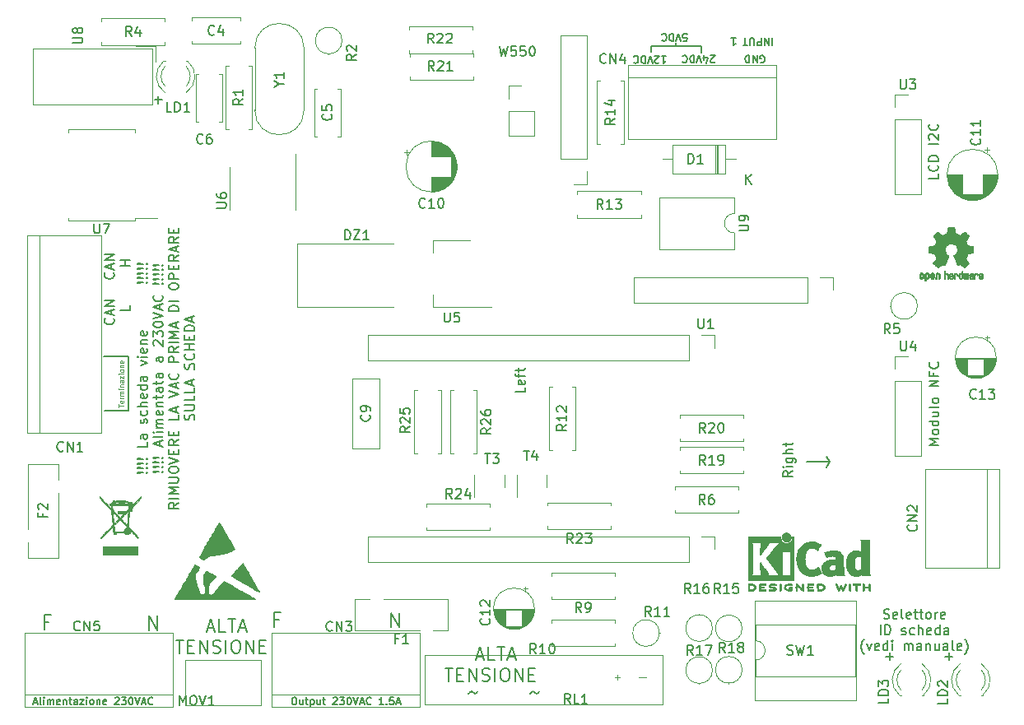
<source format=gbr>
%TF.GenerationSoftware,KiCad,Pcbnew,7.0.1*%
%TF.CreationDate,2023-09-22T18:52:24+02:00*%
%TF.ProjectId,Scheda Attivatore,53636865-6461-4204-9174-74697661746f,rev?*%
%TF.SameCoordinates,Original*%
%TF.FileFunction,Legend,Top*%
%TF.FilePolarity,Positive*%
%FSLAX46Y46*%
G04 Gerber Fmt 4.6, Leading zero omitted, Abs format (unit mm)*
G04 Created by KiCad (PCBNEW 7.0.1) date 2023-09-22 18:52:24*
%MOMM*%
%LPD*%
G01*
G04 APERTURE LIST*
%ADD10C,0.150000*%
%ADD11C,0.125000*%
%ADD12C,0.120000*%
%ADD13C,0.010000*%
G04 APERTURE END LIST*
D10*
X190754000Y-109347000D02*
X190373000Y-108839000D01*
X188341000Y-109347000D02*
X190754000Y-109347000D01*
X174853600Y-66598800D02*
X174853600Y-66243200D01*
X118618000Y-104089200D02*
X116128800Y-104089200D01*
X116078000Y-98501200D02*
X118618000Y-98501200D01*
X177495200Y-66598800D02*
X177495200Y-67259200D01*
X190754000Y-109347000D02*
X190373000Y-109982000D01*
X118618000Y-98501200D02*
X118618000Y-104089200D01*
X172313600Y-66598800D02*
X177495200Y-66598800D01*
X172313600Y-67208400D02*
X172313600Y-66598800D01*
X121269048Y-72131666D02*
X122030953Y-72131666D01*
X121650000Y-72512619D02*
X121650000Y-71750714D01*
X117032380Y-94622857D02*
X117080000Y-94670476D01*
X117080000Y-94670476D02*
X117127619Y-94813333D01*
X117127619Y-94813333D02*
X117127619Y-94908571D01*
X117127619Y-94908571D02*
X117080000Y-95051428D01*
X117080000Y-95051428D02*
X116984761Y-95146666D01*
X116984761Y-95146666D02*
X116889523Y-95194285D01*
X116889523Y-95194285D02*
X116699047Y-95241904D01*
X116699047Y-95241904D02*
X116556190Y-95241904D01*
X116556190Y-95241904D02*
X116365714Y-95194285D01*
X116365714Y-95194285D02*
X116270476Y-95146666D01*
X116270476Y-95146666D02*
X116175238Y-95051428D01*
X116175238Y-95051428D02*
X116127619Y-94908571D01*
X116127619Y-94908571D02*
X116127619Y-94813333D01*
X116127619Y-94813333D02*
X116175238Y-94670476D01*
X116175238Y-94670476D02*
X116222857Y-94622857D01*
X116841904Y-94241904D02*
X116841904Y-93765714D01*
X117127619Y-94337142D02*
X116127619Y-94003809D01*
X116127619Y-94003809D02*
X117127619Y-93670476D01*
X117127619Y-93337142D02*
X116127619Y-93337142D01*
X116127619Y-93337142D02*
X117127619Y-92765714D01*
X117127619Y-92765714D02*
X116127619Y-92765714D01*
X118747619Y-93289523D02*
X118747619Y-93765713D01*
X118747619Y-93765713D02*
X117747619Y-93765713D01*
X201884619Y-79755714D02*
X201884619Y-80231904D01*
X201884619Y-80231904D02*
X200884619Y-80231904D01*
X201789380Y-78850952D02*
X201837000Y-78898571D01*
X201837000Y-78898571D02*
X201884619Y-79041428D01*
X201884619Y-79041428D02*
X201884619Y-79136666D01*
X201884619Y-79136666D02*
X201837000Y-79279523D01*
X201837000Y-79279523D02*
X201741761Y-79374761D01*
X201741761Y-79374761D02*
X201646523Y-79422380D01*
X201646523Y-79422380D02*
X201456047Y-79469999D01*
X201456047Y-79469999D02*
X201313190Y-79469999D01*
X201313190Y-79469999D02*
X201122714Y-79422380D01*
X201122714Y-79422380D02*
X201027476Y-79374761D01*
X201027476Y-79374761D02*
X200932238Y-79279523D01*
X200932238Y-79279523D02*
X200884619Y-79136666D01*
X200884619Y-79136666D02*
X200884619Y-79041428D01*
X200884619Y-79041428D02*
X200932238Y-78898571D01*
X200932238Y-78898571D02*
X200979857Y-78850952D01*
X201884619Y-78422380D02*
X200884619Y-78422380D01*
X200884619Y-78422380D02*
X200884619Y-78184285D01*
X200884619Y-78184285D02*
X200932238Y-78041428D01*
X200932238Y-78041428D02*
X201027476Y-77946190D01*
X201027476Y-77946190D02*
X201122714Y-77898571D01*
X201122714Y-77898571D02*
X201313190Y-77850952D01*
X201313190Y-77850952D02*
X201456047Y-77850952D01*
X201456047Y-77850952D02*
X201646523Y-77898571D01*
X201646523Y-77898571D02*
X201741761Y-77946190D01*
X201741761Y-77946190D02*
X201837000Y-78041428D01*
X201837000Y-78041428D02*
X201884619Y-78184285D01*
X201884619Y-78184285D02*
X201884619Y-78422380D01*
X201884619Y-76660475D02*
X200884619Y-76660475D01*
X200979857Y-76231904D02*
X200932238Y-76184285D01*
X200932238Y-76184285D02*
X200884619Y-76089047D01*
X200884619Y-76089047D02*
X200884619Y-75850952D01*
X200884619Y-75850952D02*
X200932238Y-75755714D01*
X200932238Y-75755714D02*
X200979857Y-75708095D01*
X200979857Y-75708095D02*
X201075095Y-75660476D01*
X201075095Y-75660476D02*
X201170333Y-75660476D01*
X201170333Y-75660476D02*
X201313190Y-75708095D01*
X201313190Y-75708095D02*
X201884619Y-76279523D01*
X201884619Y-76279523D02*
X201884619Y-75660476D01*
X201789380Y-74660476D02*
X201837000Y-74708095D01*
X201837000Y-74708095D02*
X201884619Y-74850952D01*
X201884619Y-74850952D02*
X201884619Y-74946190D01*
X201884619Y-74946190D02*
X201837000Y-75089047D01*
X201837000Y-75089047D02*
X201741761Y-75184285D01*
X201741761Y-75184285D02*
X201646523Y-75231904D01*
X201646523Y-75231904D02*
X201456047Y-75279523D01*
X201456047Y-75279523D02*
X201313190Y-75279523D01*
X201313190Y-75279523D02*
X201122714Y-75231904D01*
X201122714Y-75231904D02*
X201027476Y-75184285D01*
X201027476Y-75184285D02*
X200932238Y-75089047D01*
X200932238Y-75089047D02*
X200884619Y-74946190D01*
X200884619Y-74946190D02*
X200884619Y-74850952D01*
X200884619Y-74850952D02*
X200932238Y-74708095D01*
X200932238Y-74708095D02*
X200979857Y-74660476D01*
X135577143Y-133607364D02*
X135720000Y-133607364D01*
X135720000Y-133607364D02*
X135791429Y-133643078D01*
X135791429Y-133643078D02*
X135862857Y-133714507D01*
X135862857Y-133714507D02*
X135898572Y-133857364D01*
X135898572Y-133857364D02*
X135898572Y-134107364D01*
X135898572Y-134107364D02*
X135862857Y-134250221D01*
X135862857Y-134250221D02*
X135791429Y-134321650D01*
X135791429Y-134321650D02*
X135720000Y-134357364D01*
X135720000Y-134357364D02*
X135577143Y-134357364D01*
X135577143Y-134357364D02*
X135505715Y-134321650D01*
X135505715Y-134321650D02*
X135434286Y-134250221D01*
X135434286Y-134250221D02*
X135398572Y-134107364D01*
X135398572Y-134107364D02*
X135398572Y-133857364D01*
X135398572Y-133857364D02*
X135434286Y-133714507D01*
X135434286Y-133714507D02*
X135505715Y-133643078D01*
X135505715Y-133643078D02*
X135577143Y-133607364D01*
X136541429Y-133857364D02*
X136541429Y-134357364D01*
X136220000Y-133857364D02*
X136220000Y-134250221D01*
X136220000Y-134250221D02*
X136255714Y-134321650D01*
X136255714Y-134321650D02*
X136327143Y-134357364D01*
X136327143Y-134357364D02*
X136434286Y-134357364D01*
X136434286Y-134357364D02*
X136505714Y-134321650D01*
X136505714Y-134321650D02*
X136541429Y-134285935D01*
X136791428Y-133857364D02*
X137077142Y-133857364D01*
X136898571Y-133607364D02*
X136898571Y-134250221D01*
X136898571Y-134250221D02*
X136934285Y-134321650D01*
X136934285Y-134321650D02*
X137005714Y-134357364D01*
X137005714Y-134357364D02*
X137077142Y-134357364D01*
X137327142Y-133857364D02*
X137327142Y-134607364D01*
X137327142Y-133893078D02*
X137398571Y-133857364D01*
X137398571Y-133857364D02*
X137541428Y-133857364D01*
X137541428Y-133857364D02*
X137612856Y-133893078D01*
X137612856Y-133893078D02*
X137648571Y-133928792D01*
X137648571Y-133928792D02*
X137684285Y-134000221D01*
X137684285Y-134000221D02*
X137684285Y-134214507D01*
X137684285Y-134214507D02*
X137648571Y-134285935D01*
X137648571Y-134285935D02*
X137612856Y-134321650D01*
X137612856Y-134321650D02*
X137541428Y-134357364D01*
X137541428Y-134357364D02*
X137398571Y-134357364D01*
X137398571Y-134357364D02*
X137327142Y-134321650D01*
X138327142Y-133857364D02*
X138327142Y-134357364D01*
X138005713Y-133857364D02*
X138005713Y-134250221D01*
X138005713Y-134250221D02*
X138041427Y-134321650D01*
X138041427Y-134321650D02*
X138112856Y-134357364D01*
X138112856Y-134357364D02*
X138219999Y-134357364D01*
X138219999Y-134357364D02*
X138291427Y-134321650D01*
X138291427Y-134321650D02*
X138327142Y-134285935D01*
X138577141Y-133857364D02*
X138862855Y-133857364D01*
X138684284Y-133607364D02*
X138684284Y-134250221D01*
X138684284Y-134250221D02*
X138719998Y-134321650D01*
X138719998Y-134321650D02*
X138791427Y-134357364D01*
X138791427Y-134357364D02*
X138862855Y-134357364D01*
X139648570Y-133678792D02*
X139684284Y-133643078D01*
X139684284Y-133643078D02*
X139755713Y-133607364D01*
X139755713Y-133607364D02*
X139934284Y-133607364D01*
X139934284Y-133607364D02*
X140005713Y-133643078D01*
X140005713Y-133643078D02*
X140041427Y-133678792D01*
X140041427Y-133678792D02*
X140077141Y-133750221D01*
X140077141Y-133750221D02*
X140077141Y-133821650D01*
X140077141Y-133821650D02*
X140041427Y-133928792D01*
X140041427Y-133928792D02*
X139612855Y-134357364D01*
X139612855Y-134357364D02*
X140077141Y-134357364D01*
X140327141Y-133607364D02*
X140791427Y-133607364D01*
X140791427Y-133607364D02*
X140541427Y-133893078D01*
X140541427Y-133893078D02*
X140648570Y-133893078D01*
X140648570Y-133893078D02*
X140719999Y-133928792D01*
X140719999Y-133928792D02*
X140755713Y-133964507D01*
X140755713Y-133964507D02*
X140791427Y-134035935D01*
X140791427Y-134035935D02*
X140791427Y-134214507D01*
X140791427Y-134214507D02*
X140755713Y-134285935D01*
X140755713Y-134285935D02*
X140719999Y-134321650D01*
X140719999Y-134321650D02*
X140648570Y-134357364D01*
X140648570Y-134357364D02*
X140434284Y-134357364D01*
X140434284Y-134357364D02*
X140362856Y-134321650D01*
X140362856Y-134321650D02*
X140327141Y-134285935D01*
X141255713Y-133607364D02*
X141327142Y-133607364D01*
X141327142Y-133607364D02*
X141398570Y-133643078D01*
X141398570Y-133643078D02*
X141434285Y-133678792D01*
X141434285Y-133678792D02*
X141469999Y-133750221D01*
X141469999Y-133750221D02*
X141505713Y-133893078D01*
X141505713Y-133893078D02*
X141505713Y-134071650D01*
X141505713Y-134071650D02*
X141469999Y-134214507D01*
X141469999Y-134214507D02*
X141434285Y-134285935D01*
X141434285Y-134285935D02*
X141398570Y-134321650D01*
X141398570Y-134321650D02*
X141327142Y-134357364D01*
X141327142Y-134357364D02*
X141255713Y-134357364D01*
X141255713Y-134357364D02*
X141184285Y-134321650D01*
X141184285Y-134321650D02*
X141148570Y-134285935D01*
X141148570Y-134285935D02*
X141112856Y-134214507D01*
X141112856Y-134214507D02*
X141077142Y-134071650D01*
X141077142Y-134071650D02*
X141077142Y-133893078D01*
X141077142Y-133893078D02*
X141112856Y-133750221D01*
X141112856Y-133750221D02*
X141148570Y-133678792D01*
X141148570Y-133678792D02*
X141184285Y-133643078D01*
X141184285Y-133643078D02*
X141255713Y-133607364D01*
X141719999Y-133607364D02*
X141969999Y-134357364D01*
X141969999Y-134357364D02*
X142219999Y-133607364D01*
X142434285Y-134143078D02*
X142791428Y-134143078D01*
X142362856Y-134357364D02*
X142612856Y-133607364D01*
X142612856Y-133607364D02*
X142862856Y-134357364D01*
X143541427Y-134285935D02*
X143505713Y-134321650D01*
X143505713Y-134321650D02*
X143398570Y-134357364D01*
X143398570Y-134357364D02*
X143327142Y-134357364D01*
X143327142Y-134357364D02*
X143219999Y-134321650D01*
X143219999Y-134321650D02*
X143148570Y-134250221D01*
X143148570Y-134250221D02*
X143112856Y-134178792D01*
X143112856Y-134178792D02*
X143077142Y-134035935D01*
X143077142Y-134035935D02*
X143077142Y-133928792D01*
X143077142Y-133928792D02*
X143112856Y-133785935D01*
X143112856Y-133785935D02*
X143148570Y-133714507D01*
X143148570Y-133714507D02*
X143219999Y-133643078D01*
X143219999Y-133643078D02*
X143327142Y-133607364D01*
X143327142Y-133607364D02*
X143398570Y-133607364D01*
X143398570Y-133607364D02*
X143505713Y-133643078D01*
X143505713Y-133643078D02*
X143541427Y-133678792D01*
X144827142Y-134357364D02*
X144398571Y-134357364D01*
X144612856Y-134357364D02*
X144612856Y-133607364D01*
X144612856Y-133607364D02*
X144541428Y-133714507D01*
X144541428Y-133714507D02*
X144469999Y-133785935D01*
X144469999Y-133785935D02*
X144398571Y-133821650D01*
X145148571Y-134285935D02*
X145184285Y-134321650D01*
X145184285Y-134321650D02*
X145148571Y-134357364D01*
X145148571Y-134357364D02*
X145112857Y-134321650D01*
X145112857Y-134321650D02*
X145148571Y-134285935D01*
X145148571Y-134285935D02*
X145148571Y-134357364D01*
X145862857Y-133607364D02*
X145505714Y-133607364D01*
X145505714Y-133607364D02*
X145470000Y-133964507D01*
X145470000Y-133964507D02*
X145505714Y-133928792D01*
X145505714Y-133928792D02*
X145577143Y-133893078D01*
X145577143Y-133893078D02*
X145755714Y-133893078D01*
X145755714Y-133893078D02*
X145827143Y-133928792D01*
X145827143Y-133928792D02*
X145862857Y-133964507D01*
X145862857Y-133964507D02*
X145898571Y-134035935D01*
X145898571Y-134035935D02*
X145898571Y-134214507D01*
X145898571Y-134214507D02*
X145862857Y-134285935D01*
X145862857Y-134285935D02*
X145827143Y-134321650D01*
X145827143Y-134321650D02*
X145755714Y-134357364D01*
X145755714Y-134357364D02*
X145577143Y-134357364D01*
X145577143Y-134357364D02*
X145505714Y-134321650D01*
X145505714Y-134321650D02*
X145470000Y-134285935D01*
X146184286Y-134143078D02*
X146541429Y-134143078D01*
X146112857Y-134357364D02*
X146362857Y-133607364D01*
X146362857Y-133607364D02*
X146612857Y-134357364D01*
X134044285Y-125588214D02*
X133544285Y-125588214D01*
X133544285Y-126373928D02*
X133544285Y-124873928D01*
X133544285Y-124873928D02*
X134258571Y-124873928D01*
X178884056Y-68251207D02*
X178848342Y-68286921D01*
X178848342Y-68286921D02*
X178776914Y-68322635D01*
X178776914Y-68322635D02*
X178598342Y-68322635D01*
X178598342Y-68322635D02*
X178526914Y-68286921D01*
X178526914Y-68286921D02*
X178491199Y-68251207D01*
X178491199Y-68251207D02*
X178455485Y-68179778D01*
X178455485Y-68179778D02*
X178455485Y-68108350D01*
X178455485Y-68108350D02*
X178491199Y-68001207D01*
X178491199Y-68001207D02*
X178919771Y-67572635D01*
X178919771Y-67572635D02*
X178455485Y-67572635D01*
X177812628Y-68072635D02*
X177812628Y-67572635D01*
X177991199Y-68358350D02*
X178169770Y-67822635D01*
X178169770Y-67822635D02*
X177705485Y-67822635D01*
X177526913Y-68322635D02*
X177276913Y-67572635D01*
X177276913Y-67572635D02*
X177026913Y-68322635D01*
X176776913Y-67572635D02*
X176776913Y-68322635D01*
X176776913Y-68322635D02*
X176598342Y-68322635D01*
X176598342Y-68322635D02*
X176491199Y-68286921D01*
X176491199Y-68286921D02*
X176419770Y-68215492D01*
X176419770Y-68215492D02*
X176384056Y-68144064D01*
X176384056Y-68144064D02*
X176348342Y-68001207D01*
X176348342Y-68001207D02*
X176348342Y-67894064D01*
X176348342Y-67894064D02*
X176384056Y-67751207D01*
X176384056Y-67751207D02*
X176419770Y-67679778D01*
X176419770Y-67679778D02*
X176491199Y-67608350D01*
X176491199Y-67608350D02*
X176598342Y-67572635D01*
X176598342Y-67572635D02*
X176776913Y-67572635D01*
X175598342Y-67644064D02*
X175634056Y-67608350D01*
X175634056Y-67608350D02*
X175741199Y-67572635D01*
X175741199Y-67572635D02*
X175812627Y-67572635D01*
X175812627Y-67572635D02*
X175919770Y-67608350D01*
X175919770Y-67608350D02*
X175991199Y-67679778D01*
X175991199Y-67679778D02*
X176026913Y-67751207D01*
X176026913Y-67751207D02*
X176062627Y-67894064D01*
X176062627Y-67894064D02*
X176062627Y-68001207D01*
X176062627Y-68001207D02*
X176026913Y-68144064D01*
X176026913Y-68144064D02*
X175991199Y-68215492D01*
X175991199Y-68215492D02*
X175919770Y-68286921D01*
X175919770Y-68286921D02*
X175812627Y-68322635D01*
X175812627Y-68322635D02*
X175741199Y-68322635D01*
X175741199Y-68322635D02*
X175634056Y-68286921D01*
X175634056Y-68286921D02*
X175598342Y-68251207D01*
X120416180Y-110509294D02*
X120463800Y-110461675D01*
X120463800Y-110461675D02*
X120511419Y-110509294D01*
X120511419Y-110509294D02*
X120463800Y-110556913D01*
X120463800Y-110556913D02*
X120416180Y-110509294D01*
X120416180Y-110509294D02*
X120511419Y-110509294D01*
X120130466Y-110509294D02*
X119559038Y-110556913D01*
X119559038Y-110556913D02*
X119511419Y-110509294D01*
X119511419Y-110509294D02*
X119559038Y-110461675D01*
X119559038Y-110461675D02*
X120130466Y-110509294D01*
X120130466Y-110509294D02*
X119511419Y-110509294D01*
X120416180Y-110033104D02*
X120463800Y-109985485D01*
X120463800Y-109985485D02*
X120511419Y-110033104D01*
X120511419Y-110033104D02*
X120463800Y-110080723D01*
X120463800Y-110080723D02*
X120416180Y-110033104D01*
X120416180Y-110033104D02*
X120511419Y-110033104D01*
X120130466Y-110033104D02*
X119559038Y-110080723D01*
X119559038Y-110080723D02*
X119511419Y-110033104D01*
X119511419Y-110033104D02*
X119559038Y-109985485D01*
X119559038Y-109985485D02*
X120130466Y-110033104D01*
X120130466Y-110033104D02*
X119511419Y-110033104D01*
X120416180Y-109556914D02*
X120463800Y-109509295D01*
X120463800Y-109509295D02*
X120511419Y-109556914D01*
X120511419Y-109556914D02*
X120463800Y-109604533D01*
X120463800Y-109604533D02*
X120416180Y-109556914D01*
X120416180Y-109556914D02*
X120511419Y-109556914D01*
X120130466Y-109556914D02*
X119559038Y-109604533D01*
X119559038Y-109604533D02*
X119511419Y-109556914D01*
X119511419Y-109556914D02*
X119559038Y-109509295D01*
X119559038Y-109509295D02*
X120130466Y-109556914D01*
X120130466Y-109556914D02*
X119511419Y-109556914D01*
X120416180Y-109080724D02*
X120463800Y-109033105D01*
X120463800Y-109033105D02*
X120511419Y-109080724D01*
X120511419Y-109080724D02*
X120463800Y-109128343D01*
X120463800Y-109128343D02*
X120416180Y-109080724D01*
X120416180Y-109080724D02*
X120511419Y-109080724D01*
X120130466Y-109080724D02*
X119559038Y-109128343D01*
X119559038Y-109128343D02*
X119511419Y-109080724D01*
X119511419Y-109080724D02*
X119559038Y-109033105D01*
X119559038Y-109033105D02*
X120130466Y-109080724D01*
X120130466Y-109080724D02*
X119511419Y-109080724D01*
X120511419Y-107366439D02*
X120511419Y-107842629D01*
X120511419Y-107842629D02*
X119511419Y-107842629D01*
X120511419Y-106604534D02*
X119987609Y-106604534D01*
X119987609Y-106604534D02*
X119892371Y-106652153D01*
X119892371Y-106652153D02*
X119844752Y-106747391D01*
X119844752Y-106747391D02*
X119844752Y-106937867D01*
X119844752Y-106937867D02*
X119892371Y-107033105D01*
X120463800Y-106604534D02*
X120511419Y-106699772D01*
X120511419Y-106699772D02*
X120511419Y-106937867D01*
X120511419Y-106937867D02*
X120463800Y-107033105D01*
X120463800Y-107033105D02*
X120368561Y-107080724D01*
X120368561Y-107080724D02*
X120273323Y-107080724D01*
X120273323Y-107080724D02*
X120178085Y-107033105D01*
X120178085Y-107033105D02*
X120130466Y-106937867D01*
X120130466Y-106937867D02*
X120130466Y-106699772D01*
X120130466Y-106699772D02*
X120082847Y-106604534D01*
X120463800Y-105414057D02*
X120511419Y-105318819D01*
X120511419Y-105318819D02*
X120511419Y-105128343D01*
X120511419Y-105128343D02*
X120463800Y-105033105D01*
X120463800Y-105033105D02*
X120368561Y-104985486D01*
X120368561Y-104985486D02*
X120320942Y-104985486D01*
X120320942Y-104985486D02*
X120225704Y-105033105D01*
X120225704Y-105033105D02*
X120178085Y-105128343D01*
X120178085Y-105128343D02*
X120178085Y-105271200D01*
X120178085Y-105271200D02*
X120130466Y-105366438D01*
X120130466Y-105366438D02*
X120035228Y-105414057D01*
X120035228Y-105414057D02*
X119987609Y-105414057D01*
X119987609Y-105414057D02*
X119892371Y-105366438D01*
X119892371Y-105366438D02*
X119844752Y-105271200D01*
X119844752Y-105271200D02*
X119844752Y-105128343D01*
X119844752Y-105128343D02*
X119892371Y-105033105D01*
X120463800Y-104128343D02*
X120511419Y-104223581D01*
X120511419Y-104223581D02*
X120511419Y-104414057D01*
X120511419Y-104414057D02*
X120463800Y-104509295D01*
X120463800Y-104509295D02*
X120416180Y-104556914D01*
X120416180Y-104556914D02*
X120320942Y-104604533D01*
X120320942Y-104604533D02*
X120035228Y-104604533D01*
X120035228Y-104604533D02*
X119939990Y-104556914D01*
X119939990Y-104556914D02*
X119892371Y-104509295D01*
X119892371Y-104509295D02*
X119844752Y-104414057D01*
X119844752Y-104414057D02*
X119844752Y-104223581D01*
X119844752Y-104223581D02*
X119892371Y-104128343D01*
X120511419Y-103699771D02*
X119511419Y-103699771D01*
X120511419Y-103271200D02*
X119987609Y-103271200D01*
X119987609Y-103271200D02*
X119892371Y-103318819D01*
X119892371Y-103318819D02*
X119844752Y-103414057D01*
X119844752Y-103414057D02*
X119844752Y-103556914D01*
X119844752Y-103556914D02*
X119892371Y-103652152D01*
X119892371Y-103652152D02*
X119939990Y-103699771D01*
X120463800Y-102414057D02*
X120511419Y-102509295D01*
X120511419Y-102509295D02*
X120511419Y-102699771D01*
X120511419Y-102699771D02*
X120463800Y-102795009D01*
X120463800Y-102795009D02*
X120368561Y-102842628D01*
X120368561Y-102842628D02*
X119987609Y-102842628D01*
X119987609Y-102842628D02*
X119892371Y-102795009D01*
X119892371Y-102795009D02*
X119844752Y-102699771D01*
X119844752Y-102699771D02*
X119844752Y-102509295D01*
X119844752Y-102509295D02*
X119892371Y-102414057D01*
X119892371Y-102414057D02*
X119987609Y-102366438D01*
X119987609Y-102366438D02*
X120082847Y-102366438D01*
X120082847Y-102366438D02*
X120178085Y-102842628D01*
X120511419Y-101509295D02*
X119511419Y-101509295D01*
X120463800Y-101509295D02*
X120511419Y-101604533D01*
X120511419Y-101604533D02*
X120511419Y-101795009D01*
X120511419Y-101795009D02*
X120463800Y-101890247D01*
X120463800Y-101890247D02*
X120416180Y-101937866D01*
X120416180Y-101937866D02*
X120320942Y-101985485D01*
X120320942Y-101985485D02*
X120035228Y-101985485D01*
X120035228Y-101985485D02*
X119939990Y-101937866D01*
X119939990Y-101937866D02*
X119892371Y-101890247D01*
X119892371Y-101890247D02*
X119844752Y-101795009D01*
X119844752Y-101795009D02*
X119844752Y-101604533D01*
X119844752Y-101604533D02*
X119892371Y-101509295D01*
X120511419Y-100604533D02*
X119987609Y-100604533D01*
X119987609Y-100604533D02*
X119892371Y-100652152D01*
X119892371Y-100652152D02*
X119844752Y-100747390D01*
X119844752Y-100747390D02*
X119844752Y-100937866D01*
X119844752Y-100937866D02*
X119892371Y-101033104D01*
X120463800Y-100604533D02*
X120511419Y-100699771D01*
X120511419Y-100699771D02*
X120511419Y-100937866D01*
X120511419Y-100937866D02*
X120463800Y-101033104D01*
X120463800Y-101033104D02*
X120368561Y-101080723D01*
X120368561Y-101080723D02*
X120273323Y-101080723D01*
X120273323Y-101080723D02*
X120178085Y-101033104D01*
X120178085Y-101033104D02*
X120130466Y-100937866D01*
X120130466Y-100937866D02*
X120130466Y-100699771D01*
X120130466Y-100699771D02*
X120082847Y-100604533D01*
X119844752Y-99461675D02*
X120511419Y-99223580D01*
X120511419Y-99223580D02*
X119844752Y-98985485D01*
X120511419Y-98604532D02*
X119844752Y-98604532D01*
X119511419Y-98604532D02*
X119559038Y-98652151D01*
X119559038Y-98652151D02*
X119606657Y-98604532D01*
X119606657Y-98604532D02*
X119559038Y-98556913D01*
X119559038Y-98556913D02*
X119511419Y-98604532D01*
X119511419Y-98604532D02*
X119606657Y-98604532D01*
X120463800Y-97747390D02*
X120511419Y-97842628D01*
X120511419Y-97842628D02*
X120511419Y-98033104D01*
X120511419Y-98033104D02*
X120463800Y-98128342D01*
X120463800Y-98128342D02*
X120368561Y-98175961D01*
X120368561Y-98175961D02*
X119987609Y-98175961D01*
X119987609Y-98175961D02*
X119892371Y-98128342D01*
X119892371Y-98128342D02*
X119844752Y-98033104D01*
X119844752Y-98033104D02*
X119844752Y-97842628D01*
X119844752Y-97842628D02*
X119892371Y-97747390D01*
X119892371Y-97747390D02*
X119987609Y-97699771D01*
X119987609Y-97699771D02*
X120082847Y-97699771D01*
X120082847Y-97699771D02*
X120178085Y-98175961D01*
X119844752Y-97271199D02*
X120511419Y-97271199D01*
X119939990Y-97271199D02*
X119892371Y-97223580D01*
X119892371Y-97223580D02*
X119844752Y-97128342D01*
X119844752Y-97128342D02*
X119844752Y-96985485D01*
X119844752Y-96985485D02*
X119892371Y-96890247D01*
X119892371Y-96890247D02*
X119987609Y-96842628D01*
X119987609Y-96842628D02*
X120511419Y-96842628D01*
X120463800Y-95985485D02*
X120511419Y-96080723D01*
X120511419Y-96080723D02*
X120511419Y-96271199D01*
X120511419Y-96271199D02*
X120463800Y-96366437D01*
X120463800Y-96366437D02*
X120368561Y-96414056D01*
X120368561Y-96414056D02*
X119987609Y-96414056D01*
X119987609Y-96414056D02*
X119892371Y-96366437D01*
X119892371Y-96366437D02*
X119844752Y-96271199D01*
X119844752Y-96271199D02*
X119844752Y-96080723D01*
X119844752Y-96080723D02*
X119892371Y-95985485D01*
X119892371Y-95985485D02*
X119987609Y-95937866D01*
X119987609Y-95937866D02*
X120082847Y-95937866D01*
X120082847Y-95937866D02*
X120178085Y-96414056D01*
X120416180Y-90937864D02*
X120463800Y-90890245D01*
X120463800Y-90890245D02*
X120511419Y-90937864D01*
X120511419Y-90937864D02*
X120463800Y-90985483D01*
X120463800Y-90985483D02*
X120416180Y-90937864D01*
X120416180Y-90937864D02*
X120511419Y-90937864D01*
X120130466Y-90937864D02*
X119559038Y-90985483D01*
X119559038Y-90985483D02*
X119511419Y-90937864D01*
X119511419Y-90937864D02*
X119559038Y-90890245D01*
X119559038Y-90890245D02*
X120130466Y-90937864D01*
X120130466Y-90937864D02*
X119511419Y-90937864D01*
X120416180Y-90461674D02*
X120463800Y-90414055D01*
X120463800Y-90414055D02*
X120511419Y-90461674D01*
X120511419Y-90461674D02*
X120463800Y-90509293D01*
X120463800Y-90509293D02*
X120416180Y-90461674D01*
X120416180Y-90461674D02*
X120511419Y-90461674D01*
X120130466Y-90461674D02*
X119559038Y-90509293D01*
X119559038Y-90509293D02*
X119511419Y-90461674D01*
X119511419Y-90461674D02*
X119559038Y-90414055D01*
X119559038Y-90414055D02*
X120130466Y-90461674D01*
X120130466Y-90461674D02*
X119511419Y-90461674D01*
X120416180Y-89985484D02*
X120463800Y-89937865D01*
X120463800Y-89937865D02*
X120511419Y-89985484D01*
X120511419Y-89985484D02*
X120463800Y-90033103D01*
X120463800Y-90033103D02*
X120416180Y-89985484D01*
X120416180Y-89985484D02*
X120511419Y-89985484D01*
X120130466Y-89985484D02*
X119559038Y-90033103D01*
X119559038Y-90033103D02*
X119511419Y-89985484D01*
X119511419Y-89985484D02*
X119559038Y-89937865D01*
X119559038Y-89937865D02*
X120130466Y-89985484D01*
X120130466Y-89985484D02*
X119511419Y-89985484D01*
X120416180Y-89509294D02*
X120463800Y-89461675D01*
X120463800Y-89461675D02*
X120511419Y-89509294D01*
X120511419Y-89509294D02*
X120463800Y-89556913D01*
X120463800Y-89556913D02*
X120416180Y-89509294D01*
X120416180Y-89509294D02*
X120511419Y-89509294D01*
X120130466Y-89509294D02*
X119559038Y-89556913D01*
X119559038Y-89556913D02*
X119511419Y-89509294D01*
X119511419Y-89509294D02*
X119559038Y-89461675D01*
X119559038Y-89461675D02*
X120130466Y-89509294D01*
X120130466Y-89509294D02*
X119511419Y-89509294D01*
X120416180Y-89033104D02*
X120463800Y-88985485D01*
X120463800Y-88985485D02*
X120511419Y-89033104D01*
X120511419Y-89033104D02*
X120463800Y-89080723D01*
X120463800Y-89080723D02*
X120416180Y-89033104D01*
X120416180Y-89033104D02*
X120511419Y-89033104D01*
X120130466Y-89033104D02*
X119559038Y-89080723D01*
X119559038Y-89080723D02*
X119511419Y-89033104D01*
X119511419Y-89033104D02*
X119559038Y-88985485D01*
X119559038Y-88985485D02*
X120130466Y-89033104D01*
X120130466Y-89033104D02*
X119511419Y-89033104D01*
X122036180Y-110390246D02*
X122083800Y-110342627D01*
X122083800Y-110342627D02*
X122131419Y-110390246D01*
X122131419Y-110390246D02*
X122083800Y-110437865D01*
X122083800Y-110437865D02*
X122036180Y-110390246D01*
X122036180Y-110390246D02*
X122131419Y-110390246D01*
X121750466Y-110390246D02*
X121179038Y-110437865D01*
X121179038Y-110437865D02*
X121131419Y-110390246D01*
X121131419Y-110390246D02*
X121179038Y-110342627D01*
X121179038Y-110342627D02*
X121750466Y-110390246D01*
X121750466Y-110390246D02*
X121131419Y-110390246D01*
X122036180Y-109914056D02*
X122083800Y-109866437D01*
X122083800Y-109866437D02*
X122131419Y-109914056D01*
X122131419Y-109914056D02*
X122083800Y-109961675D01*
X122083800Y-109961675D02*
X122036180Y-109914056D01*
X122036180Y-109914056D02*
X122131419Y-109914056D01*
X121750466Y-109914056D02*
X121179038Y-109961675D01*
X121179038Y-109961675D02*
X121131419Y-109914056D01*
X121131419Y-109914056D02*
X121179038Y-109866437D01*
X121179038Y-109866437D02*
X121750466Y-109914056D01*
X121750466Y-109914056D02*
X121131419Y-109914056D01*
X122036180Y-109437866D02*
X122083800Y-109390247D01*
X122083800Y-109390247D02*
X122131419Y-109437866D01*
X122131419Y-109437866D02*
X122083800Y-109485485D01*
X122083800Y-109485485D02*
X122036180Y-109437866D01*
X122036180Y-109437866D02*
X122131419Y-109437866D01*
X121750466Y-109437866D02*
X121179038Y-109485485D01*
X121179038Y-109485485D02*
X121131419Y-109437866D01*
X121131419Y-109437866D02*
X121179038Y-109390247D01*
X121179038Y-109390247D02*
X121750466Y-109437866D01*
X121750466Y-109437866D02*
X121131419Y-109437866D01*
X122036180Y-108961676D02*
X122083800Y-108914057D01*
X122083800Y-108914057D02*
X122131419Y-108961676D01*
X122131419Y-108961676D02*
X122083800Y-109009295D01*
X122083800Y-109009295D02*
X122036180Y-108961676D01*
X122036180Y-108961676D02*
X122131419Y-108961676D01*
X121750466Y-108961676D02*
X121179038Y-109009295D01*
X121179038Y-109009295D02*
X121131419Y-108961676D01*
X121131419Y-108961676D02*
X121179038Y-108914057D01*
X121179038Y-108914057D02*
X121750466Y-108961676D01*
X121750466Y-108961676D02*
X121131419Y-108961676D01*
X121845704Y-107771200D02*
X121845704Y-107295010D01*
X122131419Y-107866438D02*
X121131419Y-107533105D01*
X121131419Y-107533105D02*
X122131419Y-107199772D01*
X122131419Y-106723581D02*
X122083800Y-106818819D01*
X122083800Y-106818819D02*
X121988561Y-106866438D01*
X121988561Y-106866438D02*
X121131419Y-106866438D01*
X122131419Y-106342628D02*
X121464752Y-106342628D01*
X121131419Y-106342628D02*
X121179038Y-106390247D01*
X121179038Y-106390247D02*
X121226657Y-106342628D01*
X121226657Y-106342628D02*
X121179038Y-106295009D01*
X121179038Y-106295009D02*
X121131419Y-106342628D01*
X121131419Y-106342628D02*
X121226657Y-106342628D01*
X122131419Y-105866438D02*
X121464752Y-105866438D01*
X121559990Y-105866438D02*
X121512371Y-105818819D01*
X121512371Y-105818819D02*
X121464752Y-105723581D01*
X121464752Y-105723581D02*
X121464752Y-105580724D01*
X121464752Y-105580724D02*
X121512371Y-105485486D01*
X121512371Y-105485486D02*
X121607609Y-105437867D01*
X121607609Y-105437867D02*
X122131419Y-105437867D01*
X121607609Y-105437867D02*
X121512371Y-105390248D01*
X121512371Y-105390248D02*
X121464752Y-105295010D01*
X121464752Y-105295010D02*
X121464752Y-105152153D01*
X121464752Y-105152153D02*
X121512371Y-105056914D01*
X121512371Y-105056914D02*
X121607609Y-105009295D01*
X121607609Y-105009295D02*
X122131419Y-105009295D01*
X122083800Y-104152153D02*
X122131419Y-104247391D01*
X122131419Y-104247391D02*
X122131419Y-104437867D01*
X122131419Y-104437867D02*
X122083800Y-104533105D01*
X122083800Y-104533105D02*
X121988561Y-104580724D01*
X121988561Y-104580724D02*
X121607609Y-104580724D01*
X121607609Y-104580724D02*
X121512371Y-104533105D01*
X121512371Y-104533105D02*
X121464752Y-104437867D01*
X121464752Y-104437867D02*
X121464752Y-104247391D01*
X121464752Y-104247391D02*
X121512371Y-104152153D01*
X121512371Y-104152153D02*
X121607609Y-104104534D01*
X121607609Y-104104534D02*
X121702847Y-104104534D01*
X121702847Y-104104534D02*
X121798085Y-104580724D01*
X121464752Y-103675962D02*
X122131419Y-103675962D01*
X121559990Y-103675962D02*
X121512371Y-103628343D01*
X121512371Y-103628343D02*
X121464752Y-103533105D01*
X121464752Y-103533105D02*
X121464752Y-103390248D01*
X121464752Y-103390248D02*
X121512371Y-103295010D01*
X121512371Y-103295010D02*
X121607609Y-103247391D01*
X121607609Y-103247391D02*
X122131419Y-103247391D01*
X121464752Y-102914057D02*
X121464752Y-102533105D01*
X121131419Y-102771200D02*
X121988561Y-102771200D01*
X121988561Y-102771200D02*
X122083800Y-102723581D01*
X122083800Y-102723581D02*
X122131419Y-102628343D01*
X122131419Y-102628343D02*
X122131419Y-102533105D01*
X122131419Y-101771200D02*
X121607609Y-101771200D01*
X121607609Y-101771200D02*
X121512371Y-101818819D01*
X121512371Y-101818819D02*
X121464752Y-101914057D01*
X121464752Y-101914057D02*
X121464752Y-102104533D01*
X121464752Y-102104533D02*
X121512371Y-102199771D01*
X122083800Y-101771200D02*
X122131419Y-101866438D01*
X122131419Y-101866438D02*
X122131419Y-102104533D01*
X122131419Y-102104533D02*
X122083800Y-102199771D01*
X122083800Y-102199771D02*
X121988561Y-102247390D01*
X121988561Y-102247390D02*
X121893323Y-102247390D01*
X121893323Y-102247390D02*
X121798085Y-102199771D01*
X121798085Y-102199771D02*
X121750466Y-102104533D01*
X121750466Y-102104533D02*
X121750466Y-101866438D01*
X121750466Y-101866438D02*
X121702847Y-101771200D01*
X121464752Y-101437866D02*
X121464752Y-101056914D01*
X121131419Y-101295009D02*
X121988561Y-101295009D01*
X121988561Y-101295009D02*
X122083800Y-101247390D01*
X122083800Y-101247390D02*
X122131419Y-101152152D01*
X122131419Y-101152152D02*
X122131419Y-101056914D01*
X122131419Y-100295009D02*
X121607609Y-100295009D01*
X121607609Y-100295009D02*
X121512371Y-100342628D01*
X121512371Y-100342628D02*
X121464752Y-100437866D01*
X121464752Y-100437866D02*
X121464752Y-100628342D01*
X121464752Y-100628342D02*
X121512371Y-100723580D01*
X122083800Y-100295009D02*
X122131419Y-100390247D01*
X122131419Y-100390247D02*
X122131419Y-100628342D01*
X122131419Y-100628342D02*
X122083800Y-100723580D01*
X122083800Y-100723580D02*
X121988561Y-100771199D01*
X121988561Y-100771199D02*
X121893323Y-100771199D01*
X121893323Y-100771199D02*
X121798085Y-100723580D01*
X121798085Y-100723580D02*
X121750466Y-100628342D01*
X121750466Y-100628342D02*
X121750466Y-100390247D01*
X121750466Y-100390247D02*
X121702847Y-100295009D01*
X122131419Y-98628342D02*
X121607609Y-98628342D01*
X121607609Y-98628342D02*
X121512371Y-98675961D01*
X121512371Y-98675961D02*
X121464752Y-98771199D01*
X121464752Y-98771199D02*
X121464752Y-98961675D01*
X121464752Y-98961675D02*
X121512371Y-99056913D01*
X122083800Y-98628342D02*
X122131419Y-98723580D01*
X122131419Y-98723580D02*
X122131419Y-98961675D01*
X122131419Y-98961675D02*
X122083800Y-99056913D01*
X122083800Y-99056913D02*
X121988561Y-99104532D01*
X121988561Y-99104532D02*
X121893323Y-99104532D01*
X121893323Y-99104532D02*
X121798085Y-99056913D01*
X121798085Y-99056913D02*
X121750466Y-98961675D01*
X121750466Y-98961675D02*
X121750466Y-98723580D01*
X121750466Y-98723580D02*
X121702847Y-98628342D01*
X121226657Y-97437865D02*
X121179038Y-97390246D01*
X121179038Y-97390246D02*
X121131419Y-97295008D01*
X121131419Y-97295008D02*
X121131419Y-97056913D01*
X121131419Y-97056913D02*
X121179038Y-96961675D01*
X121179038Y-96961675D02*
X121226657Y-96914056D01*
X121226657Y-96914056D02*
X121321895Y-96866437D01*
X121321895Y-96866437D02*
X121417133Y-96866437D01*
X121417133Y-96866437D02*
X121559990Y-96914056D01*
X121559990Y-96914056D02*
X122131419Y-97485484D01*
X122131419Y-97485484D02*
X122131419Y-96866437D01*
X121131419Y-96533103D02*
X121131419Y-95914056D01*
X121131419Y-95914056D02*
X121512371Y-96247389D01*
X121512371Y-96247389D02*
X121512371Y-96104532D01*
X121512371Y-96104532D02*
X121559990Y-96009294D01*
X121559990Y-96009294D02*
X121607609Y-95961675D01*
X121607609Y-95961675D02*
X121702847Y-95914056D01*
X121702847Y-95914056D02*
X121940942Y-95914056D01*
X121940942Y-95914056D02*
X122036180Y-95961675D01*
X122036180Y-95961675D02*
X122083800Y-96009294D01*
X122083800Y-96009294D02*
X122131419Y-96104532D01*
X122131419Y-96104532D02*
X122131419Y-96390246D01*
X122131419Y-96390246D02*
X122083800Y-96485484D01*
X122083800Y-96485484D02*
X122036180Y-96533103D01*
X121131419Y-95295008D02*
X121131419Y-95199770D01*
X121131419Y-95199770D02*
X121179038Y-95104532D01*
X121179038Y-95104532D02*
X121226657Y-95056913D01*
X121226657Y-95056913D02*
X121321895Y-95009294D01*
X121321895Y-95009294D02*
X121512371Y-94961675D01*
X121512371Y-94961675D02*
X121750466Y-94961675D01*
X121750466Y-94961675D02*
X121940942Y-95009294D01*
X121940942Y-95009294D02*
X122036180Y-95056913D01*
X122036180Y-95056913D02*
X122083800Y-95104532D01*
X122083800Y-95104532D02*
X122131419Y-95199770D01*
X122131419Y-95199770D02*
X122131419Y-95295008D01*
X122131419Y-95295008D02*
X122083800Y-95390246D01*
X122083800Y-95390246D02*
X122036180Y-95437865D01*
X122036180Y-95437865D02*
X121940942Y-95485484D01*
X121940942Y-95485484D02*
X121750466Y-95533103D01*
X121750466Y-95533103D02*
X121512371Y-95533103D01*
X121512371Y-95533103D02*
X121321895Y-95485484D01*
X121321895Y-95485484D02*
X121226657Y-95437865D01*
X121226657Y-95437865D02*
X121179038Y-95390246D01*
X121179038Y-95390246D02*
X121131419Y-95295008D01*
X121131419Y-94675960D02*
X122131419Y-94342627D01*
X122131419Y-94342627D02*
X121131419Y-94009294D01*
X121845704Y-93723579D02*
X121845704Y-93247389D01*
X122131419Y-93818817D02*
X121131419Y-93485484D01*
X121131419Y-93485484D02*
X122131419Y-93152151D01*
X122036180Y-92247389D02*
X122083800Y-92295008D01*
X122083800Y-92295008D02*
X122131419Y-92437865D01*
X122131419Y-92437865D02*
X122131419Y-92533103D01*
X122131419Y-92533103D02*
X122083800Y-92675960D01*
X122083800Y-92675960D02*
X121988561Y-92771198D01*
X121988561Y-92771198D02*
X121893323Y-92818817D01*
X121893323Y-92818817D02*
X121702847Y-92866436D01*
X121702847Y-92866436D02*
X121559990Y-92866436D01*
X121559990Y-92866436D02*
X121369514Y-92818817D01*
X121369514Y-92818817D02*
X121274276Y-92771198D01*
X121274276Y-92771198D02*
X121179038Y-92675960D01*
X121179038Y-92675960D02*
X121131419Y-92533103D01*
X121131419Y-92533103D02*
X121131419Y-92437865D01*
X121131419Y-92437865D02*
X121179038Y-92295008D01*
X121179038Y-92295008D02*
X121226657Y-92247389D01*
X122036180Y-91056912D02*
X122083800Y-91009293D01*
X122083800Y-91009293D02*
X122131419Y-91056912D01*
X122131419Y-91056912D02*
X122083800Y-91104531D01*
X122083800Y-91104531D02*
X122036180Y-91056912D01*
X122036180Y-91056912D02*
X122131419Y-91056912D01*
X121750466Y-91056912D02*
X121179038Y-91104531D01*
X121179038Y-91104531D02*
X121131419Y-91056912D01*
X121131419Y-91056912D02*
X121179038Y-91009293D01*
X121179038Y-91009293D02*
X121750466Y-91056912D01*
X121750466Y-91056912D02*
X121131419Y-91056912D01*
X122036180Y-90580722D02*
X122083800Y-90533103D01*
X122083800Y-90533103D02*
X122131419Y-90580722D01*
X122131419Y-90580722D02*
X122083800Y-90628341D01*
X122083800Y-90628341D02*
X122036180Y-90580722D01*
X122036180Y-90580722D02*
X122131419Y-90580722D01*
X121750466Y-90580722D02*
X121179038Y-90628341D01*
X121179038Y-90628341D02*
X121131419Y-90580722D01*
X121131419Y-90580722D02*
X121179038Y-90533103D01*
X121179038Y-90533103D02*
X121750466Y-90580722D01*
X121750466Y-90580722D02*
X121131419Y-90580722D01*
X122036180Y-90104532D02*
X122083800Y-90056913D01*
X122083800Y-90056913D02*
X122131419Y-90104532D01*
X122131419Y-90104532D02*
X122083800Y-90152151D01*
X122083800Y-90152151D02*
X122036180Y-90104532D01*
X122036180Y-90104532D02*
X122131419Y-90104532D01*
X121750466Y-90104532D02*
X121179038Y-90152151D01*
X121179038Y-90152151D02*
X121131419Y-90104532D01*
X121131419Y-90104532D02*
X121179038Y-90056913D01*
X121179038Y-90056913D02*
X121750466Y-90104532D01*
X121750466Y-90104532D02*
X121131419Y-90104532D01*
X122036180Y-89628342D02*
X122083800Y-89580723D01*
X122083800Y-89580723D02*
X122131419Y-89628342D01*
X122131419Y-89628342D02*
X122083800Y-89675961D01*
X122083800Y-89675961D02*
X122036180Y-89628342D01*
X122036180Y-89628342D02*
X122131419Y-89628342D01*
X121750466Y-89628342D02*
X121179038Y-89675961D01*
X121179038Y-89675961D02*
X121131419Y-89628342D01*
X121131419Y-89628342D02*
X121179038Y-89580723D01*
X121179038Y-89580723D02*
X121750466Y-89628342D01*
X121750466Y-89628342D02*
X121131419Y-89628342D01*
X122036180Y-89152152D02*
X122083800Y-89104533D01*
X122083800Y-89104533D02*
X122131419Y-89152152D01*
X122131419Y-89152152D02*
X122083800Y-89199771D01*
X122083800Y-89199771D02*
X122036180Y-89152152D01*
X122036180Y-89152152D02*
X122131419Y-89152152D01*
X121750466Y-89152152D02*
X121179038Y-89199771D01*
X121179038Y-89199771D02*
X121131419Y-89152152D01*
X121131419Y-89152152D02*
X121179038Y-89104533D01*
X121179038Y-89104533D02*
X121750466Y-89152152D01*
X121750466Y-89152152D02*
X121131419Y-89152152D01*
X123751419Y-113580724D02*
X123275228Y-113914057D01*
X123751419Y-114152152D02*
X122751419Y-114152152D01*
X122751419Y-114152152D02*
X122751419Y-113771200D01*
X122751419Y-113771200D02*
X122799038Y-113675962D01*
X122799038Y-113675962D02*
X122846657Y-113628343D01*
X122846657Y-113628343D02*
X122941895Y-113580724D01*
X122941895Y-113580724D02*
X123084752Y-113580724D01*
X123084752Y-113580724D02*
X123179990Y-113628343D01*
X123179990Y-113628343D02*
X123227609Y-113675962D01*
X123227609Y-113675962D02*
X123275228Y-113771200D01*
X123275228Y-113771200D02*
X123275228Y-114152152D01*
X123751419Y-113152152D02*
X122751419Y-113152152D01*
X123751419Y-112675962D02*
X122751419Y-112675962D01*
X122751419Y-112675962D02*
X123465704Y-112342629D01*
X123465704Y-112342629D02*
X122751419Y-112009296D01*
X122751419Y-112009296D02*
X123751419Y-112009296D01*
X122751419Y-111533105D02*
X123560942Y-111533105D01*
X123560942Y-111533105D02*
X123656180Y-111485486D01*
X123656180Y-111485486D02*
X123703800Y-111437867D01*
X123703800Y-111437867D02*
X123751419Y-111342629D01*
X123751419Y-111342629D02*
X123751419Y-111152153D01*
X123751419Y-111152153D02*
X123703800Y-111056915D01*
X123703800Y-111056915D02*
X123656180Y-111009296D01*
X123656180Y-111009296D02*
X123560942Y-110961677D01*
X123560942Y-110961677D02*
X122751419Y-110961677D01*
X122751419Y-110295010D02*
X122751419Y-110104534D01*
X122751419Y-110104534D02*
X122799038Y-110009296D01*
X122799038Y-110009296D02*
X122894276Y-109914058D01*
X122894276Y-109914058D02*
X123084752Y-109866439D01*
X123084752Y-109866439D02*
X123418085Y-109866439D01*
X123418085Y-109866439D02*
X123608561Y-109914058D01*
X123608561Y-109914058D02*
X123703800Y-110009296D01*
X123703800Y-110009296D02*
X123751419Y-110104534D01*
X123751419Y-110104534D02*
X123751419Y-110295010D01*
X123751419Y-110295010D02*
X123703800Y-110390248D01*
X123703800Y-110390248D02*
X123608561Y-110485486D01*
X123608561Y-110485486D02*
X123418085Y-110533105D01*
X123418085Y-110533105D02*
X123084752Y-110533105D01*
X123084752Y-110533105D02*
X122894276Y-110485486D01*
X122894276Y-110485486D02*
X122799038Y-110390248D01*
X122799038Y-110390248D02*
X122751419Y-110295010D01*
X122751419Y-109580724D02*
X123751419Y-109247391D01*
X123751419Y-109247391D02*
X122751419Y-108914058D01*
X123227609Y-108580724D02*
X123227609Y-108247391D01*
X123751419Y-108104534D02*
X123751419Y-108580724D01*
X123751419Y-108580724D02*
X122751419Y-108580724D01*
X122751419Y-108580724D02*
X122751419Y-108104534D01*
X123751419Y-107104534D02*
X123275228Y-107437867D01*
X123751419Y-107675962D02*
X122751419Y-107675962D01*
X122751419Y-107675962D02*
X122751419Y-107295010D01*
X122751419Y-107295010D02*
X122799038Y-107199772D01*
X122799038Y-107199772D02*
X122846657Y-107152153D01*
X122846657Y-107152153D02*
X122941895Y-107104534D01*
X122941895Y-107104534D02*
X123084752Y-107104534D01*
X123084752Y-107104534D02*
X123179990Y-107152153D01*
X123179990Y-107152153D02*
X123227609Y-107199772D01*
X123227609Y-107199772D02*
X123275228Y-107295010D01*
X123275228Y-107295010D02*
X123275228Y-107675962D01*
X123227609Y-106675962D02*
X123227609Y-106342629D01*
X123751419Y-106199772D02*
X123751419Y-106675962D01*
X123751419Y-106675962D02*
X122751419Y-106675962D01*
X122751419Y-106675962D02*
X122751419Y-106199772D01*
X123751419Y-104533105D02*
X123751419Y-105009295D01*
X123751419Y-105009295D02*
X122751419Y-105009295D01*
X123465704Y-104247390D02*
X123465704Y-103771200D01*
X123751419Y-104342628D02*
X122751419Y-104009295D01*
X122751419Y-104009295D02*
X123751419Y-103675962D01*
X122751419Y-102723580D02*
X123751419Y-102390247D01*
X123751419Y-102390247D02*
X122751419Y-102056914D01*
X123465704Y-101771199D02*
X123465704Y-101295009D01*
X123751419Y-101866437D02*
X122751419Y-101533104D01*
X122751419Y-101533104D02*
X123751419Y-101199771D01*
X123656180Y-100295009D02*
X123703800Y-100342628D01*
X123703800Y-100342628D02*
X123751419Y-100485485D01*
X123751419Y-100485485D02*
X123751419Y-100580723D01*
X123751419Y-100580723D02*
X123703800Y-100723580D01*
X123703800Y-100723580D02*
X123608561Y-100818818D01*
X123608561Y-100818818D02*
X123513323Y-100866437D01*
X123513323Y-100866437D02*
X123322847Y-100914056D01*
X123322847Y-100914056D02*
X123179990Y-100914056D01*
X123179990Y-100914056D02*
X122989514Y-100866437D01*
X122989514Y-100866437D02*
X122894276Y-100818818D01*
X122894276Y-100818818D02*
X122799038Y-100723580D01*
X122799038Y-100723580D02*
X122751419Y-100580723D01*
X122751419Y-100580723D02*
X122751419Y-100485485D01*
X122751419Y-100485485D02*
X122799038Y-100342628D01*
X122799038Y-100342628D02*
X122846657Y-100295009D01*
X123751419Y-99104532D02*
X122751419Y-99104532D01*
X122751419Y-99104532D02*
X122751419Y-98723580D01*
X122751419Y-98723580D02*
X122799038Y-98628342D01*
X122799038Y-98628342D02*
X122846657Y-98580723D01*
X122846657Y-98580723D02*
X122941895Y-98533104D01*
X122941895Y-98533104D02*
X123084752Y-98533104D01*
X123084752Y-98533104D02*
X123179990Y-98580723D01*
X123179990Y-98580723D02*
X123227609Y-98628342D01*
X123227609Y-98628342D02*
X123275228Y-98723580D01*
X123275228Y-98723580D02*
X123275228Y-99104532D01*
X123751419Y-97533104D02*
X123275228Y-97866437D01*
X123751419Y-98104532D02*
X122751419Y-98104532D01*
X122751419Y-98104532D02*
X122751419Y-97723580D01*
X122751419Y-97723580D02*
X122799038Y-97628342D01*
X122799038Y-97628342D02*
X122846657Y-97580723D01*
X122846657Y-97580723D02*
X122941895Y-97533104D01*
X122941895Y-97533104D02*
X123084752Y-97533104D01*
X123084752Y-97533104D02*
X123179990Y-97580723D01*
X123179990Y-97580723D02*
X123227609Y-97628342D01*
X123227609Y-97628342D02*
X123275228Y-97723580D01*
X123275228Y-97723580D02*
X123275228Y-98104532D01*
X123751419Y-97104532D02*
X122751419Y-97104532D01*
X123751419Y-96628342D02*
X122751419Y-96628342D01*
X122751419Y-96628342D02*
X123465704Y-96295009D01*
X123465704Y-96295009D02*
X122751419Y-95961676D01*
X122751419Y-95961676D02*
X123751419Y-95961676D01*
X123465704Y-95533104D02*
X123465704Y-95056914D01*
X123751419Y-95628342D02*
X122751419Y-95295009D01*
X122751419Y-95295009D02*
X123751419Y-94961676D01*
X123751419Y-93866437D02*
X122751419Y-93866437D01*
X122751419Y-93866437D02*
X122751419Y-93628342D01*
X122751419Y-93628342D02*
X122799038Y-93485485D01*
X122799038Y-93485485D02*
X122894276Y-93390247D01*
X122894276Y-93390247D02*
X122989514Y-93342628D01*
X122989514Y-93342628D02*
X123179990Y-93295009D01*
X123179990Y-93295009D02*
X123322847Y-93295009D01*
X123322847Y-93295009D02*
X123513323Y-93342628D01*
X123513323Y-93342628D02*
X123608561Y-93390247D01*
X123608561Y-93390247D02*
X123703800Y-93485485D01*
X123703800Y-93485485D02*
X123751419Y-93628342D01*
X123751419Y-93628342D02*
X123751419Y-93866437D01*
X123751419Y-92866437D02*
X122751419Y-92866437D01*
X122751419Y-91437866D02*
X122751419Y-91247390D01*
X122751419Y-91247390D02*
X122799038Y-91152152D01*
X122799038Y-91152152D02*
X122894276Y-91056914D01*
X122894276Y-91056914D02*
X123084752Y-91009295D01*
X123084752Y-91009295D02*
X123418085Y-91009295D01*
X123418085Y-91009295D02*
X123608561Y-91056914D01*
X123608561Y-91056914D02*
X123703800Y-91152152D01*
X123703800Y-91152152D02*
X123751419Y-91247390D01*
X123751419Y-91247390D02*
X123751419Y-91437866D01*
X123751419Y-91437866D02*
X123703800Y-91533104D01*
X123703800Y-91533104D02*
X123608561Y-91628342D01*
X123608561Y-91628342D02*
X123418085Y-91675961D01*
X123418085Y-91675961D02*
X123084752Y-91675961D01*
X123084752Y-91675961D02*
X122894276Y-91628342D01*
X122894276Y-91628342D02*
X122799038Y-91533104D01*
X122799038Y-91533104D02*
X122751419Y-91437866D01*
X123751419Y-90580723D02*
X122751419Y-90580723D01*
X122751419Y-90580723D02*
X122751419Y-90199771D01*
X122751419Y-90199771D02*
X122799038Y-90104533D01*
X122799038Y-90104533D02*
X122846657Y-90056914D01*
X122846657Y-90056914D02*
X122941895Y-90009295D01*
X122941895Y-90009295D02*
X123084752Y-90009295D01*
X123084752Y-90009295D02*
X123179990Y-90056914D01*
X123179990Y-90056914D02*
X123227609Y-90104533D01*
X123227609Y-90104533D02*
X123275228Y-90199771D01*
X123275228Y-90199771D02*
X123275228Y-90580723D01*
X123227609Y-89580723D02*
X123227609Y-89247390D01*
X123751419Y-89104533D02*
X123751419Y-89580723D01*
X123751419Y-89580723D02*
X122751419Y-89580723D01*
X122751419Y-89580723D02*
X122751419Y-89104533D01*
X123751419Y-88104533D02*
X123275228Y-88437866D01*
X123751419Y-88675961D02*
X122751419Y-88675961D01*
X122751419Y-88675961D02*
X122751419Y-88295009D01*
X122751419Y-88295009D02*
X122799038Y-88199771D01*
X122799038Y-88199771D02*
X122846657Y-88152152D01*
X122846657Y-88152152D02*
X122941895Y-88104533D01*
X122941895Y-88104533D02*
X123084752Y-88104533D01*
X123084752Y-88104533D02*
X123179990Y-88152152D01*
X123179990Y-88152152D02*
X123227609Y-88199771D01*
X123227609Y-88199771D02*
X123275228Y-88295009D01*
X123275228Y-88295009D02*
X123275228Y-88675961D01*
X123465704Y-87723580D02*
X123465704Y-87247390D01*
X123751419Y-87818818D02*
X122751419Y-87485485D01*
X122751419Y-87485485D02*
X123751419Y-87152152D01*
X123751419Y-86247390D02*
X123275228Y-86580723D01*
X123751419Y-86818818D02*
X122751419Y-86818818D01*
X122751419Y-86818818D02*
X122751419Y-86437866D01*
X122751419Y-86437866D02*
X122799038Y-86342628D01*
X122799038Y-86342628D02*
X122846657Y-86295009D01*
X122846657Y-86295009D02*
X122941895Y-86247390D01*
X122941895Y-86247390D02*
X123084752Y-86247390D01*
X123084752Y-86247390D02*
X123179990Y-86295009D01*
X123179990Y-86295009D02*
X123227609Y-86342628D01*
X123227609Y-86342628D02*
X123275228Y-86437866D01*
X123275228Y-86437866D02*
X123275228Y-86818818D01*
X123227609Y-85818818D02*
X123227609Y-85485485D01*
X123751419Y-85342628D02*
X123751419Y-85818818D01*
X123751419Y-85818818D02*
X122751419Y-85818818D01*
X122751419Y-85818818D02*
X122751419Y-85342628D01*
X125323800Y-105080723D02*
X125371419Y-104937866D01*
X125371419Y-104937866D02*
X125371419Y-104699771D01*
X125371419Y-104699771D02*
X125323800Y-104604533D01*
X125323800Y-104604533D02*
X125276180Y-104556914D01*
X125276180Y-104556914D02*
X125180942Y-104509295D01*
X125180942Y-104509295D02*
X125085704Y-104509295D01*
X125085704Y-104509295D02*
X124990466Y-104556914D01*
X124990466Y-104556914D02*
X124942847Y-104604533D01*
X124942847Y-104604533D02*
X124895228Y-104699771D01*
X124895228Y-104699771D02*
X124847609Y-104890247D01*
X124847609Y-104890247D02*
X124799990Y-104985485D01*
X124799990Y-104985485D02*
X124752371Y-105033104D01*
X124752371Y-105033104D02*
X124657133Y-105080723D01*
X124657133Y-105080723D02*
X124561895Y-105080723D01*
X124561895Y-105080723D02*
X124466657Y-105033104D01*
X124466657Y-105033104D02*
X124419038Y-104985485D01*
X124419038Y-104985485D02*
X124371419Y-104890247D01*
X124371419Y-104890247D02*
X124371419Y-104652152D01*
X124371419Y-104652152D02*
X124419038Y-104509295D01*
X124371419Y-104080723D02*
X125180942Y-104080723D01*
X125180942Y-104080723D02*
X125276180Y-104033104D01*
X125276180Y-104033104D02*
X125323800Y-103985485D01*
X125323800Y-103985485D02*
X125371419Y-103890247D01*
X125371419Y-103890247D02*
X125371419Y-103699771D01*
X125371419Y-103699771D02*
X125323800Y-103604533D01*
X125323800Y-103604533D02*
X125276180Y-103556914D01*
X125276180Y-103556914D02*
X125180942Y-103509295D01*
X125180942Y-103509295D02*
X124371419Y-103509295D01*
X125371419Y-102556914D02*
X125371419Y-103033104D01*
X125371419Y-103033104D02*
X124371419Y-103033104D01*
X125371419Y-101747390D02*
X125371419Y-102223580D01*
X125371419Y-102223580D02*
X124371419Y-102223580D01*
X125085704Y-101461675D02*
X125085704Y-100985485D01*
X125371419Y-101556913D02*
X124371419Y-101223580D01*
X124371419Y-101223580D02*
X125371419Y-100890247D01*
X125323800Y-99842627D02*
X125371419Y-99699770D01*
X125371419Y-99699770D02*
X125371419Y-99461675D01*
X125371419Y-99461675D02*
X125323800Y-99366437D01*
X125323800Y-99366437D02*
X125276180Y-99318818D01*
X125276180Y-99318818D02*
X125180942Y-99271199D01*
X125180942Y-99271199D02*
X125085704Y-99271199D01*
X125085704Y-99271199D02*
X124990466Y-99318818D01*
X124990466Y-99318818D02*
X124942847Y-99366437D01*
X124942847Y-99366437D02*
X124895228Y-99461675D01*
X124895228Y-99461675D02*
X124847609Y-99652151D01*
X124847609Y-99652151D02*
X124799990Y-99747389D01*
X124799990Y-99747389D02*
X124752371Y-99795008D01*
X124752371Y-99795008D02*
X124657133Y-99842627D01*
X124657133Y-99842627D02*
X124561895Y-99842627D01*
X124561895Y-99842627D02*
X124466657Y-99795008D01*
X124466657Y-99795008D02*
X124419038Y-99747389D01*
X124419038Y-99747389D02*
X124371419Y-99652151D01*
X124371419Y-99652151D02*
X124371419Y-99414056D01*
X124371419Y-99414056D02*
X124419038Y-99271199D01*
X125276180Y-98271199D02*
X125323800Y-98318818D01*
X125323800Y-98318818D02*
X125371419Y-98461675D01*
X125371419Y-98461675D02*
X125371419Y-98556913D01*
X125371419Y-98556913D02*
X125323800Y-98699770D01*
X125323800Y-98699770D02*
X125228561Y-98795008D01*
X125228561Y-98795008D02*
X125133323Y-98842627D01*
X125133323Y-98842627D02*
X124942847Y-98890246D01*
X124942847Y-98890246D02*
X124799990Y-98890246D01*
X124799990Y-98890246D02*
X124609514Y-98842627D01*
X124609514Y-98842627D02*
X124514276Y-98795008D01*
X124514276Y-98795008D02*
X124419038Y-98699770D01*
X124419038Y-98699770D02*
X124371419Y-98556913D01*
X124371419Y-98556913D02*
X124371419Y-98461675D01*
X124371419Y-98461675D02*
X124419038Y-98318818D01*
X124419038Y-98318818D02*
X124466657Y-98271199D01*
X125371419Y-97842627D02*
X124371419Y-97842627D01*
X124847609Y-97842627D02*
X124847609Y-97271199D01*
X125371419Y-97271199D02*
X124371419Y-97271199D01*
X124847609Y-96795008D02*
X124847609Y-96461675D01*
X125371419Y-96318818D02*
X125371419Y-96795008D01*
X125371419Y-96795008D02*
X124371419Y-96795008D01*
X124371419Y-96795008D02*
X124371419Y-96318818D01*
X125371419Y-95890246D02*
X124371419Y-95890246D01*
X124371419Y-95890246D02*
X124371419Y-95652151D01*
X124371419Y-95652151D02*
X124419038Y-95509294D01*
X124419038Y-95509294D02*
X124514276Y-95414056D01*
X124514276Y-95414056D02*
X124609514Y-95366437D01*
X124609514Y-95366437D02*
X124799990Y-95318818D01*
X124799990Y-95318818D02*
X124942847Y-95318818D01*
X124942847Y-95318818D02*
X125133323Y-95366437D01*
X125133323Y-95366437D02*
X125228561Y-95414056D01*
X125228561Y-95414056D02*
X125323800Y-95509294D01*
X125323800Y-95509294D02*
X125371419Y-95652151D01*
X125371419Y-95652151D02*
X125371419Y-95890246D01*
X125085704Y-94937865D02*
X125085704Y-94461675D01*
X125371419Y-95033103D02*
X124371419Y-94699770D01*
X124371419Y-94699770D02*
X125371419Y-94366437D01*
X184816885Y-65794635D02*
X184816885Y-66544635D01*
X184459742Y-65794635D02*
X184459742Y-66544635D01*
X184459742Y-66544635D02*
X184031171Y-65794635D01*
X184031171Y-65794635D02*
X184031171Y-66544635D01*
X183674028Y-65794635D02*
X183674028Y-66544635D01*
X183674028Y-66544635D02*
X183388314Y-66544635D01*
X183388314Y-66544635D02*
X183316885Y-66508921D01*
X183316885Y-66508921D02*
X183281171Y-66473207D01*
X183281171Y-66473207D02*
X183245457Y-66401778D01*
X183245457Y-66401778D02*
X183245457Y-66294635D01*
X183245457Y-66294635D02*
X183281171Y-66223207D01*
X183281171Y-66223207D02*
X183316885Y-66187492D01*
X183316885Y-66187492D02*
X183388314Y-66151778D01*
X183388314Y-66151778D02*
X183674028Y-66151778D01*
X182924028Y-66544635D02*
X182924028Y-65937492D01*
X182924028Y-65937492D02*
X182888314Y-65866064D01*
X182888314Y-65866064D02*
X182852600Y-65830350D01*
X182852600Y-65830350D02*
X182781171Y-65794635D01*
X182781171Y-65794635D02*
X182638314Y-65794635D01*
X182638314Y-65794635D02*
X182566885Y-65830350D01*
X182566885Y-65830350D02*
X182531171Y-65866064D01*
X182531171Y-65866064D02*
X182495457Y-65937492D01*
X182495457Y-65937492D02*
X182495457Y-66544635D01*
X182245457Y-66544635D02*
X181816886Y-66544635D01*
X182031171Y-65794635D02*
X182031171Y-66544635D01*
X180602599Y-65794635D02*
X181031170Y-65794635D01*
X180816885Y-65794635D02*
X180816885Y-66544635D01*
X180816885Y-66544635D02*
X180888313Y-66437492D01*
X180888313Y-66437492D02*
X180959742Y-66366064D01*
X180959742Y-66366064D02*
X181031170Y-66330350D01*
D11*
X117587309Y-103750760D02*
X117587309Y-103465046D01*
X118087309Y-103607903D02*
X117587309Y-103607903D01*
X118063500Y-103107904D02*
X118087309Y-103155523D01*
X118087309Y-103155523D02*
X118087309Y-103250761D01*
X118087309Y-103250761D02*
X118063500Y-103298380D01*
X118063500Y-103298380D02*
X118015880Y-103322189D01*
X118015880Y-103322189D02*
X117825404Y-103322189D01*
X117825404Y-103322189D02*
X117777785Y-103298380D01*
X117777785Y-103298380D02*
X117753976Y-103250761D01*
X117753976Y-103250761D02*
X117753976Y-103155523D01*
X117753976Y-103155523D02*
X117777785Y-103107904D01*
X117777785Y-103107904D02*
X117825404Y-103084094D01*
X117825404Y-103084094D02*
X117873023Y-103084094D01*
X117873023Y-103084094D02*
X117920642Y-103322189D01*
X118087309Y-102869809D02*
X117753976Y-102869809D01*
X117849214Y-102869809D02*
X117801595Y-102845999D01*
X117801595Y-102845999D02*
X117777785Y-102822190D01*
X117777785Y-102822190D02*
X117753976Y-102774571D01*
X117753976Y-102774571D02*
X117753976Y-102726952D01*
X118087309Y-102560285D02*
X117753976Y-102560285D01*
X117801595Y-102560285D02*
X117777785Y-102536475D01*
X117777785Y-102536475D02*
X117753976Y-102488856D01*
X117753976Y-102488856D02*
X117753976Y-102417428D01*
X117753976Y-102417428D02*
X117777785Y-102369809D01*
X117777785Y-102369809D02*
X117825404Y-102345999D01*
X117825404Y-102345999D02*
X118087309Y-102345999D01*
X117825404Y-102345999D02*
X117777785Y-102322190D01*
X117777785Y-102322190D02*
X117753976Y-102274571D01*
X117753976Y-102274571D02*
X117753976Y-102203142D01*
X117753976Y-102203142D02*
X117777785Y-102155523D01*
X117777785Y-102155523D02*
X117825404Y-102131713D01*
X117825404Y-102131713D02*
X118087309Y-102131713D01*
X118087309Y-101893618D02*
X117753976Y-101893618D01*
X117587309Y-101893618D02*
X117611119Y-101917427D01*
X117611119Y-101917427D02*
X117634928Y-101893618D01*
X117634928Y-101893618D02*
X117611119Y-101869808D01*
X117611119Y-101869808D02*
X117587309Y-101893618D01*
X117587309Y-101893618D02*
X117634928Y-101893618D01*
X117753976Y-101655523D02*
X118087309Y-101655523D01*
X117801595Y-101655523D02*
X117777785Y-101631713D01*
X117777785Y-101631713D02*
X117753976Y-101584094D01*
X117753976Y-101584094D02*
X117753976Y-101512666D01*
X117753976Y-101512666D02*
X117777785Y-101465047D01*
X117777785Y-101465047D02*
X117825404Y-101441237D01*
X117825404Y-101441237D02*
X118087309Y-101441237D01*
X118087309Y-100988856D02*
X117825404Y-100988856D01*
X117825404Y-100988856D02*
X117777785Y-101012666D01*
X117777785Y-101012666D02*
X117753976Y-101060285D01*
X117753976Y-101060285D02*
X117753976Y-101155523D01*
X117753976Y-101155523D02*
X117777785Y-101203142D01*
X118063500Y-100988856D02*
X118087309Y-101036475D01*
X118087309Y-101036475D02*
X118087309Y-101155523D01*
X118087309Y-101155523D02*
X118063500Y-101203142D01*
X118063500Y-101203142D02*
X118015880Y-101226951D01*
X118015880Y-101226951D02*
X117968261Y-101226951D01*
X117968261Y-101226951D02*
X117920642Y-101203142D01*
X117920642Y-101203142D02*
X117896833Y-101155523D01*
X117896833Y-101155523D02*
X117896833Y-101036475D01*
X117896833Y-101036475D02*
X117873023Y-100988856D01*
X117753976Y-100798380D02*
X117753976Y-100536475D01*
X117753976Y-100536475D02*
X118087309Y-100798380D01*
X118087309Y-100798380D02*
X118087309Y-100536475D01*
X118087309Y-100345999D02*
X117753976Y-100345999D01*
X117587309Y-100345999D02*
X117611119Y-100369808D01*
X117611119Y-100369808D02*
X117634928Y-100345999D01*
X117634928Y-100345999D02*
X117611119Y-100322189D01*
X117611119Y-100322189D02*
X117587309Y-100345999D01*
X117587309Y-100345999D02*
X117634928Y-100345999D01*
X118087309Y-100036475D02*
X118063500Y-100084094D01*
X118063500Y-100084094D02*
X118039690Y-100107904D01*
X118039690Y-100107904D02*
X117992071Y-100131713D01*
X117992071Y-100131713D02*
X117849214Y-100131713D01*
X117849214Y-100131713D02*
X117801595Y-100107904D01*
X117801595Y-100107904D02*
X117777785Y-100084094D01*
X117777785Y-100084094D02*
X117753976Y-100036475D01*
X117753976Y-100036475D02*
X117753976Y-99965047D01*
X117753976Y-99965047D02*
X117777785Y-99917428D01*
X117777785Y-99917428D02*
X117801595Y-99893618D01*
X117801595Y-99893618D02*
X117849214Y-99869809D01*
X117849214Y-99869809D02*
X117992071Y-99869809D01*
X117992071Y-99869809D02*
X118039690Y-99893618D01*
X118039690Y-99893618D02*
X118063500Y-99917428D01*
X118063500Y-99917428D02*
X118087309Y-99965047D01*
X118087309Y-99965047D02*
X118087309Y-100036475D01*
X117753976Y-99655523D02*
X118087309Y-99655523D01*
X117801595Y-99655523D02*
X117777785Y-99631713D01*
X117777785Y-99631713D02*
X117753976Y-99584094D01*
X117753976Y-99584094D02*
X117753976Y-99512666D01*
X117753976Y-99512666D02*
X117777785Y-99465047D01*
X117777785Y-99465047D02*
X117825404Y-99441237D01*
X117825404Y-99441237D02*
X118087309Y-99441237D01*
X118063500Y-99012666D02*
X118087309Y-99060285D01*
X118087309Y-99060285D02*
X118087309Y-99155523D01*
X118087309Y-99155523D02*
X118063500Y-99203142D01*
X118063500Y-99203142D02*
X118015880Y-99226951D01*
X118015880Y-99226951D02*
X117825404Y-99226951D01*
X117825404Y-99226951D02*
X117777785Y-99203142D01*
X117777785Y-99203142D02*
X117753976Y-99155523D01*
X117753976Y-99155523D02*
X117753976Y-99060285D01*
X117753976Y-99060285D02*
X117777785Y-99012666D01*
X117777785Y-99012666D02*
X117825404Y-98988856D01*
X117825404Y-98988856D02*
X117873023Y-98988856D01*
X117873023Y-98988856D02*
X117920642Y-99226951D01*
D10*
X173426285Y-67623435D02*
X173854856Y-67623435D01*
X173640571Y-67623435D02*
X173640571Y-68373435D01*
X173640571Y-68373435D02*
X173711999Y-68266292D01*
X173711999Y-68266292D02*
X173783428Y-68194864D01*
X173783428Y-68194864D02*
X173854856Y-68159150D01*
X173140570Y-68302007D02*
X173104856Y-68337721D01*
X173104856Y-68337721D02*
X173033428Y-68373435D01*
X173033428Y-68373435D02*
X172854856Y-68373435D01*
X172854856Y-68373435D02*
X172783428Y-68337721D01*
X172783428Y-68337721D02*
X172747713Y-68302007D01*
X172747713Y-68302007D02*
X172711999Y-68230578D01*
X172711999Y-68230578D02*
X172711999Y-68159150D01*
X172711999Y-68159150D02*
X172747713Y-68052007D01*
X172747713Y-68052007D02*
X173176285Y-67623435D01*
X173176285Y-67623435D02*
X172711999Y-67623435D01*
X172497713Y-68373435D02*
X172247713Y-67623435D01*
X172247713Y-67623435D02*
X171997713Y-68373435D01*
X171747713Y-67623435D02*
X171747713Y-68373435D01*
X171747713Y-68373435D02*
X171569142Y-68373435D01*
X171569142Y-68373435D02*
X171461999Y-68337721D01*
X171461999Y-68337721D02*
X171390570Y-68266292D01*
X171390570Y-68266292D02*
X171354856Y-68194864D01*
X171354856Y-68194864D02*
X171319142Y-68052007D01*
X171319142Y-68052007D02*
X171319142Y-67944864D01*
X171319142Y-67944864D02*
X171354856Y-67802007D01*
X171354856Y-67802007D02*
X171390570Y-67730578D01*
X171390570Y-67730578D02*
X171461999Y-67659150D01*
X171461999Y-67659150D02*
X171569142Y-67623435D01*
X171569142Y-67623435D02*
X171747713Y-67623435D01*
X170569142Y-67694864D02*
X170604856Y-67659150D01*
X170604856Y-67659150D02*
X170711999Y-67623435D01*
X170711999Y-67623435D02*
X170783427Y-67623435D01*
X170783427Y-67623435D02*
X170890570Y-67659150D01*
X170890570Y-67659150D02*
X170961999Y-67730578D01*
X170961999Y-67730578D02*
X170997713Y-67802007D01*
X170997713Y-67802007D02*
X171033427Y-67944864D01*
X171033427Y-67944864D02*
X171033427Y-68052007D01*
X171033427Y-68052007D02*
X170997713Y-68194864D01*
X170997713Y-68194864D02*
X170961999Y-68266292D01*
X170961999Y-68266292D02*
X170890570Y-68337721D01*
X170890570Y-68337721D02*
X170783427Y-68373435D01*
X170783427Y-68373435D02*
X170711999Y-68373435D01*
X170711999Y-68373435D02*
X170604856Y-68337721D01*
X170604856Y-68337721D02*
X170569142Y-68302007D01*
X183603828Y-68286921D02*
X183675257Y-68322635D01*
X183675257Y-68322635D02*
X183782399Y-68322635D01*
X183782399Y-68322635D02*
X183889542Y-68286921D01*
X183889542Y-68286921D02*
X183960971Y-68215492D01*
X183960971Y-68215492D02*
X183996685Y-68144064D01*
X183996685Y-68144064D02*
X184032399Y-68001207D01*
X184032399Y-68001207D02*
X184032399Y-67894064D01*
X184032399Y-67894064D02*
X183996685Y-67751207D01*
X183996685Y-67751207D02*
X183960971Y-67679778D01*
X183960971Y-67679778D02*
X183889542Y-67608350D01*
X183889542Y-67608350D02*
X183782399Y-67572635D01*
X183782399Y-67572635D02*
X183710971Y-67572635D01*
X183710971Y-67572635D02*
X183603828Y-67608350D01*
X183603828Y-67608350D02*
X183568114Y-67644064D01*
X183568114Y-67644064D02*
X183568114Y-67894064D01*
X183568114Y-67894064D02*
X183710971Y-67894064D01*
X183246685Y-67572635D02*
X183246685Y-68322635D01*
X183246685Y-68322635D02*
X182818114Y-67572635D01*
X182818114Y-67572635D02*
X182818114Y-68322635D01*
X182460971Y-67572635D02*
X182460971Y-68322635D01*
X182460971Y-68322635D02*
X182282400Y-68322635D01*
X182282400Y-68322635D02*
X182175257Y-68286921D01*
X182175257Y-68286921D02*
X182103828Y-68215492D01*
X182103828Y-68215492D02*
X182068114Y-68144064D01*
X182068114Y-68144064D02*
X182032400Y-68001207D01*
X182032400Y-68001207D02*
X182032400Y-67894064D01*
X182032400Y-67894064D02*
X182068114Y-67751207D01*
X182068114Y-67751207D02*
X182103828Y-67679778D01*
X182103828Y-67679778D02*
X182175257Y-67608350D01*
X182175257Y-67608350D02*
X182282400Y-67572635D01*
X182282400Y-67572635D02*
X182460971Y-67572635D01*
X145621428Y-126423928D02*
X145621428Y-124923928D01*
X145621428Y-124923928D02*
X146478571Y-126423928D01*
X146478571Y-126423928D02*
X146478571Y-124923928D01*
X126721971Y-126500921D02*
X127364829Y-126500921D01*
X126593400Y-126886635D02*
X127043400Y-125536635D01*
X127043400Y-125536635D02*
X127493400Y-126886635D01*
X128586257Y-126886635D02*
X127943400Y-126886635D01*
X127943400Y-126886635D02*
X127943400Y-125536635D01*
X128843400Y-125536635D02*
X129614829Y-125536635D01*
X129229114Y-126886635D02*
X129229114Y-125536635D01*
X130000542Y-126500921D02*
X130643400Y-126500921D01*
X129871971Y-126886635D02*
X130321971Y-125536635D01*
X130321971Y-125536635D02*
X130771971Y-126886635D01*
X123475542Y-127723635D02*
X124246971Y-127723635D01*
X123861256Y-129073635D02*
X123861256Y-127723635D01*
X124696970Y-128366492D02*
X125146970Y-128366492D01*
X125339827Y-129073635D02*
X124696970Y-129073635D01*
X124696970Y-129073635D02*
X124696970Y-127723635D01*
X124696970Y-127723635D02*
X125339827Y-127723635D01*
X125918399Y-129073635D02*
X125918399Y-127723635D01*
X125918399Y-127723635D02*
X126689828Y-129073635D01*
X126689828Y-129073635D02*
X126689828Y-127723635D01*
X127268399Y-129009350D02*
X127461257Y-129073635D01*
X127461257Y-129073635D02*
X127782685Y-129073635D01*
X127782685Y-129073635D02*
X127911257Y-129009350D01*
X127911257Y-129009350D02*
X127975542Y-128945064D01*
X127975542Y-128945064D02*
X128039828Y-128816492D01*
X128039828Y-128816492D02*
X128039828Y-128687921D01*
X128039828Y-128687921D02*
X127975542Y-128559350D01*
X127975542Y-128559350D02*
X127911257Y-128495064D01*
X127911257Y-128495064D02*
X127782685Y-128430778D01*
X127782685Y-128430778D02*
X127525542Y-128366492D01*
X127525542Y-128366492D02*
X127396971Y-128302207D01*
X127396971Y-128302207D02*
X127332685Y-128237921D01*
X127332685Y-128237921D02*
X127268399Y-128109350D01*
X127268399Y-128109350D02*
X127268399Y-127980778D01*
X127268399Y-127980778D02*
X127332685Y-127852207D01*
X127332685Y-127852207D02*
X127396971Y-127787921D01*
X127396971Y-127787921D02*
X127525542Y-127723635D01*
X127525542Y-127723635D02*
X127846971Y-127723635D01*
X127846971Y-127723635D02*
X128039828Y-127787921D01*
X128618399Y-129073635D02*
X128618399Y-127723635D01*
X129518399Y-127723635D02*
X129775542Y-127723635D01*
X129775542Y-127723635D02*
X129904113Y-127787921D01*
X129904113Y-127787921D02*
X130032685Y-127916492D01*
X130032685Y-127916492D02*
X130096970Y-128173635D01*
X130096970Y-128173635D02*
X130096970Y-128623635D01*
X130096970Y-128623635D02*
X130032685Y-128880778D01*
X130032685Y-128880778D02*
X129904113Y-129009350D01*
X129904113Y-129009350D02*
X129775542Y-129073635D01*
X129775542Y-129073635D02*
X129518399Y-129073635D01*
X129518399Y-129073635D02*
X129389828Y-129009350D01*
X129389828Y-129009350D02*
X129261256Y-128880778D01*
X129261256Y-128880778D02*
X129196970Y-128623635D01*
X129196970Y-128623635D02*
X129196970Y-128173635D01*
X129196970Y-128173635D02*
X129261256Y-127916492D01*
X129261256Y-127916492D02*
X129389828Y-127787921D01*
X129389828Y-127787921D02*
X129518399Y-127723635D01*
X130675542Y-129073635D02*
X130675542Y-127723635D01*
X130675542Y-127723635D02*
X131446971Y-129073635D01*
X131446971Y-129073635D02*
X131446971Y-127723635D01*
X132089828Y-128366492D02*
X132539828Y-128366492D01*
X132732685Y-129073635D02*
X132089828Y-129073635D01*
X132089828Y-129073635D02*
X132089828Y-127723635D01*
X132089828Y-127723635D02*
X132732685Y-127723635D01*
X175644856Y-66087435D02*
X176001999Y-66087435D01*
X176001999Y-66087435D02*
X176037713Y-65730292D01*
X176037713Y-65730292D02*
X176001999Y-65766007D01*
X176001999Y-65766007D02*
X175930571Y-65801721D01*
X175930571Y-65801721D02*
X175751999Y-65801721D01*
X175751999Y-65801721D02*
X175680571Y-65766007D01*
X175680571Y-65766007D02*
X175644856Y-65730292D01*
X175644856Y-65730292D02*
X175609142Y-65658864D01*
X175609142Y-65658864D02*
X175609142Y-65480292D01*
X175609142Y-65480292D02*
X175644856Y-65408864D01*
X175644856Y-65408864D02*
X175680571Y-65373150D01*
X175680571Y-65373150D02*
X175751999Y-65337435D01*
X175751999Y-65337435D02*
X175930571Y-65337435D01*
X175930571Y-65337435D02*
X176001999Y-65373150D01*
X176001999Y-65373150D02*
X176037713Y-65408864D01*
X175394856Y-66087435D02*
X175144856Y-65337435D01*
X175144856Y-65337435D02*
X174894856Y-66087435D01*
X174644856Y-65337435D02*
X174644856Y-66087435D01*
X174644856Y-66087435D02*
X174466285Y-66087435D01*
X174466285Y-66087435D02*
X174359142Y-66051721D01*
X174359142Y-66051721D02*
X174287713Y-65980292D01*
X174287713Y-65980292D02*
X174251999Y-65908864D01*
X174251999Y-65908864D02*
X174216285Y-65766007D01*
X174216285Y-65766007D02*
X174216285Y-65658864D01*
X174216285Y-65658864D02*
X174251999Y-65516007D01*
X174251999Y-65516007D02*
X174287713Y-65444578D01*
X174287713Y-65444578D02*
X174359142Y-65373150D01*
X174359142Y-65373150D02*
X174466285Y-65337435D01*
X174466285Y-65337435D02*
X174644856Y-65337435D01*
X173466285Y-65408864D02*
X173501999Y-65373150D01*
X173501999Y-65373150D02*
X173609142Y-65337435D01*
X173609142Y-65337435D02*
X173680570Y-65337435D01*
X173680570Y-65337435D02*
X173787713Y-65373150D01*
X173787713Y-65373150D02*
X173859142Y-65444578D01*
X173859142Y-65444578D02*
X173894856Y-65516007D01*
X173894856Y-65516007D02*
X173930570Y-65658864D01*
X173930570Y-65658864D02*
X173930570Y-65766007D01*
X173930570Y-65766007D02*
X173894856Y-65908864D01*
X173894856Y-65908864D02*
X173859142Y-65980292D01*
X173859142Y-65980292D02*
X173787713Y-66051721D01*
X173787713Y-66051721D02*
X173680570Y-66087435D01*
X173680570Y-66087435D02*
X173609142Y-66087435D01*
X173609142Y-66087435D02*
X173501999Y-66051721D01*
X173501999Y-66051721D02*
X173466285Y-66016007D01*
X201935419Y-107666895D02*
X200935419Y-107666895D01*
X200935419Y-107666895D02*
X201649704Y-107333562D01*
X201649704Y-107333562D02*
X200935419Y-107000229D01*
X200935419Y-107000229D02*
X201935419Y-107000229D01*
X201935419Y-106381181D02*
X201887800Y-106476419D01*
X201887800Y-106476419D02*
X201840180Y-106524038D01*
X201840180Y-106524038D02*
X201744942Y-106571657D01*
X201744942Y-106571657D02*
X201459228Y-106571657D01*
X201459228Y-106571657D02*
X201363990Y-106524038D01*
X201363990Y-106524038D02*
X201316371Y-106476419D01*
X201316371Y-106476419D02*
X201268752Y-106381181D01*
X201268752Y-106381181D02*
X201268752Y-106238324D01*
X201268752Y-106238324D02*
X201316371Y-106143086D01*
X201316371Y-106143086D02*
X201363990Y-106095467D01*
X201363990Y-106095467D02*
X201459228Y-106047848D01*
X201459228Y-106047848D02*
X201744942Y-106047848D01*
X201744942Y-106047848D02*
X201840180Y-106095467D01*
X201840180Y-106095467D02*
X201887800Y-106143086D01*
X201887800Y-106143086D02*
X201935419Y-106238324D01*
X201935419Y-106238324D02*
X201935419Y-106381181D01*
X201935419Y-105190705D02*
X200935419Y-105190705D01*
X201887800Y-105190705D02*
X201935419Y-105285943D01*
X201935419Y-105285943D02*
X201935419Y-105476419D01*
X201935419Y-105476419D02*
X201887800Y-105571657D01*
X201887800Y-105571657D02*
X201840180Y-105619276D01*
X201840180Y-105619276D02*
X201744942Y-105666895D01*
X201744942Y-105666895D02*
X201459228Y-105666895D01*
X201459228Y-105666895D02*
X201363990Y-105619276D01*
X201363990Y-105619276D02*
X201316371Y-105571657D01*
X201316371Y-105571657D02*
X201268752Y-105476419D01*
X201268752Y-105476419D02*
X201268752Y-105285943D01*
X201268752Y-105285943D02*
X201316371Y-105190705D01*
X201268752Y-104285943D02*
X201935419Y-104285943D01*
X201268752Y-104714514D02*
X201792561Y-104714514D01*
X201792561Y-104714514D02*
X201887800Y-104666895D01*
X201887800Y-104666895D02*
X201935419Y-104571657D01*
X201935419Y-104571657D02*
X201935419Y-104428800D01*
X201935419Y-104428800D02*
X201887800Y-104333562D01*
X201887800Y-104333562D02*
X201840180Y-104285943D01*
X201935419Y-103666895D02*
X201887800Y-103762133D01*
X201887800Y-103762133D02*
X201792561Y-103809752D01*
X201792561Y-103809752D02*
X200935419Y-103809752D01*
X201935419Y-103143085D02*
X201887800Y-103238323D01*
X201887800Y-103238323D02*
X201840180Y-103285942D01*
X201840180Y-103285942D02*
X201744942Y-103333561D01*
X201744942Y-103333561D02*
X201459228Y-103333561D01*
X201459228Y-103333561D02*
X201363990Y-103285942D01*
X201363990Y-103285942D02*
X201316371Y-103238323D01*
X201316371Y-103238323D02*
X201268752Y-103143085D01*
X201268752Y-103143085D02*
X201268752Y-103000228D01*
X201268752Y-103000228D02*
X201316371Y-102904990D01*
X201316371Y-102904990D02*
X201363990Y-102857371D01*
X201363990Y-102857371D02*
X201459228Y-102809752D01*
X201459228Y-102809752D02*
X201744942Y-102809752D01*
X201744942Y-102809752D02*
X201840180Y-102857371D01*
X201840180Y-102857371D02*
X201887800Y-102904990D01*
X201887800Y-102904990D02*
X201935419Y-103000228D01*
X201935419Y-103000228D02*
X201935419Y-103143085D01*
X201935419Y-101619275D02*
X200935419Y-101619275D01*
X200935419Y-101619275D02*
X201935419Y-101047847D01*
X201935419Y-101047847D02*
X200935419Y-101047847D01*
X201411609Y-100238323D02*
X201411609Y-100571656D01*
X201935419Y-100571656D02*
X200935419Y-100571656D01*
X200935419Y-100571656D02*
X200935419Y-100095466D01*
X201840180Y-99143085D02*
X201887800Y-99190704D01*
X201887800Y-99190704D02*
X201935419Y-99333561D01*
X201935419Y-99333561D02*
X201935419Y-99428799D01*
X201935419Y-99428799D02*
X201887800Y-99571656D01*
X201887800Y-99571656D02*
X201792561Y-99666894D01*
X201792561Y-99666894D02*
X201697323Y-99714513D01*
X201697323Y-99714513D02*
X201506847Y-99762132D01*
X201506847Y-99762132D02*
X201363990Y-99762132D01*
X201363990Y-99762132D02*
X201173514Y-99714513D01*
X201173514Y-99714513D02*
X201078276Y-99666894D01*
X201078276Y-99666894D02*
X200983038Y-99571656D01*
X200983038Y-99571656D02*
X200935419Y-99428799D01*
X200935419Y-99428799D02*
X200935419Y-99333561D01*
X200935419Y-99333561D02*
X200983038Y-99190704D01*
X200983038Y-99190704D02*
X201030657Y-99143085D01*
X110414285Y-125858214D02*
X109914285Y-125858214D01*
X109914285Y-126643928D02*
X109914285Y-125143928D01*
X109914285Y-125143928D02*
X110628571Y-125143928D01*
X117032380Y-89923857D02*
X117080000Y-89971476D01*
X117080000Y-89971476D02*
X117127619Y-90114333D01*
X117127619Y-90114333D02*
X117127619Y-90209571D01*
X117127619Y-90209571D02*
X117080000Y-90352428D01*
X117080000Y-90352428D02*
X116984761Y-90447666D01*
X116984761Y-90447666D02*
X116889523Y-90495285D01*
X116889523Y-90495285D02*
X116699047Y-90542904D01*
X116699047Y-90542904D02*
X116556190Y-90542904D01*
X116556190Y-90542904D02*
X116365714Y-90495285D01*
X116365714Y-90495285D02*
X116270476Y-90447666D01*
X116270476Y-90447666D02*
X116175238Y-90352428D01*
X116175238Y-90352428D02*
X116127619Y-90209571D01*
X116127619Y-90209571D02*
X116127619Y-90114333D01*
X116127619Y-90114333D02*
X116175238Y-89971476D01*
X116175238Y-89971476D02*
X116222857Y-89923857D01*
X116841904Y-89542904D02*
X116841904Y-89066714D01*
X117127619Y-89638142D02*
X116127619Y-89304809D01*
X116127619Y-89304809D02*
X117127619Y-88971476D01*
X117127619Y-88638142D02*
X116127619Y-88638142D01*
X116127619Y-88638142D02*
X117127619Y-88066714D01*
X117127619Y-88066714D02*
X116127619Y-88066714D01*
X118747619Y-89185761D02*
X117747619Y-89185761D01*
X118223809Y-89185761D02*
X118223809Y-88614333D01*
X118747619Y-88614333D02*
X117747619Y-88614333D01*
X154407971Y-129396521D02*
X155050829Y-129396521D01*
X154279400Y-129782235D02*
X154729400Y-128432235D01*
X154729400Y-128432235D02*
X155179400Y-129782235D01*
X156272257Y-129782235D02*
X155629400Y-129782235D01*
X155629400Y-129782235D02*
X155629400Y-128432235D01*
X156529400Y-128432235D02*
X157300829Y-128432235D01*
X156915114Y-129782235D02*
X156915114Y-128432235D01*
X157686542Y-129396521D02*
X158329400Y-129396521D01*
X157557971Y-129782235D02*
X158007971Y-128432235D01*
X158007971Y-128432235D02*
X158457971Y-129782235D01*
X151161542Y-130619235D02*
X151932971Y-130619235D01*
X151547256Y-131969235D02*
X151547256Y-130619235D01*
X152382970Y-131262092D02*
X152832970Y-131262092D01*
X153025827Y-131969235D02*
X152382970Y-131969235D01*
X152382970Y-131969235D02*
X152382970Y-130619235D01*
X152382970Y-130619235D02*
X153025827Y-130619235D01*
X153604399Y-131969235D02*
X153604399Y-130619235D01*
X153604399Y-130619235D02*
X154375828Y-131969235D01*
X154375828Y-131969235D02*
X154375828Y-130619235D01*
X154954399Y-131904950D02*
X155147257Y-131969235D01*
X155147257Y-131969235D02*
X155468685Y-131969235D01*
X155468685Y-131969235D02*
X155597257Y-131904950D01*
X155597257Y-131904950D02*
X155661542Y-131840664D01*
X155661542Y-131840664D02*
X155725828Y-131712092D01*
X155725828Y-131712092D02*
X155725828Y-131583521D01*
X155725828Y-131583521D02*
X155661542Y-131454950D01*
X155661542Y-131454950D02*
X155597257Y-131390664D01*
X155597257Y-131390664D02*
X155468685Y-131326378D01*
X155468685Y-131326378D02*
X155211542Y-131262092D01*
X155211542Y-131262092D02*
X155082971Y-131197807D01*
X155082971Y-131197807D02*
X155018685Y-131133521D01*
X155018685Y-131133521D02*
X154954399Y-131004950D01*
X154954399Y-131004950D02*
X154954399Y-130876378D01*
X154954399Y-130876378D02*
X155018685Y-130747807D01*
X155018685Y-130747807D02*
X155082971Y-130683521D01*
X155082971Y-130683521D02*
X155211542Y-130619235D01*
X155211542Y-130619235D02*
X155532971Y-130619235D01*
X155532971Y-130619235D02*
X155725828Y-130683521D01*
X156304399Y-131969235D02*
X156304399Y-130619235D01*
X157204399Y-130619235D02*
X157461542Y-130619235D01*
X157461542Y-130619235D02*
X157590113Y-130683521D01*
X157590113Y-130683521D02*
X157718685Y-130812092D01*
X157718685Y-130812092D02*
X157782970Y-131069235D01*
X157782970Y-131069235D02*
X157782970Y-131519235D01*
X157782970Y-131519235D02*
X157718685Y-131776378D01*
X157718685Y-131776378D02*
X157590113Y-131904950D01*
X157590113Y-131904950D02*
X157461542Y-131969235D01*
X157461542Y-131969235D02*
X157204399Y-131969235D01*
X157204399Y-131969235D02*
X157075828Y-131904950D01*
X157075828Y-131904950D02*
X156947256Y-131776378D01*
X156947256Y-131776378D02*
X156882970Y-131519235D01*
X156882970Y-131519235D02*
X156882970Y-131069235D01*
X156882970Y-131069235D02*
X156947256Y-130812092D01*
X156947256Y-130812092D02*
X157075828Y-130683521D01*
X157075828Y-130683521D02*
X157204399Y-130619235D01*
X158361542Y-131969235D02*
X158361542Y-130619235D01*
X158361542Y-130619235D02*
X159132971Y-131969235D01*
X159132971Y-131969235D02*
X159132971Y-130619235D01*
X159775828Y-131262092D02*
X160225828Y-131262092D01*
X160418685Y-131969235D02*
X159775828Y-131969235D01*
X159775828Y-131969235D02*
X159775828Y-130619235D01*
X159775828Y-130619235D02*
X160418685Y-130619235D01*
X120721428Y-126693928D02*
X120721428Y-125193928D01*
X120721428Y-125193928D02*
X121578571Y-126693928D01*
X121578571Y-126693928D02*
X121578571Y-125193928D01*
X196519048Y-129431666D02*
X197280953Y-129431666D01*
X196900000Y-129812619D02*
X196900000Y-129050714D01*
X196274132Y-125490200D02*
X196416989Y-125537819D01*
X196416989Y-125537819D02*
X196655084Y-125537819D01*
X196655084Y-125537819D02*
X196750322Y-125490200D01*
X196750322Y-125490200D02*
X196797941Y-125442580D01*
X196797941Y-125442580D02*
X196845560Y-125347342D01*
X196845560Y-125347342D02*
X196845560Y-125252104D01*
X196845560Y-125252104D02*
X196797941Y-125156866D01*
X196797941Y-125156866D02*
X196750322Y-125109247D01*
X196750322Y-125109247D02*
X196655084Y-125061628D01*
X196655084Y-125061628D02*
X196464608Y-125014009D01*
X196464608Y-125014009D02*
X196369370Y-124966390D01*
X196369370Y-124966390D02*
X196321751Y-124918771D01*
X196321751Y-124918771D02*
X196274132Y-124823533D01*
X196274132Y-124823533D02*
X196274132Y-124728295D01*
X196274132Y-124728295D02*
X196321751Y-124633057D01*
X196321751Y-124633057D02*
X196369370Y-124585438D01*
X196369370Y-124585438D02*
X196464608Y-124537819D01*
X196464608Y-124537819D02*
X196702703Y-124537819D01*
X196702703Y-124537819D02*
X196845560Y-124585438D01*
X197655084Y-125490200D02*
X197559846Y-125537819D01*
X197559846Y-125537819D02*
X197369370Y-125537819D01*
X197369370Y-125537819D02*
X197274132Y-125490200D01*
X197274132Y-125490200D02*
X197226513Y-125394961D01*
X197226513Y-125394961D02*
X197226513Y-125014009D01*
X197226513Y-125014009D02*
X197274132Y-124918771D01*
X197274132Y-124918771D02*
X197369370Y-124871152D01*
X197369370Y-124871152D02*
X197559846Y-124871152D01*
X197559846Y-124871152D02*
X197655084Y-124918771D01*
X197655084Y-124918771D02*
X197702703Y-125014009D01*
X197702703Y-125014009D02*
X197702703Y-125109247D01*
X197702703Y-125109247D02*
X197226513Y-125204485D01*
X198274132Y-125537819D02*
X198178894Y-125490200D01*
X198178894Y-125490200D02*
X198131275Y-125394961D01*
X198131275Y-125394961D02*
X198131275Y-124537819D01*
X199036037Y-125490200D02*
X198940799Y-125537819D01*
X198940799Y-125537819D02*
X198750323Y-125537819D01*
X198750323Y-125537819D02*
X198655085Y-125490200D01*
X198655085Y-125490200D02*
X198607466Y-125394961D01*
X198607466Y-125394961D02*
X198607466Y-125014009D01*
X198607466Y-125014009D02*
X198655085Y-124918771D01*
X198655085Y-124918771D02*
X198750323Y-124871152D01*
X198750323Y-124871152D02*
X198940799Y-124871152D01*
X198940799Y-124871152D02*
X199036037Y-124918771D01*
X199036037Y-124918771D02*
X199083656Y-125014009D01*
X199083656Y-125014009D02*
X199083656Y-125109247D01*
X199083656Y-125109247D02*
X198607466Y-125204485D01*
X199369371Y-124871152D02*
X199750323Y-124871152D01*
X199512228Y-124537819D02*
X199512228Y-125394961D01*
X199512228Y-125394961D02*
X199559847Y-125490200D01*
X199559847Y-125490200D02*
X199655085Y-125537819D01*
X199655085Y-125537819D02*
X199750323Y-125537819D01*
X199940800Y-124871152D02*
X200321752Y-124871152D01*
X200083657Y-124537819D02*
X200083657Y-125394961D01*
X200083657Y-125394961D02*
X200131276Y-125490200D01*
X200131276Y-125490200D02*
X200226514Y-125537819D01*
X200226514Y-125537819D02*
X200321752Y-125537819D01*
X200797943Y-125537819D02*
X200702705Y-125490200D01*
X200702705Y-125490200D02*
X200655086Y-125442580D01*
X200655086Y-125442580D02*
X200607467Y-125347342D01*
X200607467Y-125347342D02*
X200607467Y-125061628D01*
X200607467Y-125061628D02*
X200655086Y-124966390D01*
X200655086Y-124966390D02*
X200702705Y-124918771D01*
X200702705Y-124918771D02*
X200797943Y-124871152D01*
X200797943Y-124871152D02*
X200940800Y-124871152D01*
X200940800Y-124871152D02*
X201036038Y-124918771D01*
X201036038Y-124918771D02*
X201083657Y-124966390D01*
X201083657Y-124966390D02*
X201131276Y-125061628D01*
X201131276Y-125061628D02*
X201131276Y-125347342D01*
X201131276Y-125347342D02*
X201083657Y-125442580D01*
X201083657Y-125442580D02*
X201036038Y-125490200D01*
X201036038Y-125490200D02*
X200940800Y-125537819D01*
X200940800Y-125537819D02*
X200797943Y-125537819D01*
X201559848Y-125537819D02*
X201559848Y-124871152D01*
X201559848Y-125061628D02*
X201607467Y-124966390D01*
X201607467Y-124966390D02*
X201655086Y-124918771D01*
X201655086Y-124918771D02*
X201750324Y-124871152D01*
X201750324Y-124871152D02*
X201845562Y-124871152D01*
X202559848Y-125490200D02*
X202464610Y-125537819D01*
X202464610Y-125537819D02*
X202274134Y-125537819D01*
X202274134Y-125537819D02*
X202178896Y-125490200D01*
X202178896Y-125490200D02*
X202131277Y-125394961D01*
X202131277Y-125394961D02*
X202131277Y-125014009D01*
X202131277Y-125014009D02*
X202178896Y-124918771D01*
X202178896Y-124918771D02*
X202274134Y-124871152D01*
X202274134Y-124871152D02*
X202464610Y-124871152D01*
X202464610Y-124871152D02*
X202559848Y-124918771D01*
X202559848Y-124918771D02*
X202607467Y-125014009D01*
X202607467Y-125014009D02*
X202607467Y-125109247D01*
X202607467Y-125109247D02*
X202131277Y-125204485D01*
X195940800Y-127157819D02*
X195940800Y-126157819D01*
X196416990Y-127157819D02*
X196416990Y-126157819D01*
X196416990Y-126157819D02*
X196655085Y-126157819D01*
X196655085Y-126157819D02*
X196797942Y-126205438D01*
X196797942Y-126205438D02*
X196893180Y-126300676D01*
X196893180Y-126300676D02*
X196940799Y-126395914D01*
X196940799Y-126395914D02*
X196988418Y-126586390D01*
X196988418Y-126586390D02*
X196988418Y-126729247D01*
X196988418Y-126729247D02*
X196940799Y-126919723D01*
X196940799Y-126919723D02*
X196893180Y-127014961D01*
X196893180Y-127014961D02*
X196797942Y-127110200D01*
X196797942Y-127110200D02*
X196655085Y-127157819D01*
X196655085Y-127157819D02*
X196416990Y-127157819D01*
X198131276Y-127110200D02*
X198226514Y-127157819D01*
X198226514Y-127157819D02*
X198416990Y-127157819D01*
X198416990Y-127157819D02*
X198512228Y-127110200D01*
X198512228Y-127110200D02*
X198559847Y-127014961D01*
X198559847Y-127014961D02*
X198559847Y-126967342D01*
X198559847Y-126967342D02*
X198512228Y-126872104D01*
X198512228Y-126872104D02*
X198416990Y-126824485D01*
X198416990Y-126824485D02*
X198274133Y-126824485D01*
X198274133Y-126824485D02*
X198178895Y-126776866D01*
X198178895Y-126776866D02*
X198131276Y-126681628D01*
X198131276Y-126681628D02*
X198131276Y-126634009D01*
X198131276Y-126634009D02*
X198178895Y-126538771D01*
X198178895Y-126538771D02*
X198274133Y-126491152D01*
X198274133Y-126491152D02*
X198416990Y-126491152D01*
X198416990Y-126491152D02*
X198512228Y-126538771D01*
X199416990Y-127110200D02*
X199321752Y-127157819D01*
X199321752Y-127157819D02*
X199131276Y-127157819D01*
X199131276Y-127157819D02*
X199036038Y-127110200D01*
X199036038Y-127110200D02*
X198988419Y-127062580D01*
X198988419Y-127062580D02*
X198940800Y-126967342D01*
X198940800Y-126967342D02*
X198940800Y-126681628D01*
X198940800Y-126681628D02*
X198988419Y-126586390D01*
X198988419Y-126586390D02*
X199036038Y-126538771D01*
X199036038Y-126538771D02*
X199131276Y-126491152D01*
X199131276Y-126491152D02*
X199321752Y-126491152D01*
X199321752Y-126491152D02*
X199416990Y-126538771D01*
X199845562Y-127157819D02*
X199845562Y-126157819D01*
X200274133Y-127157819D02*
X200274133Y-126634009D01*
X200274133Y-126634009D02*
X200226514Y-126538771D01*
X200226514Y-126538771D02*
X200131276Y-126491152D01*
X200131276Y-126491152D02*
X199988419Y-126491152D01*
X199988419Y-126491152D02*
X199893181Y-126538771D01*
X199893181Y-126538771D02*
X199845562Y-126586390D01*
X201131276Y-127110200D02*
X201036038Y-127157819D01*
X201036038Y-127157819D02*
X200845562Y-127157819D01*
X200845562Y-127157819D02*
X200750324Y-127110200D01*
X200750324Y-127110200D02*
X200702705Y-127014961D01*
X200702705Y-127014961D02*
X200702705Y-126634009D01*
X200702705Y-126634009D02*
X200750324Y-126538771D01*
X200750324Y-126538771D02*
X200845562Y-126491152D01*
X200845562Y-126491152D02*
X201036038Y-126491152D01*
X201036038Y-126491152D02*
X201131276Y-126538771D01*
X201131276Y-126538771D02*
X201178895Y-126634009D01*
X201178895Y-126634009D02*
X201178895Y-126729247D01*
X201178895Y-126729247D02*
X200702705Y-126824485D01*
X202036038Y-127157819D02*
X202036038Y-126157819D01*
X202036038Y-127110200D02*
X201940800Y-127157819D01*
X201940800Y-127157819D02*
X201750324Y-127157819D01*
X201750324Y-127157819D02*
X201655086Y-127110200D01*
X201655086Y-127110200D02*
X201607467Y-127062580D01*
X201607467Y-127062580D02*
X201559848Y-126967342D01*
X201559848Y-126967342D02*
X201559848Y-126681628D01*
X201559848Y-126681628D02*
X201607467Y-126586390D01*
X201607467Y-126586390D02*
X201655086Y-126538771D01*
X201655086Y-126538771D02*
X201750324Y-126491152D01*
X201750324Y-126491152D02*
X201940800Y-126491152D01*
X201940800Y-126491152D02*
X202036038Y-126538771D01*
X202940800Y-127157819D02*
X202940800Y-126634009D01*
X202940800Y-126634009D02*
X202893181Y-126538771D01*
X202893181Y-126538771D02*
X202797943Y-126491152D01*
X202797943Y-126491152D02*
X202607467Y-126491152D01*
X202607467Y-126491152D02*
X202512229Y-126538771D01*
X202940800Y-127110200D02*
X202845562Y-127157819D01*
X202845562Y-127157819D02*
X202607467Y-127157819D01*
X202607467Y-127157819D02*
X202512229Y-127110200D01*
X202512229Y-127110200D02*
X202464610Y-127014961D01*
X202464610Y-127014961D02*
X202464610Y-126919723D01*
X202464610Y-126919723D02*
X202512229Y-126824485D01*
X202512229Y-126824485D02*
X202607467Y-126776866D01*
X202607467Y-126776866D02*
X202845562Y-126776866D01*
X202845562Y-126776866D02*
X202940800Y-126729247D01*
X194250323Y-129158771D02*
X194202704Y-129111152D01*
X194202704Y-129111152D02*
X194107466Y-128968295D01*
X194107466Y-128968295D02*
X194059847Y-128873057D01*
X194059847Y-128873057D02*
X194012228Y-128730200D01*
X194012228Y-128730200D02*
X193964609Y-128492104D01*
X193964609Y-128492104D02*
X193964609Y-128301628D01*
X193964609Y-128301628D02*
X194012228Y-128063533D01*
X194012228Y-128063533D02*
X194059847Y-127920676D01*
X194059847Y-127920676D02*
X194107466Y-127825438D01*
X194107466Y-127825438D02*
X194202704Y-127682580D01*
X194202704Y-127682580D02*
X194250323Y-127634961D01*
X194536038Y-128111152D02*
X194774133Y-128777819D01*
X194774133Y-128777819D02*
X195012228Y-128111152D01*
X195774133Y-128730200D02*
X195678895Y-128777819D01*
X195678895Y-128777819D02*
X195488419Y-128777819D01*
X195488419Y-128777819D02*
X195393181Y-128730200D01*
X195393181Y-128730200D02*
X195345562Y-128634961D01*
X195345562Y-128634961D02*
X195345562Y-128254009D01*
X195345562Y-128254009D02*
X195393181Y-128158771D01*
X195393181Y-128158771D02*
X195488419Y-128111152D01*
X195488419Y-128111152D02*
X195678895Y-128111152D01*
X195678895Y-128111152D02*
X195774133Y-128158771D01*
X195774133Y-128158771D02*
X195821752Y-128254009D01*
X195821752Y-128254009D02*
X195821752Y-128349247D01*
X195821752Y-128349247D02*
X195345562Y-128444485D01*
X196678895Y-128777819D02*
X196678895Y-127777819D01*
X196678895Y-128730200D02*
X196583657Y-128777819D01*
X196583657Y-128777819D02*
X196393181Y-128777819D01*
X196393181Y-128777819D02*
X196297943Y-128730200D01*
X196297943Y-128730200D02*
X196250324Y-128682580D01*
X196250324Y-128682580D02*
X196202705Y-128587342D01*
X196202705Y-128587342D02*
X196202705Y-128301628D01*
X196202705Y-128301628D02*
X196250324Y-128206390D01*
X196250324Y-128206390D02*
X196297943Y-128158771D01*
X196297943Y-128158771D02*
X196393181Y-128111152D01*
X196393181Y-128111152D02*
X196583657Y-128111152D01*
X196583657Y-128111152D02*
X196678895Y-128158771D01*
X197155086Y-128777819D02*
X197155086Y-128111152D01*
X197155086Y-127777819D02*
X197107467Y-127825438D01*
X197107467Y-127825438D02*
X197155086Y-127873057D01*
X197155086Y-127873057D02*
X197202705Y-127825438D01*
X197202705Y-127825438D02*
X197155086Y-127777819D01*
X197155086Y-127777819D02*
X197155086Y-127873057D01*
X198393181Y-128777819D02*
X198393181Y-128111152D01*
X198393181Y-128206390D02*
X198440800Y-128158771D01*
X198440800Y-128158771D02*
X198536038Y-128111152D01*
X198536038Y-128111152D02*
X198678895Y-128111152D01*
X198678895Y-128111152D02*
X198774133Y-128158771D01*
X198774133Y-128158771D02*
X198821752Y-128254009D01*
X198821752Y-128254009D02*
X198821752Y-128777819D01*
X198821752Y-128254009D02*
X198869371Y-128158771D01*
X198869371Y-128158771D02*
X198964609Y-128111152D01*
X198964609Y-128111152D02*
X199107466Y-128111152D01*
X199107466Y-128111152D02*
X199202705Y-128158771D01*
X199202705Y-128158771D02*
X199250324Y-128254009D01*
X199250324Y-128254009D02*
X199250324Y-128777819D01*
X200155085Y-128777819D02*
X200155085Y-128254009D01*
X200155085Y-128254009D02*
X200107466Y-128158771D01*
X200107466Y-128158771D02*
X200012228Y-128111152D01*
X200012228Y-128111152D02*
X199821752Y-128111152D01*
X199821752Y-128111152D02*
X199726514Y-128158771D01*
X200155085Y-128730200D02*
X200059847Y-128777819D01*
X200059847Y-128777819D02*
X199821752Y-128777819D01*
X199821752Y-128777819D02*
X199726514Y-128730200D01*
X199726514Y-128730200D02*
X199678895Y-128634961D01*
X199678895Y-128634961D02*
X199678895Y-128539723D01*
X199678895Y-128539723D02*
X199726514Y-128444485D01*
X199726514Y-128444485D02*
X199821752Y-128396866D01*
X199821752Y-128396866D02*
X200059847Y-128396866D01*
X200059847Y-128396866D02*
X200155085Y-128349247D01*
X200631276Y-128111152D02*
X200631276Y-128777819D01*
X200631276Y-128206390D02*
X200678895Y-128158771D01*
X200678895Y-128158771D02*
X200774133Y-128111152D01*
X200774133Y-128111152D02*
X200916990Y-128111152D01*
X200916990Y-128111152D02*
X201012228Y-128158771D01*
X201012228Y-128158771D02*
X201059847Y-128254009D01*
X201059847Y-128254009D02*
X201059847Y-128777819D01*
X201964609Y-128111152D02*
X201964609Y-128777819D01*
X201536038Y-128111152D02*
X201536038Y-128634961D01*
X201536038Y-128634961D02*
X201583657Y-128730200D01*
X201583657Y-128730200D02*
X201678895Y-128777819D01*
X201678895Y-128777819D02*
X201821752Y-128777819D01*
X201821752Y-128777819D02*
X201916990Y-128730200D01*
X201916990Y-128730200D02*
X201964609Y-128682580D01*
X202869371Y-128777819D02*
X202869371Y-128254009D01*
X202869371Y-128254009D02*
X202821752Y-128158771D01*
X202821752Y-128158771D02*
X202726514Y-128111152D01*
X202726514Y-128111152D02*
X202536038Y-128111152D01*
X202536038Y-128111152D02*
X202440800Y-128158771D01*
X202869371Y-128730200D02*
X202774133Y-128777819D01*
X202774133Y-128777819D02*
X202536038Y-128777819D01*
X202536038Y-128777819D02*
X202440800Y-128730200D01*
X202440800Y-128730200D02*
X202393181Y-128634961D01*
X202393181Y-128634961D02*
X202393181Y-128539723D01*
X202393181Y-128539723D02*
X202440800Y-128444485D01*
X202440800Y-128444485D02*
X202536038Y-128396866D01*
X202536038Y-128396866D02*
X202774133Y-128396866D01*
X202774133Y-128396866D02*
X202869371Y-128349247D01*
X203488419Y-128777819D02*
X203393181Y-128730200D01*
X203393181Y-128730200D02*
X203345562Y-128634961D01*
X203345562Y-128634961D02*
X203345562Y-127777819D01*
X204250324Y-128730200D02*
X204155086Y-128777819D01*
X204155086Y-128777819D02*
X203964610Y-128777819D01*
X203964610Y-128777819D02*
X203869372Y-128730200D01*
X203869372Y-128730200D02*
X203821753Y-128634961D01*
X203821753Y-128634961D02*
X203821753Y-128254009D01*
X203821753Y-128254009D02*
X203869372Y-128158771D01*
X203869372Y-128158771D02*
X203964610Y-128111152D01*
X203964610Y-128111152D02*
X204155086Y-128111152D01*
X204155086Y-128111152D02*
X204250324Y-128158771D01*
X204250324Y-128158771D02*
X204297943Y-128254009D01*
X204297943Y-128254009D02*
X204297943Y-128349247D01*
X204297943Y-128349247D02*
X203821753Y-128444485D01*
X204631277Y-129158771D02*
X204678896Y-129111152D01*
X204678896Y-129111152D02*
X204774134Y-128968295D01*
X204774134Y-128968295D02*
X204821753Y-128873057D01*
X204821753Y-128873057D02*
X204869372Y-128730200D01*
X204869372Y-128730200D02*
X204916991Y-128492104D01*
X204916991Y-128492104D02*
X204916991Y-128301628D01*
X204916991Y-128301628D02*
X204869372Y-128063533D01*
X204869372Y-128063533D02*
X204821753Y-127920676D01*
X204821753Y-127920676D02*
X204774134Y-127825438D01*
X204774134Y-127825438D02*
X204678896Y-127682580D01*
X204678896Y-127682580D02*
X204631277Y-127634961D01*
X108835401Y-134143078D02*
X109192544Y-134143078D01*
X108763972Y-134357364D02*
X109013972Y-133607364D01*
X109013972Y-133607364D02*
X109263972Y-134357364D01*
X109621115Y-134357364D02*
X109549686Y-134321650D01*
X109549686Y-134321650D02*
X109513972Y-134250221D01*
X109513972Y-134250221D02*
X109513972Y-133607364D01*
X109906829Y-134357364D02*
X109906829Y-133857364D01*
X109906829Y-133607364D02*
X109871115Y-133643078D01*
X109871115Y-133643078D02*
X109906829Y-133678792D01*
X109906829Y-133678792D02*
X109942543Y-133643078D01*
X109942543Y-133643078D02*
X109906829Y-133607364D01*
X109906829Y-133607364D02*
X109906829Y-133678792D01*
X110263972Y-134357364D02*
X110263972Y-133857364D01*
X110263972Y-133928792D02*
X110299686Y-133893078D01*
X110299686Y-133893078D02*
X110371115Y-133857364D01*
X110371115Y-133857364D02*
X110478258Y-133857364D01*
X110478258Y-133857364D02*
X110549686Y-133893078D01*
X110549686Y-133893078D02*
X110585401Y-133964507D01*
X110585401Y-133964507D02*
X110585401Y-134357364D01*
X110585401Y-133964507D02*
X110621115Y-133893078D01*
X110621115Y-133893078D02*
X110692543Y-133857364D01*
X110692543Y-133857364D02*
X110799686Y-133857364D01*
X110799686Y-133857364D02*
X110871115Y-133893078D01*
X110871115Y-133893078D02*
X110906829Y-133964507D01*
X110906829Y-133964507D02*
X110906829Y-134357364D01*
X111549686Y-134321650D02*
X111478258Y-134357364D01*
X111478258Y-134357364D02*
X111335401Y-134357364D01*
X111335401Y-134357364D02*
X111263972Y-134321650D01*
X111263972Y-134321650D02*
X111228258Y-134250221D01*
X111228258Y-134250221D02*
X111228258Y-133964507D01*
X111228258Y-133964507D02*
X111263972Y-133893078D01*
X111263972Y-133893078D02*
X111335401Y-133857364D01*
X111335401Y-133857364D02*
X111478258Y-133857364D01*
X111478258Y-133857364D02*
X111549686Y-133893078D01*
X111549686Y-133893078D02*
X111585401Y-133964507D01*
X111585401Y-133964507D02*
X111585401Y-134035935D01*
X111585401Y-134035935D02*
X111228258Y-134107364D01*
X111906829Y-133857364D02*
X111906829Y-134357364D01*
X111906829Y-133928792D02*
X111942543Y-133893078D01*
X111942543Y-133893078D02*
X112013972Y-133857364D01*
X112013972Y-133857364D02*
X112121115Y-133857364D01*
X112121115Y-133857364D02*
X112192543Y-133893078D01*
X112192543Y-133893078D02*
X112228258Y-133964507D01*
X112228258Y-133964507D02*
X112228258Y-134357364D01*
X112478257Y-133857364D02*
X112763971Y-133857364D01*
X112585400Y-133607364D02*
X112585400Y-134250221D01*
X112585400Y-134250221D02*
X112621114Y-134321650D01*
X112621114Y-134321650D02*
X112692543Y-134357364D01*
X112692543Y-134357364D02*
X112763971Y-134357364D01*
X113335400Y-134357364D02*
X113335400Y-133964507D01*
X113335400Y-133964507D02*
X113299685Y-133893078D01*
X113299685Y-133893078D02*
X113228257Y-133857364D01*
X113228257Y-133857364D02*
X113085400Y-133857364D01*
X113085400Y-133857364D02*
X113013971Y-133893078D01*
X113335400Y-134321650D02*
X113263971Y-134357364D01*
X113263971Y-134357364D02*
X113085400Y-134357364D01*
X113085400Y-134357364D02*
X113013971Y-134321650D01*
X113013971Y-134321650D02*
X112978257Y-134250221D01*
X112978257Y-134250221D02*
X112978257Y-134178792D01*
X112978257Y-134178792D02*
X113013971Y-134107364D01*
X113013971Y-134107364D02*
X113085400Y-134071650D01*
X113085400Y-134071650D02*
X113263971Y-134071650D01*
X113263971Y-134071650D02*
X113335400Y-134035935D01*
X113621113Y-133857364D02*
X114013971Y-133857364D01*
X114013971Y-133857364D02*
X113621113Y-134357364D01*
X113621113Y-134357364D02*
X114013971Y-134357364D01*
X114299685Y-134357364D02*
X114299685Y-133857364D01*
X114299685Y-133607364D02*
X114263971Y-133643078D01*
X114263971Y-133643078D02*
X114299685Y-133678792D01*
X114299685Y-133678792D02*
X114335399Y-133643078D01*
X114335399Y-133643078D02*
X114299685Y-133607364D01*
X114299685Y-133607364D02*
X114299685Y-133678792D01*
X114763971Y-134357364D02*
X114692542Y-134321650D01*
X114692542Y-134321650D02*
X114656828Y-134285935D01*
X114656828Y-134285935D02*
X114621114Y-134214507D01*
X114621114Y-134214507D02*
X114621114Y-134000221D01*
X114621114Y-134000221D02*
X114656828Y-133928792D01*
X114656828Y-133928792D02*
X114692542Y-133893078D01*
X114692542Y-133893078D02*
X114763971Y-133857364D01*
X114763971Y-133857364D02*
X114871114Y-133857364D01*
X114871114Y-133857364D02*
X114942542Y-133893078D01*
X114942542Y-133893078D02*
X114978257Y-133928792D01*
X114978257Y-133928792D02*
X115013971Y-134000221D01*
X115013971Y-134000221D02*
X115013971Y-134214507D01*
X115013971Y-134214507D02*
X114978257Y-134285935D01*
X114978257Y-134285935D02*
X114942542Y-134321650D01*
X114942542Y-134321650D02*
X114871114Y-134357364D01*
X114871114Y-134357364D02*
X114763971Y-134357364D01*
X115335399Y-133857364D02*
X115335399Y-134357364D01*
X115335399Y-133928792D02*
X115371113Y-133893078D01*
X115371113Y-133893078D02*
X115442542Y-133857364D01*
X115442542Y-133857364D02*
X115549685Y-133857364D01*
X115549685Y-133857364D02*
X115621113Y-133893078D01*
X115621113Y-133893078D02*
X115656828Y-133964507D01*
X115656828Y-133964507D02*
X115656828Y-134357364D01*
X116299684Y-134321650D02*
X116228256Y-134357364D01*
X116228256Y-134357364D02*
X116085399Y-134357364D01*
X116085399Y-134357364D02*
X116013970Y-134321650D01*
X116013970Y-134321650D02*
X115978256Y-134250221D01*
X115978256Y-134250221D02*
X115978256Y-133964507D01*
X115978256Y-133964507D02*
X116013970Y-133893078D01*
X116013970Y-133893078D02*
X116085399Y-133857364D01*
X116085399Y-133857364D02*
X116228256Y-133857364D01*
X116228256Y-133857364D02*
X116299684Y-133893078D01*
X116299684Y-133893078D02*
X116335399Y-133964507D01*
X116335399Y-133964507D02*
X116335399Y-134035935D01*
X116335399Y-134035935D02*
X115978256Y-134107364D01*
X117192542Y-133678792D02*
X117228256Y-133643078D01*
X117228256Y-133643078D02*
X117299685Y-133607364D01*
X117299685Y-133607364D02*
X117478256Y-133607364D01*
X117478256Y-133607364D02*
X117549685Y-133643078D01*
X117549685Y-133643078D02*
X117585399Y-133678792D01*
X117585399Y-133678792D02*
X117621113Y-133750221D01*
X117621113Y-133750221D02*
X117621113Y-133821650D01*
X117621113Y-133821650D02*
X117585399Y-133928792D01*
X117585399Y-133928792D02*
X117156827Y-134357364D01*
X117156827Y-134357364D02*
X117621113Y-134357364D01*
X117871113Y-133607364D02*
X118335399Y-133607364D01*
X118335399Y-133607364D02*
X118085399Y-133893078D01*
X118085399Y-133893078D02*
X118192542Y-133893078D01*
X118192542Y-133893078D02*
X118263971Y-133928792D01*
X118263971Y-133928792D02*
X118299685Y-133964507D01*
X118299685Y-133964507D02*
X118335399Y-134035935D01*
X118335399Y-134035935D02*
X118335399Y-134214507D01*
X118335399Y-134214507D02*
X118299685Y-134285935D01*
X118299685Y-134285935D02*
X118263971Y-134321650D01*
X118263971Y-134321650D02*
X118192542Y-134357364D01*
X118192542Y-134357364D02*
X117978256Y-134357364D01*
X117978256Y-134357364D02*
X117906828Y-134321650D01*
X117906828Y-134321650D02*
X117871113Y-134285935D01*
X118799685Y-133607364D02*
X118871114Y-133607364D01*
X118871114Y-133607364D02*
X118942542Y-133643078D01*
X118942542Y-133643078D02*
X118978257Y-133678792D01*
X118978257Y-133678792D02*
X119013971Y-133750221D01*
X119013971Y-133750221D02*
X119049685Y-133893078D01*
X119049685Y-133893078D02*
X119049685Y-134071650D01*
X119049685Y-134071650D02*
X119013971Y-134214507D01*
X119013971Y-134214507D02*
X118978257Y-134285935D01*
X118978257Y-134285935D02*
X118942542Y-134321650D01*
X118942542Y-134321650D02*
X118871114Y-134357364D01*
X118871114Y-134357364D02*
X118799685Y-134357364D01*
X118799685Y-134357364D02*
X118728257Y-134321650D01*
X118728257Y-134321650D02*
X118692542Y-134285935D01*
X118692542Y-134285935D02*
X118656828Y-134214507D01*
X118656828Y-134214507D02*
X118621114Y-134071650D01*
X118621114Y-134071650D02*
X118621114Y-133893078D01*
X118621114Y-133893078D02*
X118656828Y-133750221D01*
X118656828Y-133750221D02*
X118692542Y-133678792D01*
X118692542Y-133678792D02*
X118728257Y-133643078D01*
X118728257Y-133643078D02*
X118799685Y-133607364D01*
X119263971Y-133607364D02*
X119513971Y-134357364D01*
X119513971Y-134357364D02*
X119763971Y-133607364D01*
X119978257Y-134143078D02*
X120335400Y-134143078D01*
X119906828Y-134357364D02*
X120156828Y-133607364D01*
X120156828Y-133607364D02*
X120406828Y-134357364D01*
X121085399Y-134285935D02*
X121049685Y-134321650D01*
X121049685Y-134321650D02*
X120942542Y-134357364D01*
X120942542Y-134357364D02*
X120871114Y-134357364D01*
X120871114Y-134357364D02*
X120763971Y-134321650D01*
X120763971Y-134321650D02*
X120692542Y-134250221D01*
X120692542Y-134250221D02*
X120656828Y-134178792D01*
X120656828Y-134178792D02*
X120621114Y-134035935D01*
X120621114Y-134035935D02*
X120621114Y-133928792D01*
X120621114Y-133928792D02*
X120656828Y-133785935D01*
X120656828Y-133785935D02*
X120692542Y-133714507D01*
X120692542Y-133714507D02*
X120763971Y-133643078D01*
X120763971Y-133643078D02*
X120871114Y-133607364D01*
X120871114Y-133607364D02*
X120942542Y-133607364D01*
X120942542Y-133607364D02*
X121049685Y-133643078D01*
X121049685Y-133643078D02*
X121085399Y-133678792D01*
X202619048Y-129431666D02*
X203380953Y-129431666D01*
X203000000Y-129812619D02*
X203000000Y-129050714D01*
%TO.C,C11*%
X206148380Y-76153745D02*
X206196000Y-76201364D01*
X206196000Y-76201364D02*
X206243619Y-76344221D01*
X206243619Y-76344221D02*
X206243619Y-76439459D01*
X206243619Y-76439459D02*
X206196000Y-76582316D01*
X206196000Y-76582316D02*
X206100761Y-76677554D01*
X206100761Y-76677554D02*
X206005523Y-76725173D01*
X206005523Y-76725173D02*
X205815047Y-76772792D01*
X205815047Y-76772792D02*
X205672190Y-76772792D01*
X205672190Y-76772792D02*
X205481714Y-76725173D01*
X205481714Y-76725173D02*
X205386476Y-76677554D01*
X205386476Y-76677554D02*
X205291238Y-76582316D01*
X205291238Y-76582316D02*
X205243619Y-76439459D01*
X205243619Y-76439459D02*
X205243619Y-76344221D01*
X205243619Y-76344221D02*
X205291238Y-76201364D01*
X205291238Y-76201364D02*
X205338857Y-76153745D01*
X206243619Y-75201364D02*
X206243619Y-75772792D01*
X206243619Y-75487078D02*
X205243619Y-75487078D01*
X205243619Y-75487078D02*
X205386476Y-75582316D01*
X205386476Y-75582316D02*
X205481714Y-75677554D01*
X205481714Y-75677554D02*
X205529333Y-75772792D01*
X206243619Y-74248983D02*
X206243619Y-74820411D01*
X206243619Y-74534697D02*
X205243619Y-74534697D01*
X205243619Y-74534697D02*
X205386476Y-74629935D01*
X205386476Y-74629935D02*
X205481714Y-74725173D01*
X205481714Y-74725173D02*
X205529333Y-74820411D01*
%TO.C,LD3*%
X196753819Y-133711866D02*
X196753819Y-134188056D01*
X196753819Y-134188056D02*
X195753819Y-134188056D01*
X196753819Y-133378532D02*
X195753819Y-133378532D01*
X195753819Y-133378532D02*
X195753819Y-133140437D01*
X195753819Y-133140437D02*
X195801438Y-132997580D01*
X195801438Y-132997580D02*
X195896676Y-132902342D01*
X195896676Y-132902342D02*
X195991914Y-132854723D01*
X195991914Y-132854723D02*
X196182390Y-132807104D01*
X196182390Y-132807104D02*
X196325247Y-132807104D01*
X196325247Y-132807104D02*
X196515723Y-132854723D01*
X196515723Y-132854723D02*
X196610961Y-132902342D01*
X196610961Y-132902342D02*
X196706200Y-132997580D01*
X196706200Y-132997580D02*
X196753819Y-133140437D01*
X196753819Y-133140437D02*
X196753819Y-133378532D01*
X195753819Y-132473770D02*
X195753819Y-131854723D01*
X195753819Y-131854723D02*
X196134771Y-132188056D01*
X196134771Y-132188056D02*
X196134771Y-132045199D01*
X196134771Y-132045199D02*
X196182390Y-131949961D01*
X196182390Y-131949961D02*
X196230009Y-131902342D01*
X196230009Y-131902342D02*
X196325247Y-131854723D01*
X196325247Y-131854723D02*
X196563342Y-131854723D01*
X196563342Y-131854723D02*
X196658580Y-131902342D01*
X196658580Y-131902342D02*
X196706200Y-131949961D01*
X196706200Y-131949961D02*
X196753819Y-132045199D01*
X196753819Y-132045199D02*
X196753819Y-132330913D01*
X196753819Y-132330913D02*
X196706200Y-132426151D01*
X196706200Y-132426151D02*
X196658580Y-132473770D01*
%TO.C,MOV1*%
X123838095Y-134412619D02*
X123838095Y-133412619D01*
X123838095Y-133412619D02*
X124171428Y-134126904D01*
X124171428Y-134126904D02*
X124504761Y-133412619D01*
X124504761Y-133412619D02*
X124504761Y-134412619D01*
X125171428Y-133412619D02*
X125361904Y-133412619D01*
X125361904Y-133412619D02*
X125457142Y-133460238D01*
X125457142Y-133460238D02*
X125552380Y-133555476D01*
X125552380Y-133555476D02*
X125599999Y-133745952D01*
X125599999Y-133745952D02*
X125599999Y-134079285D01*
X125599999Y-134079285D02*
X125552380Y-134269761D01*
X125552380Y-134269761D02*
X125457142Y-134365000D01*
X125457142Y-134365000D02*
X125361904Y-134412619D01*
X125361904Y-134412619D02*
X125171428Y-134412619D01*
X125171428Y-134412619D02*
X125076190Y-134365000D01*
X125076190Y-134365000D02*
X124980952Y-134269761D01*
X124980952Y-134269761D02*
X124933333Y-134079285D01*
X124933333Y-134079285D02*
X124933333Y-133745952D01*
X124933333Y-133745952D02*
X124980952Y-133555476D01*
X124980952Y-133555476D02*
X125076190Y-133460238D01*
X125076190Y-133460238D02*
X125171428Y-133412619D01*
X125885714Y-133412619D02*
X126219047Y-134412619D01*
X126219047Y-134412619D02*
X126552380Y-133412619D01*
X127409523Y-134412619D02*
X126838095Y-134412619D01*
X127123809Y-134412619D02*
X127123809Y-133412619D01*
X127123809Y-133412619D02*
X127028571Y-133555476D01*
X127028571Y-133555476D02*
X126933333Y-133650714D01*
X126933333Y-133650714D02*
X126838095Y-133698333D01*
%TO.C,R17*%
X176649142Y-129240619D02*
X176315809Y-128764428D01*
X176077714Y-129240619D02*
X176077714Y-128240619D01*
X176077714Y-128240619D02*
X176458666Y-128240619D01*
X176458666Y-128240619D02*
X176553904Y-128288238D01*
X176553904Y-128288238D02*
X176601523Y-128335857D01*
X176601523Y-128335857D02*
X176649142Y-128431095D01*
X176649142Y-128431095D02*
X176649142Y-128573952D01*
X176649142Y-128573952D02*
X176601523Y-128669190D01*
X176601523Y-128669190D02*
X176553904Y-128716809D01*
X176553904Y-128716809D02*
X176458666Y-128764428D01*
X176458666Y-128764428D02*
X176077714Y-128764428D01*
X177601523Y-129240619D02*
X177030095Y-129240619D01*
X177315809Y-129240619D02*
X177315809Y-128240619D01*
X177315809Y-128240619D02*
X177220571Y-128383476D01*
X177220571Y-128383476D02*
X177125333Y-128478714D01*
X177125333Y-128478714D02*
X177030095Y-128526333D01*
X177934857Y-128240619D02*
X178601523Y-128240619D01*
X178601523Y-128240619D02*
X178172952Y-129240619D01*
%TO.C,R21*%
X150029942Y-69144219D02*
X149696609Y-68668028D01*
X149458514Y-69144219D02*
X149458514Y-68144219D01*
X149458514Y-68144219D02*
X149839466Y-68144219D01*
X149839466Y-68144219D02*
X149934704Y-68191838D01*
X149934704Y-68191838D02*
X149982323Y-68239457D01*
X149982323Y-68239457D02*
X150029942Y-68334695D01*
X150029942Y-68334695D02*
X150029942Y-68477552D01*
X150029942Y-68477552D02*
X149982323Y-68572790D01*
X149982323Y-68572790D02*
X149934704Y-68620409D01*
X149934704Y-68620409D02*
X149839466Y-68668028D01*
X149839466Y-68668028D02*
X149458514Y-68668028D01*
X150410895Y-68239457D02*
X150458514Y-68191838D01*
X150458514Y-68191838D02*
X150553752Y-68144219D01*
X150553752Y-68144219D02*
X150791847Y-68144219D01*
X150791847Y-68144219D02*
X150887085Y-68191838D01*
X150887085Y-68191838D02*
X150934704Y-68239457D01*
X150934704Y-68239457D02*
X150982323Y-68334695D01*
X150982323Y-68334695D02*
X150982323Y-68429933D01*
X150982323Y-68429933D02*
X150934704Y-68572790D01*
X150934704Y-68572790D02*
X150363276Y-69144219D01*
X150363276Y-69144219D02*
X150982323Y-69144219D01*
X151934704Y-69144219D02*
X151363276Y-69144219D01*
X151648990Y-69144219D02*
X151648990Y-68144219D01*
X151648990Y-68144219D02*
X151553752Y-68287076D01*
X151553752Y-68287076D02*
X151458514Y-68382314D01*
X151458514Y-68382314D02*
X151363276Y-68429933D01*
%TO.C,U3*%
X197993095Y-70030619D02*
X197993095Y-70840142D01*
X197993095Y-70840142D02*
X198040714Y-70935380D01*
X198040714Y-70935380D02*
X198088333Y-70983000D01*
X198088333Y-70983000D02*
X198183571Y-71030619D01*
X198183571Y-71030619D02*
X198374047Y-71030619D01*
X198374047Y-71030619D02*
X198469285Y-70983000D01*
X198469285Y-70983000D02*
X198516904Y-70935380D01*
X198516904Y-70935380D02*
X198564523Y-70840142D01*
X198564523Y-70840142D02*
X198564523Y-70030619D01*
X198945476Y-70030619D02*
X199564523Y-70030619D01*
X199564523Y-70030619D02*
X199231190Y-70411571D01*
X199231190Y-70411571D02*
X199374047Y-70411571D01*
X199374047Y-70411571D02*
X199469285Y-70459190D01*
X199469285Y-70459190D02*
X199516904Y-70506809D01*
X199516904Y-70506809D02*
X199564523Y-70602047D01*
X199564523Y-70602047D02*
X199564523Y-70840142D01*
X199564523Y-70840142D02*
X199516904Y-70935380D01*
X199516904Y-70935380D02*
X199469285Y-70983000D01*
X199469285Y-70983000D02*
X199374047Y-71030619D01*
X199374047Y-71030619D02*
X199088333Y-71030619D01*
X199088333Y-71030619D02*
X198993095Y-70983000D01*
X198993095Y-70983000D02*
X198945476Y-70935380D01*
%TO.C,U1*%
X177188095Y-94650619D02*
X177188095Y-95460142D01*
X177188095Y-95460142D02*
X177235714Y-95555380D01*
X177235714Y-95555380D02*
X177283333Y-95603000D01*
X177283333Y-95603000D02*
X177378571Y-95650619D01*
X177378571Y-95650619D02*
X177569047Y-95650619D01*
X177569047Y-95650619D02*
X177664285Y-95603000D01*
X177664285Y-95603000D02*
X177711904Y-95555380D01*
X177711904Y-95555380D02*
X177759523Y-95460142D01*
X177759523Y-95460142D02*
X177759523Y-94650619D01*
X178759523Y-95650619D02*
X178188095Y-95650619D01*
X178473809Y-95650619D02*
X178473809Y-94650619D01*
X178473809Y-94650619D02*
X178378571Y-94793476D01*
X178378571Y-94793476D02*
X178283333Y-94888714D01*
X178283333Y-94888714D02*
X178188095Y-94936333D01*
X159365019Y-101731676D02*
X159365019Y-102207866D01*
X159365019Y-102207866D02*
X158365019Y-102207866D01*
X159317400Y-101017390D02*
X159365019Y-101112628D01*
X159365019Y-101112628D02*
X159365019Y-101303104D01*
X159365019Y-101303104D02*
X159317400Y-101398342D01*
X159317400Y-101398342D02*
X159222161Y-101445961D01*
X159222161Y-101445961D02*
X158841209Y-101445961D01*
X158841209Y-101445961D02*
X158745971Y-101398342D01*
X158745971Y-101398342D02*
X158698352Y-101303104D01*
X158698352Y-101303104D02*
X158698352Y-101112628D01*
X158698352Y-101112628D02*
X158745971Y-101017390D01*
X158745971Y-101017390D02*
X158841209Y-100969771D01*
X158841209Y-100969771D02*
X158936447Y-100969771D01*
X158936447Y-100969771D02*
X159031685Y-101445961D01*
X158698352Y-100684056D02*
X158698352Y-100303104D01*
X159365019Y-100541199D02*
X158507876Y-100541199D01*
X158507876Y-100541199D02*
X158412638Y-100493580D01*
X158412638Y-100493580D02*
X158365019Y-100398342D01*
X158365019Y-100398342D02*
X158365019Y-100303104D01*
X158698352Y-100112627D02*
X158698352Y-99731675D01*
X158365019Y-99969770D02*
X159222161Y-99969770D01*
X159222161Y-99969770D02*
X159317400Y-99922151D01*
X159317400Y-99922151D02*
X159365019Y-99826913D01*
X159365019Y-99826913D02*
X159365019Y-99731675D01*
%TO.C,T4*%
X159258095Y-108225419D02*
X159829523Y-108225419D01*
X159543809Y-109225419D02*
X159543809Y-108225419D01*
X160591428Y-108558752D02*
X160591428Y-109225419D01*
X160353333Y-108177800D02*
X160115238Y-108892085D01*
X160115238Y-108892085D02*
X160734285Y-108892085D01*
%TO.C,R25*%
X147528619Y-105748057D02*
X147052428Y-106081390D01*
X147528619Y-106319485D02*
X146528619Y-106319485D01*
X146528619Y-106319485D02*
X146528619Y-105938533D01*
X146528619Y-105938533D02*
X146576238Y-105843295D01*
X146576238Y-105843295D02*
X146623857Y-105795676D01*
X146623857Y-105795676D02*
X146719095Y-105748057D01*
X146719095Y-105748057D02*
X146861952Y-105748057D01*
X146861952Y-105748057D02*
X146957190Y-105795676D01*
X146957190Y-105795676D02*
X147004809Y-105843295D01*
X147004809Y-105843295D02*
X147052428Y-105938533D01*
X147052428Y-105938533D02*
X147052428Y-106319485D01*
X146623857Y-105367104D02*
X146576238Y-105319485D01*
X146576238Y-105319485D02*
X146528619Y-105224247D01*
X146528619Y-105224247D02*
X146528619Y-104986152D01*
X146528619Y-104986152D02*
X146576238Y-104890914D01*
X146576238Y-104890914D02*
X146623857Y-104843295D01*
X146623857Y-104843295D02*
X146719095Y-104795676D01*
X146719095Y-104795676D02*
X146814333Y-104795676D01*
X146814333Y-104795676D02*
X146957190Y-104843295D01*
X146957190Y-104843295D02*
X147528619Y-105414723D01*
X147528619Y-105414723D02*
X147528619Y-104795676D01*
X146528619Y-103890914D02*
X146528619Y-104367104D01*
X146528619Y-104367104D02*
X147004809Y-104414723D01*
X147004809Y-104414723D02*
X146957190Y-104367104D01*
X146957190Y-104367104D02*
X146909571Y-104271866D01*
X146909571Y-104271866D02*
X146909571Y-104033771D01*
X146909571Y-104033771D02*
X146957190Y-103938533D01*
X146957190Y-103938533D02*
X147004809Y-103890914D01*
X147004809Y-103890914D02*
X147100047Y-103843295D01*
X147100047Y-103843295D02*
X147338142Y-103843295D01*
X147338142Y-103843295D02*
X147433380Y-103890914D01*
X147433380Y-103890914D02*
X147481000Y-103938533D01*
X147481000Y-103938533D02*
X147528619Y-104033771D01*
X147528619Y-104033771D02*
X147528619Y-104271866D01*
X147528619Y-104271866D02*
X147481000Y-104367104D01*
X147481000Y-104367104D02*
X147433380Y-104414723D01*
%TO.C,R9*%
X165187333Y-124862619D02*
X164854000Y-124386428D01*
X164615905Y-124862619D02*
X164615905Y-123862619D01*
X164615905Y-123862619D02*
X164996857Y-123862619D01*
X164996857Y-123862619D02*
X165092095Y-123910238D01*
X165092095Y-123910238D02*
X165139714Y-123957857D01*
X165139714Y-123957857D02*
X165187333Y-124053095D01*
X165187333Y-124053095D02*
X165187333Y-124195952D01*
X165187333Y-124195952D02*
X165139714Y-124291190D01*
X165139714Y-124291190D02*
X165092095Y-124338809D01*
X165092095Y-124338809D02*
X164996857Y-124386428D01*
X164996857Y-124386428D02*
X164615905Y-124386428D01*
X165663524Y-124862619D02*
X165854000Y-124862619D01*
X165854000Y-124862619D02*
X165949238Y-124815000D01*
X165949238Y-124815000D02*
X165996857Y-124767380D01*
X165996857Y-124767380D02*
X166092095Y-124624523D01*
X166092095Y-124624523D02*
X166139714Y-124434047D01*
X166139714Y-124434047D02*
X166139714Y-124053095D01*
X166139714Y-124053095D02*
X166092095Y-123957857D01*
X166092095Y-123957857D02*
X166044476Y-123910238D01*
X166044476Y-123910238D02*
X165949238Y-123862619D01*
X165949238Y-123862619D02*
X165758762Y-123862619D01*
X165758762Y-123862619D02*
X165663524Y-123910238D01*
X165663524Y-123910238D02*
X165615905Y-123957857D01*
X165615905Y-123957857D02*
X165568286Y-124053095D01*
X165568286Y-124053095D02*
X165568286Y-124291190D01*
X165568286Y-124291190D02*
X165615905Y-124386428D01*
X165615905Y-124386428D02*
X165663524Y-124434047D01*
X165663524Y-124434047D02*
X165758762Y-124481666D01*
X165758762Y-124481666D02*
X165949238Y-124481666D01*
X165949238Y-124481666D02*
X166044476Y-124434047D01*
X166044476Y-124434047D02*
X166092095Y-124386428D01*
X166092095Y-124386428D02*
X166139714Y-124291190D01*
%TO.C,U9*%
X181370619Y-85597904D02*
X182180142Y-85597904D01*
X182180142Y-85597904D02*
X182275380Y-85550285D01*
X182275380Y-85550285D02*
X182323000Y-85502666D01*
X182323000Y-85502666D02*
X182370619Y-85407428D01*
X182370619Y-85407428D02*
X182370619Y-85216952D01*
X182370619Y-85216952D02*
X182323000Y-85121714D01*
X182323000Y-85121714D02*
X182275380Y-85074095D01*
X182275380Y-85074095D02*
X182180142Y-85026476D01*
X182180142Y-85026476D02*
X181370619Y-85026476D01*
X182370619Y-84502666D02*
X182370619Y-84312190D01*
X182370619Y-84312190D02*
X182323000Y-84216952D01*
X182323000Y-84216952D02*
X182275380Y-84169333D01*
X182275380Y-84169333D02*
X182132523Y-84074095D01*
X182132523Y-84074095D02*
X181942047Y-84026476D01*
X181942047Y-84026476D02*
X181561095Y-84026476D01*
X181561095Y-84026476D02*
X181465857Y-84074095D01*
X181465857Y-84074095D02*
X181418238Y-84121714D01*
X181418238Y-84121714D02*
X181370619Y-84216952D01*
X181370619Y-84216952D02*
X181370619Y-84407428D01*
X181370619Y-84407428D02*
X181418238Y-84502666D01*
X181418238Y-84502666D02*
X181465857Y-84550285D01*
X181465857Y-84550285D02*
X181561095Y-84597904D01*
X181561095Y-84597904D02*
X181799190Y-84597904D01*
X181799190Y-84597904D02*
X181894428Y-84550285D01*
X181894428Y-84550285D02*
X181942047Y-84502666D01*
X181942047Y-84502666D02*
X181989666Y-84407428D01*
X181989666Y-84407428D02*
X181989666Y-84216952D01*
X181989666Y-84216952D02*
X181942047Y-84121714D01*
X181942047Y-84121714D02*
X181894428Y-84074095D01*
X181894428Y-84074095D02*
X181799190Y-84026476D01*
%TO.C,C5*%
X139432380Y-73612666D02*
X139480000Y-73660285D01*
X139480000Y-73660285D02*
X139527619Y-73803142D01*
X139527619Y-73803142D02*
X139527619Y-73898380D01*
X139527619Y-73898380D02*
X139480000Y-74041237D01*
X139480000Y-74041237D02*
X139384761Y-74136475D01*
X139384761Y-74136475D02*
X139289523Y-74184094D01*
X139289523Y-74184094D02*
X139099047Y-74231713D01*
X139099047Y-74231713D02*
X138956190Y-74231713D01*
X138956190Y-74231713D02*
X138765714Y-74184094D01*
X138765714Y-74184094D02*
X138670476Y-74136475D01*
X138670476Y-74136475D02*
X138575238Y-74041237D01*
X138575238Y-74041237D02*
X138527619Y-73898380D01*
X138527619Y-73898380D02*
X138527619Y-73803142D01*
X138527619Y-73803142D02*
X138575238Y-73660285D01*
X138575238Y-73660285D02*
X138622857Y-73612666D01*
X138527619Y-72707904D02*
X138527619Y-73184094D01*
X138527619Y-73184094D02*
X139003809Y-73231713D01*
X139003809Y-73231713D02*
X138956190Y-73184094D01*
X138956190Y-73184094D02*
X138908571Y-73088856D01*
X138908571Y-73088856D02*
X138908571Y-72850761D01*
X138908571Y-72850761D02*
X138956190Y-72755523D01*
X138956190Y-72755523D02*
X139003809Y-72707904D01*
X139003809Y-72707904D02*
X139099047Y-72660285D01*
X139099047Y-72660285D02*
X139337142Y-72660285D01*
X139337142Y-72660285D02*
X139432380Y-72707904D01*
X139432380Y-72707904D02*
X139480000Y-72755523D01*
X139480000Y-72755523D02*
X139527619Y-72850761D01*
X139527619Y-72850761D02*
X139527619Y-73088856D01*
X139527619Y-73088856D02*
X139480000Y-73184094D01*
X139480000Y-73184094D02*
X139432380Y-73231713D01*
%TO.C,R19*%
X177919142Y-109682619D02*
X177585809Y-109206428D01*
X177347714Y-109682619D02*
X177347714Y-108682619D01*
X177347714Y-108682619D02*
X177728666Y-108682619D01*
X177728666Y-108682619D02*
X177823904Y-108730238D01*
X177823904Y-108730238D02*
X177871523Y-108777857D01*
X177871523Y-108777857D02*
X177919142Y-108873095D01*
X177919142Y-108873095D02*
X177919142Y-109015952D01*
X177919142Y-109015952D02*
X177871523Y-109111190D01*
X177871523Y-109111190D02*
X177823904Y-109158809D01*
X177823904Y-109158809D02*
X177728666Y-109206428D01*
X177728666Y-109206428D02*
X177347714Y-109206428D01*
X178871523Y-109682619D02*
X178300095Y-109682619D01*
X178585809Y-109682619D02*
X178585809Y-108682619D01*
X178585809Y-108682619D02*
X178490571Y-108825476D01*
X178490571Y-108825476D02*
X178395333Y-108920714D01*
X178395333Y-108920714D02*
X178300095Y-108968333D01*
X179347714Y-109682619D02*
X179538190Y-109682619D01*
X179538190Y-109682619D02*
X179633428Y-109635000D01*
X179633428Y-109635000D02*
X179681047Y-109587380D01*
X179681047Y-109587380D02*
X179776285Y-109444523D01*
X179776285Y-109444523D02*
X179823904Y-109254047D01*
X179823904Y-109254047D02*
X179823904Y-108873095D01*
X179823904Y-108873095D02*
X179776285Y-108777857D01*
X179776285Y-108777857D02*
X179728666Y-108730238D01*
X179728666Y-108730238D02*
X179633428Y-108682619D01*
X179633428Y-108682619D02*
X179442952Y-108682619D01*
X179442952Y-108682619D02*
X179347714Y-108730238D01*
X179347714Y-108730238D02*
X179300095Y-108777857D01*
X179300095Y-108777857D02*
X179252476Y-108873095D01*
X179252476Y-108873095D02*
X179252476Y-109111190D01*
X179252476Y-109111190D02*
X179300095Y-109206428D01*
X179300095Y-109206428D02*
X179347714Y-109254047D01*
X179347714Y-109254047D02*
X179442952Y-109301666D01*
X179442952Y-109301666D02*
X179633428Y-109301666D01*
X179633428Y-109301666D02*
X179728666Y-109254047D01*
X179728666Y-109254047D02*
X179776285Y-109206428D01*
X179776285Y-109206428D02*
X179823904Y-109111190D01*
%TO.C,R4*%
X118908533Y-65588219D02*
X118575200Y-65112028D01*
X118337105Y-65588219D02*
X118337105Y-64588219D01*
X118337105Y-64588219D02*
X118718057Y-64588219D01*
X118718057Y-64588219D02*
X118813295Y-64635838D01*
X118813295Y-64635838D02*
X118860914Y-64683457D01*
X118860914Y-64683457D02*
X118908533Y-64778695D01*
X118908533Y-64778695D02*
X118908533Y-64921552D01*
X118908533Y-64921552D02*
X118860914Y-65016790D01*
X118860914Y-65016790D02*
X118813295Y-65064409D01*
X118813295Y-65064409D02*
X118718057Y-65112028D01*
X118718057Y-65112028D02*
X118337105Y-65112028D01*
X119765676Y-64921552D02*
X119765676Y-65588219D01*
X119527581Y-64540600D02*
X119289486Y-65254885D01*
X119289486Y-65254885D02*
X119908533Y-65254885D01*
%TO.C,R10*%
X160520142Y-129113619D02*
X160186809Y-128637428D01*
X159948714Y-129113619D02*
X159948714Y-128113619D01*
X159948714Y-128113619D02*
X160329666Y-128113619D01*
X160329666Y-128113619D02*
X160424904Y-128161238D01*
X160424904Y-128161238D02*
X160472523Y-128208857D01*
X160472523Y-128208857D02*
X160520142Y-128304095D01*
X160520142Y-128304095D02*
X160520142Y-128446952D01*
X160520142Y-128446952D02*
X160472523Y-128542190D01*
X160472523Y-128542190D02*
X160424904Y-128589809D01*
X160424904Y-128589809D02*
X160329666Y-128637428D01*
X160329666Y-128637428D02*
X159948714Y-128637428D01*
X161472523Y-129113619D02*
X160901095Y-129113619D01*
X161186809Y-129113619D02*
X161186809Y-128113619D01*
X161186809Y-128113619D02*
X161091571Y-128256476D01*
X161091571Y-128256476D02*
X160996333Y-128351714D01*
X160996333Y-128351714D02*
X160901095Y-128399333D01*
X162091571Y-128113619D02*
X162186809Y-128113619D01*
X162186809Y-128113619D02*
X162282047Y-128161238D01*
X162282047Y-128161238D02*
X162329666Y-128208857D01*
X162329666Y-128208857D02*
X162377285Y-128304095D01*
X162377285Y-128304095D02*
X162424904Y-128494571D01*
X162424904Y-128494571D02*
X162424904Y-128732666D01*
X162424904Y-128732666D02*
X162377285Y-128923142D01*
X162377285Y-128923142D02*
X162329666Y-129018380D01*
X162329666Y-129018380D02*
X162282047Y-129066000D01*
X162282047Y-129066000D02*
X162186809Y-129113619D01*
X162186809Y-129113619D02*
X162091571Y-129113619D01*
X162091571Y-129113619D02*
X161996333Y-129066000D01*
X161996333Y-129066000D02*
X161948714Y-129018380D01*
X161948714Y-129018380D02*
X161901095Y-128923142D01*
X161901095Y-128923142D02*
X161853476Y-128732666D01*
X161853476Y-128732666D02*
X161853476Y-128494571D01*
X161853476Y-128494571D02*
X161901095Y-128304095D01*
X161901095Y-128304095D02*
X161948714Y-128208857D01*
X161948714Y-128208857D02*
X161996333Y-128161238D01*
X161996333Y-128161238D02*
X162091571Y-128113619D01*
%TO.C,LD2*%
X202849819Y-133762666D02*
X202849819Y-134238856D01*
X202849819Y-134238856D02*
X201849819Y-134238856D01*
X202849819Y-133429332D02*
X201849819Y-133429332D01*
X201849819Y-133429332D02*
X201849819Y-133191237D01*
X201849819Y-133191237D02*
X201897438Y-133048380D01*
X201897438Y-133048380D02*
X201992676Y-132953142D01*
X201992676Y-132953142D02*
X202087914Y-132905523D01*
X202087914Y-132905523D02*
X202278390Y-132857904D01*
X202278390Y-132857904D02*
X202421247Y-132857904D01*
X202421247Y-132857904D02*
X202611723Y-132905523D01*
X202611723Y-132905523D02*
X202706961Y-132953142D01*
X202706961Y-132953142D02*
X202802200Y-133048380D01*
X202802200Y-133048380D02*
X202849819Y-133191237D01*
X202849819Y-133191237D02*
X202849819Y-133429332D01*
X201945057Y-132476951D02*
X201897438Y-132429332D01*
X201897438Y-132429332D02*
X201849819Y-132334094D01*
X201849819Y-132334094D02*
X201849819Y-132095999D01*
X201849819Y-132095999D02*
X201897438Y-132000761D01*
X201897438Y-132000761D02*
X201945057Y-131953142D01*
X201945057Y-131953142D02*
X202040295Y-131905523D01*
X202040295Y-131905523D02*
X202135533Y-131905523D01*
X202135533Y-131905523D02*
X202278390Y-131953142D01*
X202278390Y-131953142D02*
X202849819Y-132524570D01*
X202849819Y-132524570D02*
X202849819Y-131905523D01*
%TO.C,R6*%
X177887333Y-113746619D02*
X177554000Y-113270428D01*
X177315905Y-113746619D02*
X177315905Y-112746619D01*
X177315905Y-112746619D02*
X177696857Y-112746619D01*
X177696857Y-112746619D02*
X177792095Y-112794238D01*
X177792095Y-112794238D02*
X177839714Y-112841857D01*
X177839714Y-112841857D02*
X177887333Y-112937095D01*
X177887333Y-112937095D02*
X177887333Y-113079952D01*
X177887333Y-113079952D02*
X177839714Y-113175190D01*
X177839714Y-113175190D02*
X177792095Y-113222809D01*
X177792095Y-113222809D02*
X177696857Y-113270428D01*
X177696857Y-113270428D02*
X177315905Y-113270428D01*
X178744476Y-112746619D02*
X178554000Y-112746619D01*
X178554000Y-112746619D02*
X178458762Y-112794238D01*
X178458762Y-112794238D02*
X178411143Y-112841857D01*
X178411143Y-112841857D02*
X178315905Y-112984714D01*
X178315905Y-112984714D02*
X178268286Y-113175190D01*
X178268286Y-113175190D02*
X178268286Y-113556142D01*
X178268286Y-113556142D02*
X178315905Y-113651380D01*
X178315905Y-113651380D02*
X178363524Y-113699000D01*
X178363524Y-113699000D02*
X178458762Y-113746619D01*
X178458762Y-113746619D02*
X178649238Y-113746619D01*
X178649238Y-113746619D02*
X178744476Y-113699000D01*
X178744476Y-113699000D02*
X178792095Y-113651380D01*
X178792095Y-113651380D02*
X178839714Y-113556142D01*
X178839714Y-113556142D02*
X178839714Y-113318047D01*
X178839714Y-113318047D02*
X178792095Y-113222809D01*
X178792095Y-113222809D02*
X178744476Y-113175190D01*
X178744476Y-113175190D02*
X178649238Y-113127571D01*
X178649238Y-113127571D02*
X178458762Y-113127571D01*
X178458762Y-113127571D02*
X178363524Y-113175190D01*
X178363524Y-113175190D02*
X178315905Y-113222809D01*
X178315905Y-113222809D02*
X178268286Y-113318047D01*
%TO.C,R12*%
X163657619Y-105544857D02*
X163181428Y-105878190D01*
X163657619Y-106116285D02*
X162657619Y-106116285D01*
X162657619Y-106116285D02*
X162657619Y-105735333D01*
X162657619Y-105735333D02*
X162705238Y-105640095D01*
X162705238Y-105640095D02*
X162752857Y-105592476D01*
X162752857Y-105592476D02*
X162848095Y-105544857D01*
X162848095Y-105544857D02*
X162990952Y-105544857D01*
X162990952Y-105544857D02*
X163086190Y-105592476D01*
X163086190Y-105592476D02*
X163133809Y-105640095D01*
X163133809Y-105640095D02*
X163181428Y-105735333D01*
X163181428Y-105735333D02*
X163181428Y-106116285D01*
X163657619Y-104592476D02*
X163657619Y-105163904D01*
X163657619Y-104878190D02*
X162657619Y-104878190D01*
X162657619Y-104878190D02*
X162800476Y-104973428D01*
X162800476Y-104973428D02*
X162895714Y-105068666D01*
X162895714Y-105068666D02*
X162943333Y-105163904D01*
X162752857Y-104211523D02*
X162705238Y-104163904D01*
X162705238Y-104163904D02*
X162657619Y-104068666D01*
X162657619Y-104068666D02*
X162657619Y-103830571D01*
X162657619Y-103830571D02*
X162705238Y-103735333D01*
X162705238Y-103735333D02*
X162752857Y-103687714D01*
X162752857Y-103687714D02*
X162848095Y-103640095D01*
X162848095Y-103640095D02*
X162943333Y-103640095D01*
X162943333Y-103640095D02*
X163086190Y-103687714D01*
X163086190Y-103687714D02*
X163657619Y-104259142D01*
X163657619Y-104259142D02*
X163657619Y-103640095D01*
%TO.C,F2*%
X109758809Y-114733333D02*
X109758809Y-115066666D01*
X110282619Y-115066666D02*
X109282619Y-115066666D01*
X109282619Y-115066666D02*
X109282619Y-114590476D01*
X109377857Y-114257142D02*
X109330238Y-114209523D01*
X109330238Y-114209523D02*
X109282619Y-114114285D01*
X109282619Y-114114285D02*
X109282619Y-113876190D01*
X109282619Y-113876190D02*
X109330238Y-113780952D01*
X109330238Y-113780952D02*
X109377857Y-113733333D01*
X109377857Y-113733333D02*
X109473095Y-113685714D01*
X109473095Y-113685714D02*
X109568333Y-113685714D01*
X109568333Y-113685714D02*
X109711190Y-113733333D01*
X109711190Y-113733333D02*
X110282619Y-114304761D01*
X110282619Y-114304761D02*
X110282619Y-113685714D01*
%TO.C,R24*%
X151884142Y-113154619D02*
X151550809Y-112678428D01*
X151312714Y-113154619D02*
X151312714Y-112154619D01*
X151312714Y-112154619D02*
X151693666Y-112154619D01*
X151693666Y-112154619D02*
X151788904Y-112202238D01*
X151788904Y-112202238D02*
X151836523Y-112249857D01*
X151836523Y-112249857D02*
X151884142Y-112345095D01*
X151884142Y-112345095D02*
X151884142Y-112487952D01*
X151884142Y-112487952D02*
X151836523Y-112583190D01*
X151836523Y-112583190D02*
X151788904Y-112630809D01*
X151788904Y-112630809D02*
X151693666Y-112678428D01*
X151693666Y-112678428D02*
X151312714Y-112678428D01*
X152265095Y-112249857D02*
X152312714Y-112202238D01*
X152312714Y-112202238D02*
X152407952Y-112154619D01*
X152407952Y-112154619D02*
X152646047Y-112154619D01*
X152646047Y-112154619D02*
X152741285Y-112202238D01*
X152741285Y-112202238D02*
X152788904Y-112249857D01*
X152788904Y-112249857D02*
X152836523Y-112345095D01*
X152836523Y-112345095D02*
X152836523Y-112440333D01*
X152836523Y-112440333D02*
X152788904Y-112583190D01*
X152788904Y-112583190D02*
X152217476Y-113154619D01*
X152217476Y-113154619D02*
X152836523Y-113154619D01*
X153693666Y-112487952D02*
X153693666Y-113154619D01*
X153455571Y-112107000D02*
X153217476Y-112821285D01*
X153217476Y-112821285D02*
X153836523Y-112821285D01*
%TO.C,R5*%
X196937333Y-96177619D02*
X196604000Y-95701428D01*
X196365905Y-96177619D02*
X196365905Y-95177619D01*
X196365905Y-95177619D02*
X196746857Y-95177619D01*
X196746857Y-95177619D02*
X196842095Y-95225238D01*
X196842095Y-95225238D02*
X196889714Y-95272857D01*
X196889714Y-95272857D02*
X196937333Y-95368095D01*
X196937333Y-95368095D02*
X196937333Y-95510952D01*
X196937333Y-95510952D02*
X196889714Y-95606190D01*
X196889714Y-95606190D02*
X196842095Y-95653809D01*
X196842095Y-95653809D02*
X196746857Y-95701428D01*
X196746857Y-95701428D02*
X196365905Y-95701428D01*
X197842095Y-95177619D02*
X197365905Y-95177619D01*
X197365905Y-95177619D02*
X197318286Y-95653809D01*
X197318286Y-95653809D02*
X197365905Y-95606190D01*
X197365905Y-95606190D02*
X197461143Y-95558571D01*
X197461143Y-95558571D02*
X197699238Y-95558571D01*
X197699238Y-95558571D02*
X197794476Y-95606190D01*
X197794476Y-95606190D02*
X197842095Y-95653809D01*
X197842095Y-95653809D02*
X197889714Y-95749047D01*
X197889714Y-95749047D02*
X197889714Y-95987142D01*
X197889714Y-95987142D02*
X197842095Y-96082380D01*
X197842095Y-96082380D02*
X197794476Y-96130000D01*
X197794476Y-96130000D02*
X197699238Y-96177619D01*
X197699238Y-96177619D02*
X197461143Y-96177619D01*
X197461143Y-96177619D02*
X197365905Y-96130000D01*
X197365905Y-96130000D02*
X197318286Y-96082380D01*
%TO.C,R16*%
X176395142Y-122890619D02*
X176061809Y-122414428D01*
X175823714Y-122890619D02*
X175823714Y-121890619D01*
X175823714Y-121890619D02*
X176204666Y-121890619D01*
X176204666Y-121890619D02*
X176299904Y-121938238D01*
X176299904Y-121938238D02*
X176347523Y-121985857D01*
X176347523Y-121985857D02*
X176395142Y-122081095D01*
X176395142Y-122081095D02*
X176395142Y-122223952D01*
X176395142Y-122223952D02*
X176347523Y-122319190D01*
X176347523Y-122319190D02*
X176299904Y-122366809D01*
X176299904Y-122366809D02*
X176204666Y-122414428D01*
X176204666Y-122414428D02*
X175823714Y-122414428D01*
X177347523Y-122890619D02*
X176776095Y-122890619D01*
X177061809Y-122890619D02*
X177061809Y-121890619D01*
X177061809Y-121890619D02*
X176966571Y-122033476D01*
X176966571Y-122033476D02*
X176871333Y-122128714D01*
X176871333Y-122128714D02*
X176776095Y-122176333D01*
X178204666Y-121890619D02*
X178014190Y-121890619D01*
X178014190Y-121890619D02*
X177918952Y-121938238D01*
X177918952Y-121938238D02*
X177871333Y-121985857D01*
X177871333Y-121985857D02*
X177776095Y-122128714D01*
X177776095Y-122128714D02*
X177728476Y-122319190D01*
X177728476Y-122319190D02*
X177728476Y-122700142D01*
X177728476Y-122700142D02*
X177776095Y-122795380D01*
X177776095Y-122795380D02*
X177823714Y-122843000D01*
X177823714Y-122843000D02*
X177918952Y-122890619D01*
X177918952Y-122890619D02*
X178109428Y-122890619D01*
X178109428Y-122890619D02*
X178204666Y-122843000D01*
X178204666Y-122843000D02*
X178252285Y-122795380D01*
X178252285Y-122795380D02*
X178299904Y-122700142D01*
X178299904Y-122700142D02*
X178299904Y-122462047D01*
X178299904Y-122462047D02*
X178252285Y-122366809D01*
X178252285Y-122366809D02*
X178204666Y-122319190D01*
X178204666Y-122319190D02*
X178109428Y-122271571D01*
X178109428Y-122271571D02*
X177918952Y-122271571D01*
X177918952Y-122271571D02*
X177823714Y-122319190D01*
X177823714Y-122319190D02*
X177776095Y-122366809D01*
X177776095Y-122366809D02*
X177728476Y-122462047D01*
%TO.C,T3*%
X155244895Y-108530219D02*
X155816323Y-108530219D01*
X155530609Y-109530219D02*
X155530609Y-108530219D01*
X156054419Y-108530219D02*
X156673466Y-108530219D01*
X156673466Y-108530219D02*
X156340133Y-108911171D01*
X156340133Y-108911171D02*
X156482990Y-108911171D01*
X156482990Y-108911171D02*
X156578228Y-108958790D01*
X156578228Y-108958790D02*
X156625847Y-109006409D01*
X156625847Y-109006409D02*
X156673466Y-109101647D01*
X156673466Y-109101647D02*
X156673466Y-109339742D01*
X156673466Y-109339742D02*
X156625847Y-109434980D01*
X156625847Y-109434980D02*
X156578228Y-109482600D01*
X156578228Y-109482600D02*
X156482990Y-109530219D01*
X156482990Y-109530219D02*
X156197276Y-109530219D01*
X156197276Y-109530219D02*
X156102038Y-109482600D01*
X156102038Y-109482600D02*
X156054419Y-109434980D01*
%TO.C,CN3*%
X139559523Y-126717380D02*
X139511904Y-126765000D01*
X139511904Y-126765000D02*
X139369047Y-126812619D01*
X139369047Y-126812619D02*
X139273809Y-126812619D01*
X139273809Y-126812619D02*
X139130952Y-126765000D01*
X139130952Y-126765000D02*
X139035714Y-126669761D01*
X139035714Y-126669761D02*
X138988095Y-126574523D01*
X138988095Y-126574523D02*
X138940476Y-126384047D01*
X138940476Y-126384047D02*
X138940476Y-126241190D01*
X138940476Y-126241190D02*
X138988095Y-126050714D01*
X138988095Y-126050714D02*
X139035714Y-125955476D01*
X139035714Y-125955476D02*
X139130952Y-125860238D01*
X139130952Y-125860238D02*
X139273809Y-125812619D01*
X139273809Y-125812619D02*
X139369047Y-125812619D01*
X139369047Y-125812619D02*
X139511904Y-125860238D01*
X139511904Y-125860238D02*
X139559523Y-125907857D01*
X139988095Y-126812619D02*
X139988095Y-125812619D01*
X139988095Y-125812619D02*
X140559523Y-126812619D01*
X140559523Y-126812619D02*
X140559523Y-125812619D01*
X140940476Y-125812619D02*
X141559523Y-125812619D01*
X141559523Y-125812619D02*
X141226190Y-126193571D01*
X141226190Y-126193571D02*
X141369047Y-126193571D01*
X141369047Y-126193571D02*
X141464285Y-126241190D01*
X141464285Y-126241190D02*
X141511904Y-126288809D01*
X141511904Y-126288809D02*
X141559523Y-126384047D01*
X141559523Y-126384047D02*
X141559523Y-126622142D01*
X141559523Y-126622142D02*
X141511904Y-126717380D01*
X141511904Y-126717380D02*
X141464285Y-126765000D01*
X141464285Y-126765000D02*
X141369047Y-126812619D01*
X141369047Y-126812619D02*
X141083333Y-126812619D01*
X141083333Y-126812619D02*
X140988095Y-126765000D01*
X140988095Y-126765000D02*
X140940476Y-126717380D01*
%TO.C,U7*%
X115062095Y-84865619D02*
X115062095Y-85675142D01*
X115062095Y-85675142D02*
X115109714Y-85770380D01*
X115109714Y-85770380D02*
X115157333Y-85818000D01*
X115157333Y-85818000D02*
X115252571Y-85865619D01*
X115252571Y-85865619D02*
X115443047Y-85865619D01*
X115443047Y-85865619D02*
X115538285Y-85818000D01*
X115538285Y-85818000D02*
X115585904Y-85770380D01*
X115585904Y-85770380D02*
X115633523Y-85675142D01*
X115633523Y-85675142D02*
X115633523Y-84865619D01*
X116014476Y-84865619D02*
X116681142Y-84865619D01*
X116681142Y-84865619D02*
X116252571Y-85865619D01*
%TO.C,R2*%
X142024619Y-67476666D02*
X141548428Y-67809999D01*
X142024619Y-68048094D02*
X141024619Y-68048094D01*
X141024619Y-68048094D02*
X141024619Y-67667142D01*
X141024619Y-67667142D02*
X141072238Y-67571904D01*
X141072238Y-67571904D02*
X141119857Y-67524285D01*
X141119857Y-67524285D02*
X141215095Y-67476666D01*
X141215095Y-67476666D02*
X141357952Y-67476666D01*
X141357952Y-67476666D02*
X141453190Y-67524285D01*
X141453190Y-67524285D02*
X141500809Y-67571904D01*
X141500809Y-67571904D02*
X141548428Y-67667142D01*
X141548428Y-67667142D02*
X141548428Y-68048094D01*
X141119857Y-67095713D02*
X141072238Y-67048094D01*
X141072238Y-67048094D02*
X141024619Y-66952856D01*
X141024619Y-66952856D02*
X141024619Y-66714761D01*
X141024619Y-66714761D02*
X141072238Y-66619523D01*
X141072238Y-66619523D02*
X141119857Y-66571904D01*
X141119857Y-66571904D02*
X141215095Y-66524285D01*
X141215095Y-66524285D02*
X141310333Y-66524285D01*
X141310333Y-66524285D02*
X141453190Y-66571904D01*
X141453190Y-66571904D02*
X142024619Y-67143332D01*
X142024619Y-67143332D02*
X142024619Y-66524285D01*
%TO.C,DZ1*%
X140848714Y-86532619D02*
X140848714Y-85532619D01*
X140848714Y-85532619D02*
X141086809Y-85532619D01*
X141086809Y-85532619D02*
X141229666Y-85580238D01*
X141229666Y-85580238D02*
X141324904Y-85675476D01*
X141324904Y-85675476D02*
X141372523Y-85770714D01*
X141372523Y-85770714D02*
X141420142Y-85961190D01*
X141420142Y-85961190D02*
X141420142Y-86104047D01*
X141420142Y-86104047D02*
X141372523Y-86294523D01*
X141372523Y-86294523D02*
X141324904Y-86389761D01*
X141324904Y-86389761D02*
X141229666Y-86485000D01*
X141229666Y-86485000D02*
X141086809Y-86532619D01*
X141086809Y-86532619D02*
X140848714Y-86532619D01*
X141753476Y-85532619D02*
X142420142Y-85532619D01*
X142420142Y-85532619D02*
X141753476Y-86532619D01*
X141753476Y-86532619D02*
X142420142Y-86532619D01*
X143324904Y-86532619D02*
X142753476Y-86532619D01*
X143039190Y-86532619D02*
X143039190Y-85532619D01*
X143039190Y-85532619D02*
X142943952Y-85675476D01*
X142943952Y-85675476D02*
X142848714Y-85770714D01*
X142848714Y-85770714D02*
X142753476Y-85818333D01*
%TO.C,LD1*%
X123031333Y-73365619D02*
X122555143Y-73365619D01*
X122555143Y-73365619D02*
X122555143Y-72365619D01*
X123364667Y-73365619D02*
X123364667Y-72365619D01*
X123364667Y-72365619D02*
X123602762Y-72365619D01*
X123602762Y-72365619D02*
X123745619Y-72413238D01*
X123745619Y-72413238D02*
X123840857Y-72508476D01*
X123840857Y-72508476D02*
X123888476Y-72603714D01*
X123888476Y-72603714D02*
X123936095Y-72794190D01*
X123936095Y-72794190D02*
X123936095Y-72937047D01*
X123936095Y-72937047D02*
X123888476Y-73127523D01*
X123888476Y-73127523D02*
X123840857Y-73222761D01*
X123840857Y-73222761D02*
X123745619Y-73318000D01*
X123745619Y-73318000D02*
X123602762Y-73365619D01*
X123602762Y-73365619D02*
X123364667Y-73365619D01*
X124888476Y-73365619D02*
X124317048Y-73365619D01*
X124602762Y-73365619D02*
X124602762Y-72365619D01*
X124602762Y-72365619D02*
X124507524Y-72508476D01*
X124507524Y-72508476D02*
X124412286Y-72603714D01*
X124412286Y-72603714D02*
X124317048Y-72651333D01*
%TO.C,F1*%
X146341666Y-127568809D02*
X146008333Y-127568809D01*
X146008333Y-128092619D02*
X146008333Y-127092619D01*
X146008333Y-127092619D02*
X146484523Y-127092619D01*
X147389285Y-128092619D02*
X146817857Y-128092619D01*
X147103571Y-128092619D02*
X147103571Y-127092619D01*
X147103571Y-127092619D02*
X147008333Y-127235476D01*
X147008333Y-127235476D02*
X146913095Y-127330714D01*
X146913095Y-127330714D02*
X146817857Y-127378333D01*
%TO.C,R11*%
X172334142Y-125262619D02*
X172000809Y-124786428D01*
X171762714Y-125262619D02*
X171762714Y-124262619D01*
X171762714Y-124262619D02*
X172143666Y-124262619D01*
X172143666Y-124262619D02*
X172238904Y-124310238D01*
X172238904Y-124310238D02*
X172286523Y-124357857D01*
X172286523Y-124357857D02*
X172334142Y-124453095D01*
X172334142Y-124453095D02*
X172334142Y-124595952D01*
X172334142Y-124595952D02*
X172286523Y-124691190D01*
X172286523Y-124691190D02*
X172238904Y-124738809D01*
X172238904Y-124738809D02*
X172143666Y-124786428D01*
X172143666Y-124786428D02*
X171762714Y-124786428D01*
X173286523Y-125262619D02*
X172715095Y-125262619D01*
X173000809Y-125262619D02*
X173000809Y-124262619D01*
X173000809Y-124262619D02*
X172905571Y-124405476D01*
X172905571Y-124405476D02*
X172810333Y-124500714D01*
X172810333Y-124500714D02*
X172715095Y-124548333D01*
X174238904Y-125262619D02*
X173667476Y-125262619D01*
X173953190Y-125262619D02*
X173953190Y-124262619D01*
X173953190Y-124262619D02*
X173857952Y-124405476D01*
X173857952Y-124405476D02*
X173762714Y-124500714D01*
X173762714Y-124500714D02*
X173667476Y-124548333D01*
%TO.C,CN5*%
X113609523Y-126667380D02*
X113561904Y-126715000D01*
X113561904Y-126715000D02*
X113419047Y-126762619D01*
X113419047Y-126762619D02*
X113323809Y-126762619D01*
X113323809Y-126762619D02*
X113180952Y-126715000D01*
X113180952Y-126715000D02*
X113085714Y-126619761D01*
X113085714Y-126619761D02*
X113038095Y-126524523D01*
X113038095Y-126524523D02*
X112990476Y-126334047D01*
X112990476Y-126334047D02*
X112990476Y-126191190D01*
X112990476Y-126191190D02*
X113038095Y-126000714D01*
X113038095Y-126000714D02*
X113085714Y-125905476D01*
X113085714Y-125905476D02*
X113180952Y-125810238D01*
X113180952Y-125810238D02*
X113323809Y-125762619D01*
X113323809Y-125762619D02*
X113419047Y-125762619D01*
X113419047Y-125762619D02*
X113561904Y-125810238D01*
X113561904Y-125810238D02*
X113609523Y-125857857D01*
X114038095Y-126762619D02*
X114038095Y-125762619D01*
X114038095Y-125762619D02*
X114609523Y-126762619D01*
X114609523Y-126762619D02*
X114609523Y-125762619D01*
X115561904Y-125762619D02*
X115085714Y-125762619D01*
X115085714Y-125762619D02*
X115038095Y-126238809D01*
X115038095Y-126238809D02*
X115085714Y-126191190D01*
X115085714Y-126191190D02*
X115180952Y-126143571D01*
X115180952Y-126143571D02*
X115419047Y-126143571D01*
X115419047Y-126143571D02*
X115514285Y-126191190D01*
X115514285Y-126191190D02*
X115561904Y-126238809D01*
X115561904Y-126238809D02*
X115609523Y-126334047D01*
X115609523Y-126334047D02*
X115609523Y-126572142D01*
X115609523Y-126572142D02*
X115561904Y-126667380D01*
X115561904Y-126667380D02*
X115514285Y-126715000D01*
X115514285Y-126715000D02*
X115419047Y-126762619D01*
X115419047Y-126762619D02*
X115180952Y-126762619D01*
X115180952Y-126762619D02*
X115085714Y-126715000D01*
X115085714Y-126715000D02*
X115038095Y-126667380D01*
%TO.C,R15*%
X179443142Y-122890619D02*
X179109809Y-122414428D01*
X178871714Y-122890619D02*
X178871714Y-121890619D01*
X178871714Y-121890619D02*
X179252666Y-121890619D01*
X179252666Y-121890619D02*
X179347904Y-121938238D01*
X179347904Y-121938238D02*
X179395523Y-121985857D01*
X179395523Y-121985857D02*
X179443142Y-122081095D01*
X179443142Y-122081095D02*
X179443142Y-122223952D01*
X179443142Y-122223952D02*
X179395523Y-122319190D01*
X179395523Y-122319190D02*
X179347904Y-122366809D01*
X179347904Y-122366809D02*
X179252666Y-122414428D01*
X179252666Y-122414428D02*
X178871714Y-122414428D01*
X180395523Y-122890619D02*
X179824095Y-122890619D01*
X180109809Y-122890619D02*
X180109809Y-121890619D01*
X180109809Y-121890619D02*
X180014571Y-122033476D01*
X180014571Y-122033476D02*
X179919333Y-122128714D01*
X179919333Y-122128714D02*
X179824095Y-122176333D01*
X181300285Y-121890619D02*
X180824095Y-121890619D01*
X180824095Y-121890619D02*
X180776476Y-122366809D01*
X180776476Y-122366809D02*
X180824095Y-122319190D01*
X180824095Y-122319190D02*
X180919333Y-122271571D01*
X180919333Y-122271571D02*
X181157428Y-122271571D01*
X181157428Y-122271571D02*
X181252666Y-122319190D01*
X181252666Y-122319190D02*
X181300285Y-122366809D01*
X181300285Y-122366809D02*
X181347904Y-122462047D01*
X181347904Y-122462047D02*
X181347904Y-122700142D01*
X181347904Y-122700142D02*
X181300285Y-122795380D01*
X181300285Y-122795380D02*
X181252666Y-122843000D01*
X181252666Y-122843000D02*
X181157428Y-122890619D01*
X181157428Y-122890619D02*
X180919333Y-122890619D01*
X180919333Y-122890619D02*
X180824095Y-122843000D01*
X180824095Y-122843000D02*
X180776476Y-122795380D01*
%TO.C,C13*%
X205761142Y-102812980D02*
X205713523Y-102860600D01*
X205713523Y-102860600D02*
X205570666Y-102908219D01*
X205570666Y-102908219D02*
X205475428Y-102908219D01*
X205475428Y-102908219D02*
X205332571Y-102860600D01*
X205332571Y-102860600D02*
X205237333Y-102765361D01*
X205237333Y-102765361D02*
X205189714Y-102670123D01*
X205189714Y-102670123D02*
X205142095Y-102479647D01*
X205142095Y-102479647D02*
X205142095Y-102336790D01*
X205142095Y-102336790D02*
X205189714Y-102146314D01*
X205189714Y-102146314D02*
X205237333Y-102051076D01*
X205237333Y-102051076D02*
X205332571Y-101955838D01*
X205332571Y-101955838D02*
X205475428Y-101908219D01*
X205475428Y-101908219D02*
X205570666Y-101908219D01*
X205570666Y-101908219D02*
X205713523Y-101955838D01*
X205713523Y-101955838D02*
X205761142Y-102003457D01*
X206713523Y-102908219D02*
X206142095Y-102908219D01*
X206427809Y-102908219D02*
X206427809Y-101908219D01*
X206427809Y-101908219D02*
X206332571Y-102051076D01*
X206332571Y-102051076D02*
X206237333Y-102146314D01*
X206237333Y-102146314D02*
X206142095Y-102193933D01*
X207046857Y-101908219D02*
X207665904Y-101908219D01*
X207665904Y-101908219D02*
X207332571Y-102289171D01*
X207332571Y-102289171D02*
X207475428Y-102289171D01*
X207475428Y-102289171D02*
X207570666Y-102336790D01*
X207570666Y-102336790D02*
X207618285Y-102384409D01*
X207618285Y-102384409D02*
X207665904Y-102479647D01*
X207665904Y-102479647D02*
X207665904Y-102717742D01*
X207665904Y-102717742D02*
X207618285Y-102812980D01*
X207618285Y-102812980D02*
X207570666Y-102860600D01*
X207570666Y-102860600D02*
X207475428Y-102908219D01*
X207475428Y-102908219D02*
X207189714Y-102908219D01*
X207189714Y-102908219D02*
X207094476Y-102860600D01*
X207094476Y-102860600D02*
X207046857Y-102812980D01*
%TO.C,R20*%
X177919142Y-106380619D02*
X177585809Y-105904428D01*
X177347714Y-106380619D02*
X177347714Y-105380619D01*
X177347714Y-105380619D02*
X177728666Y-105380619D01*
X177728666Y-105380619D02*
X177823904Y-105428238D01*
X177823904Y-105428238D02*
X177871523Y-105475857D01*
X177871523Y-105475857D02*
X177919142Y-105571095D01*
X177919142Y-105571095D02*
X177919142Y-105713952D01*
X177919142Y-105713952D02*
X177871523Y-105809190D01*
X177871523Y-105809190D02*
X177823904Y-105856809D01*
X177823904Y-105856809D02*
X177728666Y-105904428D01*
X177728666Y-105904428D02*
X177347714Y-105904428D01*
X178300095Y-105475857D02*
X178347714Y-105428238D01*
X178347714Y-105428238D02*
X178442952Y-105380619D01*
X178442952Y-105380619D02*
X178681047Y-105380619D01*
X178681047Y-105380619D02*
X178776285Y-105428238D01*
X178776285Y-105428238D02*
X178823904Y-105475857D01*
X178823904Y-105475857D02*
X178871523Y-105571095D01*
X178871523Y-105571095D02*
X178871523Y-105666333D01*
X178871523Y-105666333D02*
X178823904Y-105809190D01*
X178823904Y-105809190D02*
X178252476Y-106380619D01*
X178252476Y-106380619D02*
X178871523Y-106380619D01*
X179490571Y-105380619D02*
X179585809Y-105380619D01*
X179585809Y-105380619D02*
X179681047Y-105428238D01*
X179681047Y-105428238D02*
X179728666Y-105475857D01*
X179728666Y-105475857D02*
X179776285Y-105571095D01*
X179776285Y-105571095D02*
X179823904Y-105761571D01*
X179823904Y-105761571D02*
X179823904Y-105999666D01*
X179823904Y-105999666D02*
X179776285Y-106190142D01*
X179776285Y-106190142D02*
X179728666Y-106285380D01*
X179728666Y-106285380D02*
X179681047Y-106333000D01*
X179681047Y-106333000D02*
X179585809Y-106380619D01*
X179585809Y-106380619D02*
X179490571Y-106380619D01*
X179490571Y-106380619D02*
X179395333Y-106333000D01*
X179395333Y-106333000D02*
X179347714Y-106285380D01*
X179347714Y-106285380D02*
X179300095Y-106190142D01*
X179300095Y-106190142D02*
X179252476Y-105999666D01*
X179252476Y-105999666D02*
X179252476Y-105761571D01*
X179252476Y-105761571D02*
X179300095Y-105571095D01*
X179300095Y-105571095D02*
X179347714Y-105475857D01*
X179347714Y-105475857D02*
X179395333Y-105428238D01*
X179395333Y-105428238D02*
X179490571Y-105380619D01*
%TO.C,U1_1*%
X186908619Y-110339047D02*
X186432428Y-110672380D01*
X186908619Y-110910475D02*
X185908619Y-110910475D01*
X185908619Y-110910475D02*
X185908619Y-110529523D01*
X185908619Y-110529523D02*
X185956238Y-110434285D01*
X185956238Y-110434285D02*
X186003857Y-110386666D01*
X186003857Y-110386666D02*
X186099095Y-110339047D01*
X186099095Y-110339047D02*
X186241952Y-110339047D01*
X186241952Y-110339047D02*
X186337190Y-110386666D01*
X186337190Y-110386666D02*
X186384809Y-110434285D01*
X186384809Y-110434285D02*
X186432428Y-110529523D01*
X186432428Y-110529523D02*
X186432428Y-110910475D01*
X186908619Y-109910475D02*
X186241952Y-109910475D01*
X185908619Y-109910475D02*
X185956238Y-109958094D01*
X185956238Y-109958094D02*
X186003857Y-109910475D01*
X186003857Y-109910475D02*
X185956238Y-109862856D01*
X185956238Y-109862856D02*
X185908619Y-109910475D01*
X185908619Y-109910475D02*
X186003857Y-109910475D01*
X186241952Y-109005714D02*
X187051476Y-109005714D01*
X187051476Y-109005714D02*
X187146714Y-109053333D01*
X187146714Y-109053333D02*
X187194333Y-109100952D01*
X187194333Y-109100952D02*
X187241952Y-109196190D01*
X187241952Y-109196190D02*
X187241952Y-109339047D01*
X187241952Y-109339047D02*
X187194333Y-109434285D01*
X186861000Y-109005714D02*
X186908619Y-109100952D01*
X186908619Y-109100952D02*
X186908619Y-109291428D01*
X186908619Y-109291428D02*
X186861000Y-109386666D01*
X186861000Y-109386666D02*
X186813380Y-109434285D01*
X186813380Y-109434285D02*
X186718142Y-109481904D01*
X186718142Y-109481904D02*
X186432428Y-109481904D01*
X186432428Y-109481904D02*
X186337190Y-109434285D01*
X186337190Y-109434285D02*
X186289571Y-109386666D01*
X186289571Y-109386666D02*
X186241952Y-109291428D01*
X186241952Y-109291428D02*
X186241952Y-109100952D01*
X186241952Y-109100952D02*
X186289571Y-109005714D01*
X186908619Y-108529523D02*
X185908619Y-108529523D01*
X186908619Y-108100952D02*
X186384809Y-108100952D01*
X186384809Y-108100952D02*
X186289571Y-108148571D01*
X186289571Y-108148571D02*
X186241952Y-108243809D01*
X186241952Y-108243809D02*
X186241952Y-108386666D01*
X186241952Y-108386666D02*
X186289571Y-108481904D01*
X186289571Y-108481904D02*
X186337190Y-108529523D01*
X186241952Y-107767618D02*
X186241952Y-107386666D01*
X185908619Y-107624761D02*
X186765761Y-107624761D01*
X186765761Y-107624761D02*
X186861000Y-107577142D01*
X186861000Y-107577142D02*
X186908619Y-107481904D01*
X186908619Y-107481904D02*
X186908619Y-107386666D01*
%TO.C,D1*%
X176172905Y-78694619D02*
X176172905Y-77694619D01*
X176172905Y-77694619D02*
X176411000Y-77694619D01*
X176411000Y-77694619D02*
X176553857Y-77742238D01*
X176553857Y-77742238D02*
X176649095Y-77837476D01*
X176649095Y-77837476D02*
X176696714Y-77932714D01*
X176696714Y-77932714D02*
X176744333Y-78123190D01*
X176744333Y-78123190D02*
X176744333Y-78266047D01*
X176744333Y-78266047D02*
X176696714Y-78456523D01*
X176696714Y-78456523D02*
X176649095Y-78551761D01*
X176649095Y-78551761D02*
X176553857Y-78647000D01*
X176553857Y-78647000D02*
X176411000Y-78694619D01*
X176411000Y-78694619D02*
X176172905Y-78694619D01*
X177696714Y-78694619D02*
X177125286Y-78694619D01*
X177411000Y-78694619D02*
X177411000Y-77694619D01*
X177411000Y-77694619D02*
X177315762Y-77837476D01*
X177315762Y-77837476D02*
X177220524Y-77932714D01*
X177220524Y-77932714D02*
X177125286Y-77980333D01*
X182110095Y-80794619D02*
X182110095Y-79794619D01*
X182681523Y-80794619D02*
X182252952Y-80223190D01*
X182681523Y-79794619D02*
X182110095Y-80366047D01*
%TO.C,R26*%
X155867619Y-105925857D02*
X155391428Y-106259190D01*
X155867619Y-106497285D02*
X154867619Y-106497285D01*
X154867619Y-106497285D02*
X154867619Y-106116333D01*
X154867619Y-106116333D02*
X154915238Y-106021095D01*
X154915238Y-106021095D02*
X154962857Y-105973476D01*
X154962857Y-105973476D02*
X155058095Y-105925857D01*
X155058095Y-105925857D02*
X155200952Y-105925857D01*
X155200952Y-105925857D02*
X155296190Y-105973476D01*
X155296190Y-105973476D02*
X155343809Y-106021095D01*
X155343809Y-106021095D02*
X155391428Y-106116333D01*
X155391428Y-106116333D02*
X155391428Y-106497285D01*
X154962857Y-105544904D02*
X154915238Y-105497285D01*
X154915238Y-105497285D02*
X154867619Y-105402047D01*
X154867619Y-105402047D02*
X154867619Y-105163952D01*
X154867619Y-105163952D02*
X154915238Y-105068714D01*
X154915238Y-105068714D02*
X154962857Y-105021095D01*
X154962857Y-105021095D02*
X155058095Y-104973476D01*
X155058095Y-104973476D02*
X155153333Y-104973476D01*
X155153333Y-104973476D02*
X155296190Y-105021095D01*
X155296190Y-105021095D02*
X155867619Y-105592523D01*
X155867619Y-105592523D02*
X155867619Y-104973476D01*
X154867619Y-104116333D02*
X154867619Y-104306809D01*
X154867619Y-104306809D02*
X154915238Y-104402047D01*
X154915238Y-104402047D02*
X154962857Y-104449666D01*
X154962857Y-104449666D02*
X155105714Y-104544904D01*
X155105714Y-104544904D02*
X155296190Y-104592523D01*
X155296190Y-104592523D02*
X155677142Y-104592523D01*
X155677142Y-104592523D02*
X155772380Y-104544904D01*
X155772380Y-104544904D02*
X155820000Y-104497285D01*
X155820000Y-104497285D02*
X155867619Y-104402047D01*
X155867619Y-104402047D02*
X155867619Y-104211571D01*
X155867619Y-104211571D02*
X155820000Y-104116333D01*
X155820000Y-104116333D02*
X155772380Y-104068714D01*
X155772380Y-104068714D02*
X155677142Y-104021095D01*
X155677142Y-104021095D02*
X155439047Y-104021095D01*
X155439047Y-104021095D02*
X155343809Y-104068714D01*
X155343809Y-104068714D02*
X155296190Y-104116333D01*
X155296190Y-104116333D02*
X155248571Y-104211571D01*
X155248571Y-104211571D02*
X155248571Y-104402047D01*
X155248571Y-104402047D02*
X155296190Y-104497285D01*
X155296190Y-104497285D02*
X155343809Y-104544904D01*
X155343809Y-104544904D02*
X155439047Y-104592523D01*
%TO.C,CN1*%
X111882323Y-108215780D02*
X111834704Y-108263400D01*
X111834704Y-108263400D02*
X111691847Y-108311019D01*
X111691847Y-108311019D02*
X111596609Y-108311019D01*
X111596609Y-108311019D02*
X111453752Y-108263400D01*
X111453752Y-108263400D02*
X111358514Y-108168161D01*
X111358514Y-108168161D02*
X111310895Y-108072923D01*
X111310895Y-108072923D02*
X111263276Y-107882447D01*
X111263276Y-107882447D02*
X111263276Y-107739590D01*
X111263276Y-107739590D02*
X111310895Y-107549114D01*
X111310895Y-107549114D02*
X111358514Y-107453876D01*
X111358514Y-107453876D02*
X111453752Y-107358638D01*
X111453752Y-107358638D02*
X111596609Y-107311019D01*
X111596609Y-107311019D02*
X111691847Y-107311019D01*
X111691847Y-107311019D02*
X111834704Y-107358638D01*
X111834704Y-107358638D02*
X111882323Y-107406257D01*
X112310895Y-108311019D02*
X112310895Y-107311019D01*
X112310895Y-107311019D02*
X112882323Y-108311019D01*
X112882323Y-108311019D02*
X112882323Y-107311019D01*
X113882323Y-108311019D02*
X113310895Y-108311019D01*
X113596609Y-108311019D02*
X113596609Y-107311019D01*
X113596609Y-107311019D02*
X113501371Y-107453876D01*
X113501371Y-107453876D02*
X113406133Y-107549114D01*
X113406133Y-107549114D02*
X113310895Y-107596733D01*
%TO.C,R14*%
X168610619Y-74048857D02*
X168134428Y-74382190D01*
X168610619Y-74620285D02*
X167610619Y-74620285D01*
X167610619Y-74620285D02*
X167610619Y-74239333D01*
X167610619Y-74239333D02*
X167658238Y-74144095D01*
X167658238Y-74144095D02*
X167705857Y-74096476D01*
X167705857Y-74096476D02*
X167801095Y-74048857D01*
X167801095Y-74048857D02*
X167943952Y-74048857D01*
X167943952Y-74048857D02*
X168039190Y-74096476D01*
X168039190Y-74096476D02*
X168086809Y-74144095D01*
X168086809Y-74144095D02*
X168134428Y-74239333D01*
X168134428Y-74239333D02*
X168134428Y-74620285D01*
X168610619Y-73096476D02*
X168610619Y-73667904D01*
X168610619Y-73382190D02*
X167610619Y-73382190D01*
X167610619Y-73382190D02*
X167753476Y-73477428D01*
X167753476Y-73477428D02*
X167848714Y-73572666D01*
X167848714Y-73572666D02*
X167896333Y-73667904D01*
X167943952Y-72239333D02*
X168610619Y-72239333D01*
X167563000Y-72477428D02*
X168277285Y-72715523D01*
X168277285Y-72715523D02*
X168277285Y-72096476D01*
%TO.C,U8*%
X112873619Y-66293904D02*
X113683142Y-66293904D01*
X113683142Y-66293904D02*
X113778380Y-66246285D01*
X113778380Y-66246285D02*
X113826000Y-66198666D01*
X113826000Y-66198666D02*
X113873619Y-66103428D01*
X113873619Y-66103428D02*
X113873619Y-65912952D01*
X113873619Y-65912952D02*
X113826000Y-65817714D01*
X113826000Y-65817714D02*
X113778380Y-65770095D01*
X113778380Y-65770095D02*
X113683142Y-65722476D01*
X113683142Y-65722476D02*
X112873619Y-65722476D01*
X113302190Y-65103428D02*
X113254571Y-65198666D01*
X113254571Y-65198666D02*
X113206952Y-65246285D01*
X113206952Y-65246285D02*
X113111714Y-65293904D01*
X113111714Y-65293904D02*
X113064095Y-65293904D01*
X113064095Y-65293904D02*
X112968857Y-65246285D01*
X112968857Y-65246285D02*
X112921238Y-65198666D01*
X112921238Y-65198666D02*
X112873619Y-65103428D01*
X112873619Y-65103428D02*
X112873619Y-64912952D01*
X112873619Y-64912952D02*
X112921238Y-64817714D01*
X112921238Y-64817714D02*
X112968857Y-64770095D01*
X112968857Y-64770095D02*
X113064095Y-64722476D01*
X113064095Y-64722476D02*
X113111714Y-64722476D01*
X113111714Y-64722476D02*
X113206952Y-64770095D01*
X113206952Y-64770095D02*
X113254571Y-64817714D01*
X113254571Y-64817714D02*
X113302190Y-64912952D01*
X113302190Y-64912952D02*
X113302190Y-65103428D01*
X113302190Y-65103428D02*
X113349809Y-65198666D01*
X113349809Y-65198666D02*
X113397428Y-65246285D01*
X113397428Y-65246285D02*
X113492666Y-65293904D01*
X113492666Y-65293904D02*
X113683142Y-65293904D01*
X113683142Y-65293904D02*
X113778380Y-65246285D01*
X113778380Y-65246285D02*
X113826000Y-65198666D01*
X113826000Y-65198666D02*
X113873619Y-65103428D01*
X113873619Y-65103428D02*
X113873619Y-64912952D01*
X113873619Y-64912952D02*
X113826000Y-64817714D01*
X113826000Y-64817714D02*
X113778380Y-64770095D01*
X113778380Y-64770095D02*
X113683142Y-64722476D01*
X113683142Y-64722476D02*
X113492666Y-64722476D01*
X113492666Y-64722476D02*
X113397428Y-64770095D01*
X113397428Y-64770095D02*
X113349809Y-64817714D01*
X113349809Y-64817714D02*
X113302190Y-64912952D01*
%TO.C,R22*%
X149979142Y-66299419D02*
X149645809Y-65823228D01*
X149407714Y-66299419D02*
X149407714Y-65299419D01*
X149407714Y-65299419D02*
X149788666Y-65299419D01*
X149788666Y-65299419D02*
X149883904Y-65347038D01*
X149883904Y-65347038D02*
X149931523Y-65394657D01*
X149931523Y-65394657D02*
X149979142Y-65489895D01*
X149979142Y-65489895D02*
X149979142Y-65632752D01*
X149979142Y-65632752D02*
X149931523Y-65727990D01*
X149931523Y-65727990D02*
X149883904Y-65775609D01*
X149883904Y-65775609D02*
X149788666Y-65823228D01*
X149788666Y-65823228D02*
X149407714Y-65823228D01*
X150360095Y-65394657D02*
X150407714Y-65347038D01*
X150407714Y-65347038D02*
X150502952Y-65299419D01*
X150502952Y-65299419D02*
X150741047Y-65299419D01*
X150741047Y-65299419D02*
X150836285Y-65347038D01*
X150836285Y-65347038D02*
X150883904Y-65394657D01*
X150883904Y-65394657D02*
X150931523Y-65489895D01*
X150931523Y-65489895D02*
X150931523Y-65585133D01*
X150931523Y-65585133D02*
X150883904Y-65727990D01*
X150883904Y-65727990D02*
X150312476Y-66299419D01*
X150312476Y-66299419D02*
X150931523Y-66299419D01*
X151312476Y-65394657D02*
X151360095Y-65347038D01*
X151360095Y-65347038D02*
X151455333Y-65299419D01*
X151455333Y-65299419D02*
X151693428Y-65299419D01*
X151693428Y-65299419D02*
X151788666Y-65347038D01*
X151788666Y-65347038D02*
X151836285Y-65394657D01*
X151836285Y-65394657D02*
X151883904Y-65489895D01*
X151883904Y-65489895D02*
X151883904Y-65585133D01*
X151883904Y-65585133D02*
X151836285Y-65727990D01*
X151836285Y-65727990D02*
X151264857Y-66299419D01*
X151264857Y-66299419D02*
X151883904Y-66299419D01*
%TO.C,U6*%
X127662619Y-83261904D02*
X128472142Y-83261904D01*
X128472142Y-83261904D02*
X128567380Y-83214285D01*
X128567380Y-83214285D02*
X128615000Y-83166666D01*
X128615000Y-83166666D02*
X128662619Y-83071428D01*
X128662619Y-83071428D02*
X128662619Y-82880952D01*
X128662619Y-82880952D02*
X128615000Y-82785714D01*
X128615000Y-82785714D02*
X128567380Y-82738095D01*
X128567380Y-82738095D02*
X128472142Y-82690476D01*
X128472142Y-82690476D02*
X127662619Y-82690476D01*
X127662619Y-81785714D02*
X127662619Y-81976190D01*
X127662619Y-81976190D02*
X127710238Y-82071428D01*
X127710238Y-82071428D02*
X127757857Y-82119047D01*
X127757857Y-82119047D02*
X127900714Y-82214285D01*
X127900714Y-82214285D02*
X128091190Y-82261904D01*
X128091190Y-82261904D02*
X128472142Y-82261904D01*
X128472142Y-82261904D02*
X128567380Y-82214285D01*
X128567380Y-82214285D02*
X128615000Y-82166666D01*
X128615000Y-82166666D02*
X128662619Y-82071428D01*
X128662619Y-82071428D02*
X128662619Y-81880952D01*
X128662619Y-81880952D02*
X128615000Y-81785714D01*
X128615000Y-81785714D02*
X128567380Y-81738095D01*
X128567380Y-81738095D02*
X128472142Y-81690476D01*
X128472142Y-81690476D02*
X128234047Y-81690476D01*
X128234047Y-81690476D02*
X128138809Y-81738095D01*
X128138809Y-81738095D02*
X128091190Y-81785714D01*
X128091190Y-81785714D02*
X128043571Y-81880952D01*
X128043571Y-81880952D02*
X128043571Y-82071428D01*
X128043571Y-82071428D02*
X128091190Y-82166666D01*
X128091190Y-82166666D02*
X128138809Y-82214285D01*
X128138809Y-82214285D02*
X128234047Y-82261904D01*
%TO.C,CN4*%
X167711523Y-68286980D02*
X167663904Y-68334600D01*
X167663904Y-68334600D02*
X167521047Y-68382219D01*
X167521047Y-68382219D02*
X167425809Y-68382219D01*
X167425809Y-68382219D02*
X167282952Y-68334600D01*
X167282952Y-68334600D02*
X167187714Y-68239361D01*
X167187714Y-68239361D02*
X167140095Y-68144123D01*
X167140095Y-68144123D02*
X167092476Y-67953647D01*
X167092476Y-67953647D02*
X167092476Y-67810790D01*
X167092476Y-67810790D02*
X167140095Y-67620314D01*
X167140095Y-67620314D02*
X167187714Y-67525076D01*
X167187714Y-67525076D02*
X167282952Y-67429838D01*
X167282952Y-67429838D02*
X167425809Y-67382219D01*
X167425809Y-67382219D02*
X167521047Y-67382219D01*
X167521047Y-67382219D02*
X167663904Y-67429838D01*
X167663904Y-67429838D02*
X167711523Y-67477457D01*
X168140095Y-68382219D02*
X168140095Y-67382219D01*
X168140095Y-67382219D02*
X168711523Y-68382219D01*
X168711523Y-68382219D02*
X168711523Y-67382219D01*
X169616285Y-67715552D02*
X169616285Y-68382219D01*
X169378190Y-67334600D02*
X169140095Y-68048885D01*
X169140095Y-68048885D02*
X169759142Y-68048885D01*
%TO.C,U5*%
X151086695Y-94005619D02*
X151086695Y-94815142D01*
X151086695Y-94815142D02*
X151134314Y-94910380D01*
X151134314Y-94910380D02*
X151181933Y-94958000D01*
X151181933Y-94958000D02*
X151277171Y-95005619D01*
X151277171Y-95005619D02*
X151467647Y-95005619D01*
X151467647Y-95005619D02*
X151562885Y-94958000D01*
X151562885Y-94958000D02*
X151610504Y-94910380D01*
X151610504Y-94910380D02*
X151658123Y-94815142D01*
X151658123Y-94815142D02*
X151658123Y-94005619D01*
X152610504Y-94005619D02*
X152134314Y-94005619D01*
X152134314Y-94005619D02*
X152086695Y-94481809D01*
X152086695Y-94481809D02*
X152134314Y-94434190D01*
X152134314Y-94434190D02*
X152229552Y-94386571D01*
X152229552Y-94386571D02*
X152467647Y-94386571D01*
X152467647Y-94386571D02*
X152562885Y-94434190D01*
X152562885Y-94434190D02*
X152610504Y-94481809D01*
X152610504Y-94481809D02*
X152658123Y-94577047D01*
X152658123Y-94577047D02*
X152658123Y-94815142D01*
X152658123Y-94815142D02*
X152610504Y-94910380D01*
X152610504Y-94910380D02*
X152562885Y-94958000D01*
X152562885Y-94958000D02*
X152467647Y-95005619D01*
X152467647Y-95005619D02*
X152229552Y-95005619D01*
X152229552Y-95005619D02*
X152134314Y-94958000D01*
X152134314Y-94958000D02*
X152086695Y-94910380D01*
%TO.C,SW1*%
X186362667Y-129193000D02*
X186505524Y-129240619D01*
X186505524Y-129240619D02*
X186743619Y-129240619D01*
X186743619Y-129240619D02*
X186838857Y-129193000D01*
X186838857Y-129193000D02*
X186886476Y-129145380D01*
X186886476Y-129145380D02*
X186934095Y-129050142D01*
X186934095Y-129050142D02*
X186934095Y-128954904D01*
X186934095Y-128954904D02*
X186886476Y-128859666D01*
X186886476Y-128859666D02*
X186838857Y-128812047D01*
X186838857Y-128812047D02*
X186743619Y-128764428D01*
X186743619Y-128764428D02*
X186553143Y-128716809D01*
X186553143Y-128716809D02*
X186457905Y-128669190D01*
X186457905Y-128669190D02*
X186410286Y-128621571D01*
X186410286Y-128621571D02*
X186362667Y-128526333D01*
X186362667Y-128526333D02*
X186362667Y-128431095D01*
X186362667Y-128431095D02*
X186410286Y-128335857D01*
X186410286Y-128335857D02*
X186457905Y-128288238D01*
X186457905Y-128288238D02*
X186553143Y-128240619D01*
X186553143Y-128240619D02*
X186791238Y-128240619D01*
X186791238Y-128240619D02*
X186934095Y-128288238D01*
X187267429Y-128240619D02*
X187505524Y-129240619D01*
X187505524Y-129240619D02*
X187696000Y-128526333D01*
X187696000Y-128526333D02*
X187886476Y-129240619D01*
X187886476Y-129240619D02*
X188124572Y-128240619D01*
X189029333Y-129240619D02*
X188457905Y-129240619D01*
X188743619Y-129240619D02*
X188743619Y-128240619D01*
X188743619Y-128240619D02*
X188648381Y-128383476D01*
X188648381Y-128383476D02*
X188553143Y-128478714D01*
X188553143Y-128478714D02*
X188457905Y-128526333D01*
%TO.C,R23*%
X164330142Y-117767619D02*
X163996809Y-117291428D01*
X163758714Y-117767619D02*
X163758714Y-116767619D01*
X163758714Y-116767619D02*
X164139666Y-116767619D01*
X164139666Y-116767619D02*
X164234904Y-116815238D01*
X164234904Y-116815238D02*
X164282523Y-116862857D01*
X164282523Y-116862857D02*
X164330142Y-116958095D01*
X164330142Y-116958095D02*
X164330142Y-117100952D01*
X164330142Y-117100952D02*
X164282523Y-117196190D01*
X164282523Y-117196190D02*
X164234904Y-117243809D01*
X164234904Y-117243809D02*
X164139666Y-117291428D01*
X164139666Y-117291428D02*
X163758714Y-117291428D01*
X164711095Y-116862857D02*
X164758714Y-116815238D01*
X164758714Y-116815238D02*
X164853952Y-116767619D01*
X164853952Y-116767619D02*
X165092047Y-116767619D01*
X165092047Y-116767619D02*
X165187285Y-116815238D01*
X165187285Y-116815238D02*
X165234904Y-116862857D01*
X165234904Y-116862857D02*
X165282523Y-116958095D01*
X165282523Y-116958095D02*
X165282523Y-117053333D01*
X165282523Y-117053333D02*
X165234904Y-117196190D01*
X165234904Y-117196190D02*
X164663476Y-117767619D01*
X164663476Y-117767619D02*
X165282523Y-117767619D01*
X165615857Y-116767619D02*
X166234904Y-116767619D01*
X166234904Y-116767619D02*
X165901571Y-117148571D01*
X165901571Y-117148571D02*
X166044428Y-117148571D01*
X166044428Y-117148571D02*
X166139666Y-117196190D01*
X166139666Y-117196190D02*
X166187285Y-117243809D01*
X166187285Y-117243809D02*
X166234904Y-117339047D01*
X166234904Y-117339047D02*
X166234904Y-117577142D01*
X166234904Y-117577142D02*
X166187285Y-117672380D01*
X166187285Y-117672380D02*
X166139666Y-117720000D01*
X166139666Y-117720000D02*
X166044428Y-117767619D01*
X166044428Y-117767619D02*
X165758714Y-117767619D01*
X165758714Y-117767619D02*
X165663476Y-117720000D01*
X165663476Y-117720000D02*
X165615857Y-117672380D01*
%TO.C,CN2*%
X199630380Y-115879476D02*
X199678000Y-115927095D01*
X199678000Y-115927095D02*
X199725619Y-116069952D01*
X199725619Y-116069952D02*
X199725619Y-116165190D01*
X199725619Y-116165190D02*
X199678000Y-116308047D01*
X199678000Y-116308047D02*
X199582761Y-116403285D01*
X199582761Y-116403285D02*
X199487523Y-116450904D01*
X199487523Y-116450904D02*
X199297047Y-116498523D01*
X199297047Y-116498523D02*
X199154190Y-116498523D01*
X199154190Y-116498523D02*
X198963714Y-116450904D01*
X198963714Y-116450904D02*
X198868476Y-116403285D01*
X198868476Y-116403285D02*
X198773238Y-116308047D01*
X198773238Y-116308047D02*
X198725619Y-116165190D01*
X198725619Y-116165190D02*
X198725619Y-116069952D01*
X198725619Y-116069952D02*
X198773238Y-115927095D01*
X198773238Y-115927095D02*
X198820857Y-115879476D01*
X199725619Y-115450904D02*
X198725619Y-115450904D01*
X198725619Y-115450904D02*
X199725619Y-114879476D01*
X199725619Y-114879476D02*
X198725619Y-114879476D01*
X198820857Y-114450904D02*
X198773238Y-114403285D01*
X198773238Y-114403285D02*
X198725619Y-114308047D01*
X198725619Y-114308047D02*
X198725619Y-114069952D01*
X198725619Y-114069952D02*
X198773238Y-113974714D01*
X198773238Y-113974714D02*
X198820857Y-113927095D01*
X198820857Y-113927095D02*
X198916095Y-113879476D01*
X198916095Y-113879476D02*
X199011333Y-113879476D01*
X199011333Y-113879476D02*
X199154190Y-113927095D01*
X199154190Y-113927095D02*
X199725619Y-114498523D01*
X199725619Y-114498523D02*
X199725619Y-113879476D01*
%TO.C,C6*%
X126233333Y-76567380D02*
X126185714Y-76615000D01*
X126185714Y-76615000D02*
X126042857Y-76662619D01*
X126042857Y-76662619D02*
X125947619Y-76662619D01*
X125947619Y-76662619D02*
X125804762Y-76615000D01*
X125804762Y-76615000D02*
X125709524Y-76519761D01*
X125709524Y-76519761D02*
X125661905Y-76424523D01*
X125661905Y-76424523D02*
X125614286Y-76234047D01*
X125614286Y-76234047D02*
X125614286Y-76091190D01*
X125614286Y-76091190D02*
X125661905Y-75900714D01*
X125661905Y-75900714D02*
X125709524Y-75805476D01*
X125709524Y-75805476D02*
X125804762Y-75710238D01*
X125804762Y-75710238D02*
X125947619Y-75662619D01*
X125947619Y-75662619D02*
X126042857Y-75662619D01*
X126042857Y-75662619D02*
X126185714Y-75710238D01*
X126185714Y-75710238D02*
X126233333Y-75757857D01*
X127090476Y-75662619D02*
X126900000Y-75662619D01*
X126900000Y-75662619D02*
X126804762Y-75710238D01*
X126804762Y-75710238D02*
X126757143Y-75757857D01*
X126757143Y-75757857D02*
X126661905Y-75900714D01*
X126661905Y-75900714D02*
X126614286Y-76091190D01*
X126614286Y-76091190D02*
X126614286Y-76472142D01*
X126614286Y-76472142D02*
X126661905Y-76567380D01*
X126661905Y-76567380D02*
X126709524Y-76615000D01*
X126709524Y-76615000D02*
X126804762Y-76662619D01*
X126804762Y-76662619D02*
X126995238Y-76662619D01*
X126995238Y-76662619D02*
X127090476Y-76615000D01*
X127090476Y-76615000D02*
X127138095Y-76567380D01*
X127138095Y-76567380D02*
X127185714Y-76472142D01*
X127185714Y-76472142D02*
X127185714Y-76234047D01*
X127185714Y-76234047D02*
X127138095Y-76138809D01*
X127138095Y-76138809D02*
X127090476Y-76091190D01*
X127090476Y-76091190D02*
X126995238Y-76043571D01*
X126995238Y-76043571D02*
X126804762Y-76043571D01*
X126804762Y-76043571D02*
X126709524Y-76091190D01*
X126709524Y-76091190D02*
X126661905Y-76138809D01*
X126661905Y-76138809D02*
X126614286Y-76234047D01*
%TO.C,R1*%
X130383619Y-72048666D02*
X129907428Y-72381999D01*
X130383619Y-72620094D02*
X129383619Y-72620094D01*
X129383619Y-72620094D02*
X129383619Y-72239142D01*
X129383619Y-72239142D02*
X129431238Y-72143904D01*
X129431238Y-72143904D02*
X129478857Y-72096285D01*
X129478857Y-72096285D02*
X129574095Y-72048666D01*
X129574095Y-72048666D02*
X129716952Y-72048666D01*
X129716952Y-72048666D02*
X129812190Y-72096285D01*
X129812190Y-72096285D02*
X129859809Y-72143904D01*
X129859809Y-72143904D02*
X129907428Y-72239142D01*
X129907428Y-72239142D02*
X129907428Y-72620094D01*
X130383619Y-71096285D02*
X130383619Y-71667713D01*
X130383619Y-71381999D02*
X129383619Y-71381999D01*
X129383619Y-71381999D02*
X129526476Y-71477237D01*
X129526476Y-71477237D02*
X129621714Y-71572475D01*
X129621714Y-71572475D02*
X129669333Y-71667713D01*
%TO.C,C12*%
X155688380Y-125527258D02*
X155736000Y-125574877D01*
X155736000Y-125574877D02*
X155783619Y-125717734D01*
X155783619Y-125717734D02*
X155783619Y-125812972D01*
X155783619Y-125812972D02*
X155736000Y-125955829D01*
X155736000Y-125955829D02*
X155640761Y-126051067D01*
X155640761Y-126051067D02*
X155545523Y-126098686D01*
X155545523Y-126098686D02*
X155355047Y-126146305D01*
X155355047Y-126146305D02*
X155212190Y-126146305D01*
X155212190Y-126146305D02*
X155021714Y-126098686D01*
X155021714Y-126098686D02*
X154926476Y-126051067D01*
X154926476Y-126051067D02*
X154831238Y-125955829D01*
X154831238Y-125955829D02*
X154783619Y-125812972D01*
X154783619Y-125812972D02*
X154783619Y-125717734D01*
X154783619Y-125717734D02*
X154831238Y-125574877D01*
X154831238Y-125574877D02*
X154878857Y-125527258D01*
X155783619Y-124574877D02*
X155783619Y-125146305D01*
X155783619Y-124860591D02*
X154783619Y-124860591D01*
X154783619Y-124860591D02*
X154926476Y-124955829D01*
X154926476Y-124955829D02*
X155021714Y-125051067D01*
X155021714Y-125051067D02*
X155069333Y-125146305D01*
X154878857Y-124193924D02*
X154831238Y-124146305D01*
X154831238Y-124146305D02*
X154783619Y-124051067D01*
X154783619Y-124051067D02*
X154783619Y-123812972D01*
X154783619Y-123812972D02*
X154831238Y-123717734D01*
X154831238Y-123717734D02*
X154878857Y-123670115D01*
X154878857Y-123670115D02*
X154974095Y-123622496D01*
X154974095Y-123622496D02*
X155069333Y-123622496D01*
X155069333Y-123622496D02*
X155212190Y-123670115D01*
X155212190Y-123670115D02*
X155783619Y-124241543D01*
X155783619Y-124241543D02*
X155783619Y-123622496D01*
%TO.C,U2_1*%
X156740457Y-66620219D02*
X156978552Y-67620219D01*
X156978552Y-67620219D02*
X157169028Y-66905933D01*
X157169028Y-66905933D02*
X157359504Y-67620219D01*
X157359504Y-67620219D02*
X157597600Y-66620219D01*
X158454742Y-66620219D02*
X157978552Y-66620219D01*
X157978552Y-66620219D02*
X157930933Y-67096409D01*
X157930933Y-67096409D02*
X157978552Y-67048790D01*
X157978552Y-67048790D02*
X158073790Y-67001171D01*
X158073790Y-67001171D02*
X158311885Y-67001171D01*
X158311885Y-67001171D02*
X158407123Y-67048790D01*
X158407123Y-67048790D02*
X158454742Y-67096409D01*
X158454742Y-67096409D02*
X158502361Y-67191647D01*
X158502361Y-67191647D02*
X158502361Y-67429742D01*
X158502361Y-67429742D02*
X158454742Y-67524980D01*
X158454742Y-67524980D02*
X158407123Y-67572600D01*
X158407123Y-67572600D02*
X158311885Y-67620219D01*
X158311885Y-67620219D02*
X158073790Y-67620219D01*
X158073790Y-67620219D02*
X157978552Y-67572600D01*
X157978552Y-67572600D02*
X157930933Y-67524980D01*
X159407123Y-66620219D02*
X158930933Y-66620219D01*
X158930933Y-66620219D02*
X158883314Y-67096409D01*
X158883314Y-67096409D02*
X158930933Y-67048790D01*
X158930933Y-67048790D02*
X159026171Y-67001171D01*
X159026171Y-67001171D02*
X159264266Y-67001171D01*
X159264266Y-67001171D02*
X159359504Y-67048790D01*
X159359504Y-67048790D02*
X159407123Y-67096409D01*
X159407123Y-67096409D02*
X159454742Y-67191647D01*
X159454742Y-67191647D02*
X159454742Y-67429742D01*
X159454742Y-67429742D02*
X159407123Y-67524980D01*
X159407123Y-67524980D02*
X159359504Y-67572600D01*
X159359504Y-67572600D02*
X159264266Y-67620219D01*
X159264266Y-67620219D02*
X159026171Y-67620219D01*
X159026171Y-67620219D02*
X158930933Y-67572600D01*
X158930933Y-67572600D02*
X158883314Y-67524980D01*
X160073790Y-66620219D02*
X160169028Y-66620219D01*
X160169028Y-66620219D02*
X160264266Y-66667838D01*
X160264266Y-66667838D02*
X160311885Y-66715457D01*
X160311885Y-66715457D02*
X160359504Y-66810695D01*
X160359504Y-66810695D02*
X160407123Y-67001171D01*
X160407123Y-67001171D02*
X160407123Y-67239266D01*
X160407123Y-67239266D02*
X160359504Y-67429742D01*
X160359504Y-67429742D02*
X160311885Y-67524980D01*
X160311885Y-67524980D02*
X160264266Y-67572600D01*
X160264266Y-67572600D02*
X160169028Y-67620219D01*
X160169028Y-67620219D02*
X160073790Y-67620219D01*
X160073790Y-67620219D02*
X159978552Y-67572600D01*
X159978552Y-67572600D02*
X159930933Y-67524980D01*
X159930933Y-67524980D02*
X159883314Y-67429742D01*
X159883314Y-67429742D02*
X159835695Y-67239266D01*
X159835695Y-67239266D02*
X159835695Y-67001171D01*
X159835695Y-67001171D02*
X159883314Y-66810695D01*
X159883314Y-66810695D02*
X159930933Y-66715457D01*
X159930933Y-66715457D02*
X159978552Y-66667838D01*
X159978552Y-66667838D02*
X160073790Y-66620219D01*
%TO.C,Y1*%
X134098428Y-70507190D02*
X134574619Y-70507190D01*
X133574619Y-70840523D02*
X134098428Y-70507190D01*
X134098428Y-70507190D02*
X133574619Y-70173857D01*
X134574619Y-69316714D02*
X134574619Y-69888142D01*
X134574619Y-69602428D02*
X133574619Y-69602428D01*
X133574619Y-69602428D02*
X133717476Y-69697666D01*
X133717476Y-69697666D02*
X133812714Y-69792904D01*
X133812714Y-69792904D02*
X133860333Y-69888142D01*
%TO.C,C4*%
X127428333Y-65391380D02*
X127380714Y-65439000D01*
X127380714Y-65439000D02*
X127237857Y-65486619D01*
X127237857Y-65486619D02*
X127142619Y-65486619D01*
X127142619Y-65486619D02*
X126999762Y-65439000D01*
X126999762Y-65439000D02*
X126904524Y-65343761D01*
X126904524Y-65343761D02*
X126856905Y-65248523D01*
X126856905Y-65248523D02*
X126809286Y-65058047D01*
X126809286Y-65058047D02*
X126809286Y-64915190D01*
X126809286Y-64915190D02*
X126856905Y-64724714D01*
X126856905Y-64724714D02*
X126904524Y-64629476D01*
X126904524Y-64629476D02*
X126999762Y-64534238D01*
X126999762Y-64534238D02*
X127142619Y-64486619D01*
X127142619Y-64486619D02*
X127237857Y-64486619D01*
X127237857Y-64486619D02*
X127380714Y-64534238D01*
X127380714Y-64534238D02*
X127428333Y-64581857D01*
X128285476Y-64819952D02*
X128285476Y-65486619D01*
X128047381Y-64439000D02*
X127809286Y-65153285D01*
X127809286Y-65153285D02*
X128428333Y-65153285D01*
%TO.C,RL1*%
X164028571Y-134262619D02*
X163695238Y-133786428D01*
X163457143Y-134262619D02*
X163457143Y-133262619D01*
X163457143Y-133262619D02*
X163838095Y-133262619D01*
X163838095Y-133262619D02*
X163933333Y-133310238D01*
X163933333Y-133310238D02*
X163980952Y-133357857D01*
X163980952Y-133357857D02*
X164028571Y-133453095D01*
X164028571Y-133453095D02*
X164028571Y-133595952D01*
X164028571Y-133595952D02*
X163980952Y-133691190D01*
X163980952Y-133691190D02*
X163933333Y-133738809D01*
X163933333Y-133738809D02*
X163838095Y-133786428D01*
X163838095Y-133786428D02*
X163457143Y-133786428D01*
X164933333Y-134262619D02*
X164457143Y-134262619D01*
X164457143Y-134262619D02*
X164457143Y-133262619D01*
X165790476Y-134262619D02*
X165219048Y-134262619D01*
X165504762Y-134262619D02*
X165504762Y-133262619D01*
X165504762Y-133262619D02*
X165409524Y-133405476D01*
X165409524Y-133405476D02*
X165314286Y-133500714D01*
X165314286Y-133500714D02*
X165219048Y-133548333D01*
X159876191Y-133213333D02*
X159971429Y-133118095D01*
X159971429Y-133118095D02*
X160161905Y-133022857D01*
X160161905Y-133022857D02*
X160542857Y-133213333D01*
X160542857Y-133213333D02*
X160733334Y-133118095D01*
X160733334Y-133118095D02*
X160828572Y-133022857D01*
X153576191Y-133213333D02*
X153671429Y-133118095D01*
X153671429Y-133118095D02*
X153861905Y-133022857D01*
X153861905Y-133022857D02*
X154242857Y-133213333D01*
X154242857Y-133213333D02*
X154433334Y-133118095D01*
X154433334Y-133118095D02*
X154528572Y-133022857D01*
%TO.C,R13*%
X167397142Y-83362619D02*
X167063809Y-82886428D01*
X166825714Y-83362619D02*
X166825714Y-82362619D01*
X166825714Y-82362619D02*
X167206666Y-82362619D01*
X167206666Y-82362619D02*
X167301904Y-82410238D01*
X167301904Y-82410238D02*
X167349523Y-82457857D01*
X167349523Y-82457857D02*
X167397142Y-82553095D01*
X167397142Y-82553095D02*
X167397142Y-82695952D01*
X167397142Y-82695952D02*
X167349523Y-82791190D01*
X167349523Y-82791190D02*
X167301904Y-82838809D01*
X167301904Y-82838809D02*
X167206666Y-82886428D01*
X167206666Y-82886428D02*
X166825714Y-82886428D01*
X168349523Y-83362619D02*
X167778095Y-83362619D01*
X168063809Y-83362619D02*
X168063809Y-82362619D01*
X168063809Y-82362619D02*
X167968571Y-82505476D01*
X167968571Y-82505476D02*
X167873333Y-82600714D01*
X167873333Y-82600714D02*
X167778095Y-82648333D01*
X168682857Y-82362619D02*
X169301904Y-82362619D01*
X169301904Y-82362619D02*
X168968571Y-82743571D01*
X168968571Y-82743571D02*
X169111428Y-82743571D01*
X169111428Y-82743571D02*
X169206666Y-82791190D01*
X169206666Y-82791190D02*
X169254285Y-82838809D01*
X169254285Y-82838809D02*
X169301904Y-82934047D01*
X169301904Y-82934047D02*
X169301904Y-83172142D01*
X169301904Y-83172142D02*
X169254285Y-83267380D01*
X169254285Y-83267380D02*
X169206666Y-83315000D01*
X169206666Y-83315000D02*
X169111428Y-83362619D01*
X169111428Y-83362619D02*
X168825714Y-83362619D01*
X168825714Y-83362619D02*
X168730476Y-83315000D01*
X168730476Y-83315000D02*
X168682857Y-83267380D01*
%TO.C,C9*%
X143369380Y-104560666D02*
X143417000Y-104608285D01*
X143417000Y-104608285D02*
X143464619Y-104751142D01*
X143464619Y-104751142D02*
X143464619Y-104846380D01*
X143464619Y-104846380D02*
X143417000Y-104989237D01*
X143417000Y-104989237D02*
X143321761Y-105084475D01*
X143321761Y-105084475D02*
X143226523Y-105132094D01*
X143226523Y-105132094D02*
X143036047Y-105179713D01*
X143036047Y-105179713D02*
X142893190Y-105179713D01*
X142893190Y-105179713D02*
X142702714Y-105132094D01*
X142702714Y-105132094D02*
X142607476Y-105084475D01*
X142607476Y-105084475D02*
X142512238Y-104989237D01*
X142512238Y-104989237D02*
X142464619Y-104846380D01*
X142464619Y-104846380D02*
X142464619Y-104751142D01*
X142464619Y-104751142D02*
X142512238Y-104608285D01*
X142512238Y-104608285D02*
X142559857Y-104560666D01*
X143464619Y-104084475D02*
X143464619Y-103893999D01*
X143464619Y-103893999D02*
X143417000Y-103798761D01*
X143417000Y-103798761D02*
X143369380Y-103751142D01*
X143369380Y-103751142D02*
X143226523Y-103655904D01*
X143226523Y-103655904D02*
X143036047Y-103608285D01*
X143036047Y-103608285D02*
X142655095Y-103608285D01*
X142655095Y-103608285D02*
X142559857Y-103655904D01*
X142559857Y-103655904D02*
X142512238Y-103703523D01*
X142512238Y-103703523D02*
X142464619Y-103798761D01*
X142464619Y-103798761D02*
X142464619Y-103989237D01*
X142464619Y-103989237D02*
X142512238Y-104084475D01*
X142512238Y-104084475D02*
X142559857Y-104132094D01*
X142559857Y-104132094D02*
X142655095Y-104179713D01*
X142655095Y-104179713D02*
X142893190Y-104179713D01*
X142893190Y-104179713D02*
X142988428Y-104132094D01*
X142988428Y-104132094D02*
X143036047Y-104084475D01*
X143036047Y-104084475D02*
X143083666Y-103989237D01*
X143083666Y-103989237D02*
X143083666Y-103798761D01*
X143083666Y-103798761D02*
X143036047Y-103703523D01*
X143036047Y-103703523D02*
X142988428Y-103655904D01*
X142988428Y-103655904D02*
X142893190Y-103608285D01*
%TO.C,R18*%
X179951142Y-128986619D02*
X179617809Y-128510428D01*
X179379714Y-128986619D02*
X179379714Y-127986619D01*
X179379714Y-127986619D02*
X179760666Y-127986619D01*
X179760666Y-127986619D02*
X179855904Y-128034238D01*
X179855904Y-128034238D02*
X179903523Y-128081857D01*
X179903523Y-128081857D02*
X179951142Y-128177095D01*
X179951142Y-128177095D02*
X179951142Y-128319952D01*
X179951142Y-128319952D02*
X179903523Y-128415190D01*
X179903523Y-128415190D02*
X179855904Y-128462809D01*
X179855904Y-128462809D02*
X179760666Y-128510428D01*
X179760666Y-128510428D02*
X179379714Y-128510428D01*
X180903523Y-128986619D02*
X180332095Y-128986619D01*
X180617809Y-128986619D02*
X180617809Y-127986619D01*
X180617809Y-127986619D02*
X180522571Y-128129476D01*
X180522571Y-128129476D02*
X180427333Y-128224714D01*
X180427333Y-128224714D02*
X180332095Y-128272333D01*
X181474952Y-128415190D02*
X181379714Y-128367571D01*
X181379714Y-128367571D02*
X181332095Y-128319952D01*
X181332095Y-128319952D02*
X181284476Y-128224714D01*
X181284476Y-128224714D02*
X181284476Y-128177095D01*
X181284476Y-128177095D02*
X181332095Y-128081857D01*
X181332095Y-128081857D02*
X181379714Y-128034238D01*
X181379714Y-128034238D02*
X181474952Y-127986619D01*
X181474952Y-127986619D02*
X181665428Y-127986619D01*
X181665428Y-127986619D02*
X181760666Y-128034238D01*
X181760666Y-128034238D02*
X181808285Y-128081857D01*
X181808285Y-128081857D02*
X181855904Y-128177095D01*
X181855904Y-128177095D02*
X181855904Y-128224714D01*
X181855904Y-128224714D02*
X181808285Y-128319952D01*
X181808285Y-128319952D02*
X181760666Y-128367571D01*
X181760666Y-128367571D02*
X181665428Y-128415190D01*
X181665428Y-128415190D02*
X181474952Y-128415190D01*
X181474952Y-128415190D02*
X181379714Y-128462809D01*
X181379714Y-128462809D02*
X181332095Y-128510428D01*
X181332095Y-128510428D02*
X181284476Y-128605666D01*
X181284476Y-128605666D02*
X181284476Y-128796142D01*
X181284476Y-128796142D02*
X181332095Y-128891380D01*
X181332095Y-128891380D02*
X181379714Y-128939000D01*
X181379714Y-128939000D02*
X181474952Y-128986619D01*
X181474952Y-128986619D02*
X181665428Y-128986619D01*
X181665428Y-128986619D02*
X181760666Y-128939000D01*
X181760666Y-128939000D02*
X181808285Y-128891380D01*
X181808285Y-128891380D02*
X181855904Y-128796142D01*
X181855904Y-128796142D02*
X181855904Y-128605666D01*
X181855904Y-128605666D02*
X181808285Y-128510428D01*
X181808285Y-128510428D02*
X181760666Y-128462809D01*
X181760666Y-128462809D02*
X181665428Y-128415190D01*
%TO.C,C10*%
X149107142Y-83171380D02*
X149059523Y-83219000D01*
X149059523Y-83219000D02*
X148916666Y-83266619D01*
X148916666Y-83266619D02*
X148821428Y-83266619D01*
X148821428Y-83266619D02*
X148678571Y-83219000D01*
X148678571Y-83219000D02*
X148583333Y-83123761D01*
X148583333Y-83123761D02*
X148535714Y-83028523D01*
X148535714Y-83028523D02*
X148488095Y-82838047D01*
X148488095Y-82838047D02*
X148488095Y-82695190D01*
X148488095Y-82695190D02*
X148535714Y-82504714D01*
X148535714Y-82504714D02*
X148583333Y-82409476D01*
X148583333Y-82409476D02*
X148678571Y-82314238D01*
X148678571Y-82314238D02*
X148821428Y-82266619D01*
X148821428Y-82266619D02*
X148916666Y-82266619D01*
X148916666Y-82266619D02*
X149059523Y-82314238D01*
X149059523Y-82314238D02*
X149107142Y-82361857D01*
X150059523Y-83266619D02*
X149488095Y-83266619D01*
X149773809Y-83266619D02*
X149773809Y-82266619D01*
X149773809Y-82266619D02*
X149678571Y-82409476D01*
X149678571Y-82409476D02*
X149583333Y-82504714D01*
X149583333Y-82504714D02*
X149488095Y-82552333D01*
X150678571Y-82266619D02*
X150773809Y-82266619D01*
X150773809Y-82266619D02*
X150869047Y-82314238D01*
X150869047Y-82314238D02*
X150916666Y-82361857D01*
X150916666Y-82361857D02*
X150964285Y-82457095D01*
X150964285Y-82457095D02*
X151011904Y-82647571D01*
X151011904Y-82647571D02*
X151011904Y-82885666D01*
X151011904Y-82885666D02*
X150964285Y-83076142D01*
X150964285Y-83076142D02*
X150916666Y-83171380D01*
X150916666Y-83171380D02*
X150869047Y-83219000D01*
X150869047Y-83219000D02*
X150773809Y-83266619D01*
X150773809Y-83266619D02*
X150678571Y-83266619D01*
X150678571Y-83266619D02*
X150583333Y-83219000D01*
X150583333Y-83219000D02*
X150535714Y-83171380D01*
X150535714Y-83171380D02*
X150488095Y-83076142D01*
X150488095Y-83076142D02*
X150440476Y-82885666D01*
X150440476Y-82885666D02*
X150440476Y-82647571D01*
X150440476Y-82647571D02*
X150488095Y-82457095D01*
X150488095Y-82457095D02*
X150535714Y-82361857D01*
X150535714Y-82361857D02*
X150583333Y-82314238D01*
X150583333Y-82314238D02*
X150678571Y-82266619D01*
%TO.C,U4*%
X198018495Y-96954619D02*
X198018495Y-97764142D01*
X198018495Y-97764142D02*
X198066114Y-97859380D01*
X198066114Y-97859380D02*
X198113733Y-97907000D01*
X198113733Y-97907000D02*
X198208971Y-97954619D01*
X198208971Y-97954619D02*
X198399447Y-97954619D01*
X198399447Y-97954619D02*
X198494685Y-97907000D01*
X198494685Y-97907000D02*
X198542304Y-97859380D01*
X198542304Y-97859380D02*
X198589923Y-97764142D01*
X198589923Y-97764142D02*
X198589923Y-96954619D01*
X199494685Y-97287952D02*
X199494685Y-97954619D01*
X199256590Y-96907000D02*
X199018495Y-97621285D01*
X199018495Y-97621285D02*
X199637542Y-97621285D01*
D12*
%TO.C,U3_1*%
X157674000Y-70674000D02*
X159004000Y-70674000D01*
X157674000Y-72004000D02*
X157674000Y-70674000D01*
X157674000Y-73274000D02*
X157674000Y-75874000D01*
X157674000Y-73274000D02*
X160334000Y-73274000D01*
X157674000Y-75874000D02*
X160334000Y-75874000D01*
X160334000Y-73274000D02*
X160334000Y-75874000D01*
%TO.C,C11*%
X206875000Y-77040113D02*
X206875000Y-77540113D01*
X207125000Y-77290113D02*
X206625000Y-77290113D01*
X207980000Y-79844888D02*
X206440000Y-79844888D01*
X204360000Y-79844888D02*
X202820000Y-79844888D01*
X207980000Y-79884888D02*
X206440000Y-79884888D01*
X204360000Y-79884888D02*
X202820000Y-79884888D01*
X207979000Y-79924888D02*
X206440000Y-79924888D01*
X204360000Y-79924888D02*
X202821000Y-79924888D01*
X207978000Y-79964888D02*
X206440000Y-79964888D01*
X204360000Y-79964888D02*
X202822000Y-79964888D01*
X207976000Y-80004888D02*
X206440000Y-80004888D01*
X204360000Y-80004888D02*
X202824000Y-80004888D01*
X207973000Y-80044888D02*
X206440000Y-80044888D01*
X204360000Y-80044888D02*
X202827000Y-80044888D01*
X207969000Y-80084888D02*
X206440000Y-80084888D01*
X204360000Y-80084888D02*
X202831000Y-80084888D01*
X207965000Y-80124888D02*
X206440000Y-80124888D01*
X204360000Y-80124888D02*
X202835000Y-80124888D01*
X207961000Y-80164888D02*
X206440000Y-80164888D01*
X204360000Y-80164888D02*
X202839000Y-80164888D01*
X207956000Y-80204888D02*
X206440000Y-80204888D01*
X204360000Y-80204888D02*
X202844000Y-80204888D01*
X207950000Y-80244888D02*
X206440000Y-80244888D01*
X204360000Y-80244888D02*
X202850000Y-80244888D01*
X207943000Y-80284888D02*
X206440000Y-80284888D01*
X204360000Y-80284888D02*
X202857000Y-80284888D01*
X207936000Y-80324888D02*
X206440000Y-80324888D01*
X204360000Y-80324888D02*
X202864000Y-80324888D01*
X207928000Y-80364888D02*
X206440000Y-80364888D01*
X204360000Y-80364888D02*
X202872000Y-80364888D01*
X207920000Y-80404888D02*
X206440000Y-80404888D01*
X204360000Y-80404888D02*
X202880000Y-80404888D01*
X207911000Y-80444888D02*
X206440000Y-80444888D01*
X204360000Y-80444888D02*
X202889000Y-80444888D01*
X207901000Y-80484888D02*
X206440000Y-80484888D01*
X204360000Y-80484888D02*
X202899000Y-80484888D01*
X207891000Y-80524888D02*
X206440000Y-80524888D01*
X204360000Y-80524888D02*
X202909000Y-80524888D01*
X207880000Y-80565888D02*
X206440000Y-80565888D01*
X204360000Y-80565888D02*
X202920000Y-80565888D01*
X207868000Y-80605888D02*
X206440000Y-80605888D01*
X204360000Y-80605888D02*
X202932000Y-80605888D01*
X207855000Y-80645888D02*
X206440000Y-80645888D01*
X204360000Y-80645888D02*
X202945000Y-80645888D01*
X207842000Y-80685888D02*
X206440000Y-80685888D01*
X204360000Y-80685888D02*
X202958000Y-80685888D01*
X207828000Y-80725888D02*
X206440000Y-80725888D01*
X204360000Y-80725888D02*
X202972000Y-80725888D01*
X207814000Y-80765888D02*
X206440000Y-80765888D01*
X204360000Y-80765888D02*
X202986000Y-80765888D01*
X207798000Y-80805888D02*
X206440000Y-80805888D01*
X204360000Y-80805888D02*
X203002000Y-80805888D01*
X207782000Y-80845888D02*
X206440000Y-80845888D01*
X204360000Y-80845888D02*
X203018000Y-80845888D01*
X207765000Y-80885888D02*
X206440000Y-80885888D01*
X204360000Y-80885888D02*
X203035000Y-80885888D01*
X207748000Y-80925888D02*
X206440000Y-80925888D01*
X204360000Y-80925888D02*
X203052000Y-80925888D01*
X207729000Y-80965888D02*
X206440000Y-80965888D01*
X204360000Y-80965888D02*
X203071000Y-80965888D01*
X207710000Y-81005888D02*
X206440000Y-81005888D01*
X204360000Y-81005888D02*
X203090000Y-81005888D01*
X207690000Y-81045888D02*
X206440000Y-81045888D01*
X204360000Y-81045888D02*
X203110000Y-81045888D01*
X207668000Y-81085888D02*
X206440000Y-81085888D01*
X204360000Y-81085888D02*
X203132000Y-81085888D01*
X207647000Y-81125888D02*
X206440000Y-81125888D01*
X204360000Y-81125888D02*
X203153000Y-81125888D01*
X207624000Y-81165888D02*
X206440000Y-81165888D01*
X204360000Y-81165888D02*
X203176000Y-81165888D01*
X207600000Y-81205888D02*
X206440000Y-81205888D01*
X204360000Y-81205888D02*
X203200000Y-81205888D01*
X207575000Y-81245888D02*
X206440000Y-81245888D01*
X204360000Y-81245888D02*
X203225000Y-81245888D01*
X207549000Y-81285888D02*
X206440000Y-81285888D01*
X204360000Y-81285888D02*
X203251000Y-81285888D01*
X207522000Y-81325888D02*
X206440000Y-81325888D01*
X204360000Y-81325888D02*
X203278000Y-81325888D01*
X207495000Y-81365888D02*
X206440000Y-81365888D01*
X204360000Y-81365888D02*
X203305000Y-81365888D01*
X207465000Y-81405888D02*
X206440000Y-81405888D01*
X204360000Y-81405888D02*
X203335000Y-81405888D01*
X207435000Y-81445888D02*
X206440000Y-81445888D01*
X204360000Y-81445888D02*
X203365000Y-81445888D01*
X207404000Y-81485888D02*
X206440000Y-81485888D01*
X204360000Y-81485888D02*
X203396000Y-81485888D01*
X207371000Y-81525888D02*
X206440000Y-81525888D01*
X204360000Y-81525888D02*
X203429000Y-81525888D01*
X207337000Y-81565888D02*
X206440000Y-81565888D01*
X204360000Y-81565888D02*
X203463000Y-81565888D01*
X207301000Y-81605888D02*
X206440000Y-81605888D01*
X204360000Y-81605888D02*
X203499000Y-81605888D01*
X207264000Y-81645888D02*
X206440000Y-81645888D01*
X204360000Y-81645888D02*
X203536000Y-81645888D01*
X207226000Y-81685888D02*
X206440000Y-81685888D01*
X204360000Y-81685888D02*
X203574000Y-81685888D01*
X207185000Y-81725888D02*
X206440000Y-81725888D01*
X204360000Y-81725888D02*
X203615000Y-81725888D01*
X207143000Y-81765888D02*
X206440000Y-81765888D01*
X204360000Y-81765888D02*
X203657000Y-81765888D01*
X207099000Y-81805888D02*
X206440000Y-81805888D01*
X204360000Y-81805888D02*
X203701000Y-81805888D01*
X207053000Y-81845888D02*
X206440000Y-81845888D01*
X204360000Y-81845888D02*
X203747000Y-81845888D01*
X207005000Y-81885888D02*
X203795000Y-81885888D01*
X206954000Y-81925888D02*
X203846000Y-81925888D01*
X206900000Y-81965888D02*
X203900000Y-81965888D01*
X206843000Y-82005888D02*
X203957000Y-82005888D01*
X206783000Y-82045888D02*
X204017000Y-82045888D01*
X206719000Y-82085888D02*
X204081000Y-82085888D01*
X206651000Y-82125888D02*
X204149000Y-82125888D01*
X206578000Y-82165888D02*
X204222000Y-82165888D01*
X206498000Y-82205888D02*
X204302000Y-82205888D01*
X206411000Y-82245888D02*
X204389000Y-82245888D01*
X206315000Y-82285888D02*
X204485000Y-82285888D01*
X206205000Y-82325888D02*
X204595000Y-82325888D01*
X206077000Y-82365888D02*
X204723000Y-82365888D01*
X205918000Y-82405888D02*
X204882000Y-82405888D01*
X205684000Y-82445888D02*
X205116000Y-82445888D01*
X208020000Y-79844888D02*
G75*
G03*
X208020000Y-79844888I-2620000J0D01*
G01*
%TO.C,LD3*%
X197900000Y-133386000D02*
X198056000Y-133386000D01*
X200216000Y-133386000D02*
X200372000Y-133386000D01*
X198057392Y-130153666D02*
G75*
G03*
X197900485Y-133385999I1078608J-1672334D01*
G01*
X198056164Y-130784871D02*
G75*
G03*
X198056001Y-132866960I1079836J-1041129D01*
G01*
X200215999Y-132866960D02*
G75*
G03*
X200215836Y-130784871I-1079999J1040960D01*
G01*
X200371515Y-133385999D02*
G75*
G03*
X200214608Y-130153666I-1235515J1559999D01*
G01*
%TO.C,MOV1*%
X124440000Y-129759000D02*
X124440000Y-134401000D01*
X124440000Y-129759000D02*
X132180000Y-129759000D01*
X124440000Y-134401000D02*
X132180000Y-134401000D01*
X132180000Y-129759000D02*
X132180000Y-134401000D01*
%TO.C,REF\u002A\u002A*%
D13*
X205852600Y-89969752D02*
X205869948Y-89977334D01*
X205911356Y-90010128D01*
X205946765Y-90057547D01*
X205968664Y-90108151D01*
X205972229Y-90133098D01*
X205960279Y-90167927D01*
X205934067Y-90186357D01*
X205905964Y-90197516D01*
X205893095Y-90199572D01*
X205886829Y-90184649D01*
X205874456Y-90152175D01*
X205869028Y-90137502D01*
X205838590Y-90086744D01*
X205794520Y-90061427D01*
X205738010Y-90062206D01*
X205733825Y-90063203D01*
X205703655Y-90077507D01*
X205681476Y-90105393D01*
X205666327Y-90150287D01*
X205657250Y-90215615D01*
X205653286Y-90304804D01*
X205652914Y-90352261D01*
X205652730Y-90427071D01*
X205651522Y-90478069D01*
X205648309Y-90510471D01*
X205642109Y-90529495D01*
X205631940Y-90540356D01*
X205616819Y-90548272D01*
X205615946Y-90548670D01*
X205586828Y-90560981D01*
X205572403Y-90565514D01*
X205570186Y-90551809D01*
X205568289Y-90513925D01*
X205566847Y-90456715D01*
X205565998Y-90385027D01*
X205565829Y-90332565D01*
X205566692Y-90231047D01*
X205570070Y-90154032D01*
X205577142Y-90097023D01*
X205589088Y-90055526D01*
X205607090Y-90025043D01*
X205632327Y-90001080D01*
X205657247Y-89984355D01*
X205717171Y-89962097D01*
X205786911Y-89957076D01*
X205852600Y-89969752D01*
G36*
X205852600Y-89969752D02*
G01*
X205869948Y-89977334D01*
X205911356Y-90010128D01*
X205946765Y-90057547D01*
X205968664Y-90108151D01*
X205972229Y-90133098D01*
X205960279Y-90167927D01*
X205934067Y-90186357D01*
X205905964Y-90197516D01*
X205893095Y-90199572D01*
X205886829Y-90184649D01*
X205874456Y-90152175D01*
X205869028Y-90137502D01*
X205838590Y-90086744D01*
X205794520Y-90061427D01*
X205738010Y-90062206D01*
X205733825Y-90063203D01*
X205703655Y-90077507D01*
X205681476Y-90105393D01*
X205666327Y-90150287D01*
X205657250Y-90215615D01*
X205653286Y-90304804D01*
X205652914Y-90352261D01*
X205652730Y-90427071D01*
X205651522Y-90478069D01*
X205648309Y-90510471D01*
X205642109Y-90529495D01*
X205631940Y-90540356D01*
X205616819Y-90548272D01*
X205615946Y-90548670D01*
X205586828Y-90560981D01*
X205572403Y-90565514D01*
X205570186Y-90551809D01*
X205568289Y-90513925D01*
X205566847Y-90456715D01*
X205565998Y-90385027D01*
X205565829Y-90332565D01*
X205566692Y-90231047D01*
X205570070Y-90154032D01*
X205577142Y-90097023D01*
X205589088Y-90055526D01*
X205607090Y-90025043D01*
X205632327Y-90001080D01*
X205657247Y-89984355D01*
X205717171Y-89962097D01*
X205786911Y-89957076D01*
X205852600Y-89969752D01*
G37*
X201916093Y-89938780D02*
X201962672Y-89965723D01*
X201995057Y-89992466D01*
X202018742Y-90020484D01*
X202035059Y-90054748D01*
X202045339Y-90100227D01*
X202050914Y-90161892D01*
X202053116Y-90244711D01*
X202053371Y-90304246D01*
X202053371Y-90523391D01*
X201991686Y-90551044D01*
X201930000Y-90578697D01*
X201922743Y-90338670D01*
X201919744Y-90249028D01*
X201916598Y-90183962D01*
X201912701Y-90139026D01*
X201907447Y-90109770D01*
X201900231Y-90091748D01*
X201890450Y-90080511D01*
X201887312Y-90078079D01*
X201839761Y-90059083D01*
X201791697Y-90066600D01*
X201763086Y-90086543D01*
X201751447Y-90100675D01*
X201743391Y-90119220D01*
X201738271Y-90147334D01*
X201735441Y-90190173D01*
X201734256Y-90252895D01*
X201734057Y-90318261D01*
X201734018Y-90400268D01*
X201732614Y-90458316D01*
X201727914Y-90497465D01*
X201717987Y-90522780D01*
X201700903Y-90539323D01*
X201674732Y-90552156D01*
X201639775Y-90565491D01*
X201601596Y-90580007D01*
X201606141Y-90322389D01*
X201607971Y-90229519D01*
X201610112Y-90160889D01*
X201613181Y-90111711D01*
X201617794Y-90077198D01*
X201624568Y-90052562D01*
X201634119Y-90033016D01*
X201645634Y-90015770D01*
X201701190Y-89960680D01*
X201768980Y-89928822D01*
X201842713Y-89921191D01*
X201916093Y-89938780D01*
G36*
X201916093Y-89938780D02*
G01*
X201962672Y-89965723D01*
X201995057Y-89992466D01*
X202018742Y-90020484D01*
X202035059Y-90054748D01*
X202045339Y-90100227D01*
X202050914Y-90161892D01*
X202053116Y-90244711D01*
X202053371Y-90304246D01*
X202053371Y-90523391D01*
X201991686Y-90551044D01*
X201930000Y-90578697D01*
X201922743Y-90338670D01*
X201919744Y-90249028D01*
X201916598Y-90183962D01*
X201912701Y-90139026D01*
X201907447Y-90109770D01*
X201900231Y-90091748D01*
X201890450Y-90080511D01*
X201887312Y-90078079D01*
X201839761Y-90059083D01*
X201791697Y-90066600D01*
X201763086Y-90086543D01*
X201751447Y-90100675D01*
X201743391Y-90119220D01*
X201738271Y-90147334D01*
X201735441Y-90190173D01*
X201734256Y-90252895D01*
X201734057Y-90318261D01*
X201734018Y-90400268D01*
X201732614Y-90458316D01*
X201727914Y-90497465D01*
X201717987Y-90522780D01*
X201700903Y-90539323D01*
X201674732Y-90552156D01*
X201639775Y-90565491D01*
X201601596Y-90580007D01*
X201606141Y-90322389D01*
X201607971Y-90229519D01*
X201610112Y-90160889D01*
X201613181Y-90111711D01*
X201617794Y-90077198D01*
X201624568Y-90052562D01*
X201634119Y-90033016D01*
X201645634Y-90015770D01*
X201701190Y-89960680D01*
X201768980Y-89928822D01*
X201842713Y-89921191D01*
X201916093Y-89938780D01*
G37*
X203729926Y-89960755D02*
X203795858Y-89985084D01*
X203849273Y-90028117D01*
X203870164Y-90058409D01*
X203892939Y-90113994D01*
X203892466Y-90154186D01*
X203868562Y-90181217D01*
X203859717Y-90185813D01*
X203821530Y-90200144D01*
X203802028Y-90196472D01*
X203795422Y-90172407D01*
X203795086Y-90159114D01*
X203782992Y-90110210D01*
X203751471Y-90075999D01*
X203707659Y-90059476D01*
X203658695Y-90063634D01*
X203618894Y-90085227D01*
X203605450Y-90097544D01*
X203595921Y-90112487D01*
X203589485Y-90135075D01*
X203585317Y-90170328D01*
X203582597Y-90223266D01*
X203580502Y-90298907D01*
X203579960Y-90322857D01*
X203577981Y-90404790D01*
X203575731Y-90462455D01*
X203572357Y-90500608D01*
X203567006Y-90524004D01*
X203558824Y-90537398D01*
X203546959Y-90545545D01*
X203539362Y-90549144D01*
X203507102Y-90561452D01*
X203488111Y-90565514D01*
X203481836Y-90551948D01*
X203478006Y-90510934D01*
X203476600Y-90441999D01*
X203477598Y-90344669D01*
X203477908Y-90329657D01*
X203480101Y-90240859D01*
X203482693Y-90176019D01*
X203486382Y-90130067D01*
X203491864Y-90097935D01*
X203499835Y-90074553D01*
X203510993Y-90054852D01*
X203516830Y-90046410D01*
X203550296Y-90009057D01*
X203587727Y-89980003D01*
X203592309Y-89977467D01*
X203659426Y-89957443D01*
X203729926Y-89960755D01*
G36*
X203729926Y-89960755D02*
G01*
X203795858Y-89985084D01*
X203849273Y-90028117D01*
X203870164Y-90058409D01*
X203892939Y-90113994D01*
X203892466Y-90154186D01*
X203868562Y-90181217D01*
X203859717Y-90185813D01*
X203821530Y-90200144D01*
X203802028Y-90196472D01*
X203795422Y-90172407D01*
X203795086Y-90159114D01*
X203782992Y-90110210D01*
X203751471Y-90075999D01*
X203707659Y-90059476D01*
X203658695Y-90063634D01*
X203618894Y-90085227D01*
X203605450Y-90097544D01*
X203595921Y-90112487D01*
X203589485Y-90135075D01*
X203585317Y-90170328D01*
X203582597Y-90223266D01*
X203580502Y-90298907D01*
X203579960Y-90322857D01*
X203577981Y-90404790D01*
X203575731Y-90462455D01*
X203572357Y-90500608D01*
X203567006Y-90524004D01*
X203558824Y-90537398D01*
X203546959Y-90545545D01*
X203539362Y-90549144D01*
X203507102Y-90561452D01*
X203488111Y-90565514D01*
X203481836Y-90551948D01*
X203478006Y-90510934D01*
X203476600Y-90441999D01*
X203477598Y-90344669D01*
X203477908Y-90329657D01*
X203480101Y-90240859D01*
X203482693Y-90176019D01*
X203486382Y-90130067D01*
X203491864Y-90097935D01*
X203499835Y-90074553D01*
X203510993Y-90054852D01*
X203516830Y-90046410D01*
X203550296Y-90009057D01*
X203587727Y-89980003D01*
X203592309Y-89977467D01*
X203659426Y-89957443D01*
X203729926Y-89960755D01*
G37*
X202575886Y-89862289D02*
X202580139Y-89921613D01*
X202585025Y-89956572D01*
X202591795Y-89971820D01*
X202601702Y-89972015D01*
X202604914Y-89970195D01*
X202647644Y-89957015D01*
X202703227Y-89957785D01*
X202759737Y-89971333D01*
X202795082Y-89988861D01*
X202831321Y-90016861D01*
X202857813Y-90048549D01*
X202875999Y-90088813D01*
X202887322Y-90142543D01*
X202893222Y-90214626D01*
X202895143Y-90309951D01*
X202895177Y-90328237D01*
X202895200
... [221431 chars truncated]
</source>
